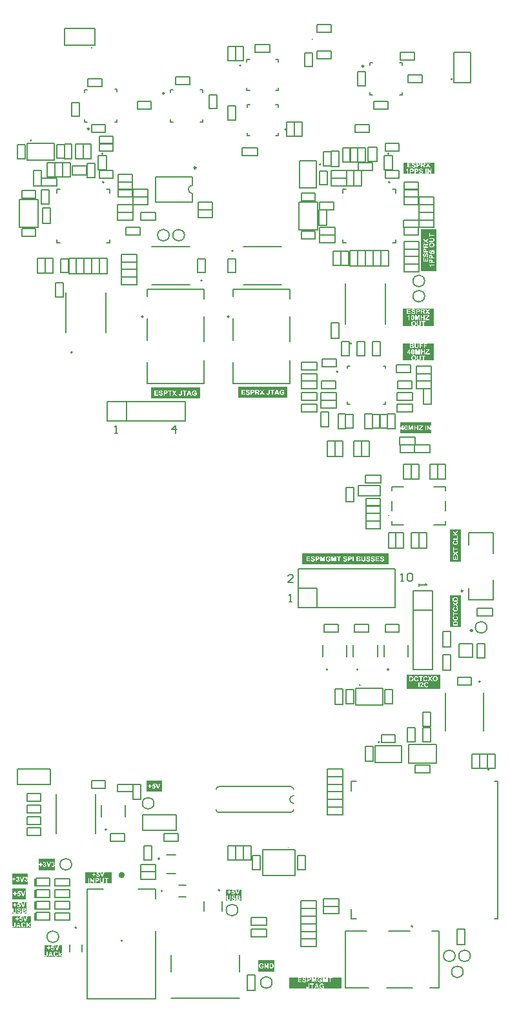
<source format=gto>
G04*
G04 #@! TF.GenerationSoftware,Altium Limited,Altium Designer,23.6.0 (18)*
G04*
G04 Layer_Color=65535*
%FSLAX44Y44*%
%MOMM*%
G71*
G04*
G04 #@! TF.SameCoordinates,AD488519-FD06-4120-8DA1-5AB69FE218D1*
G04*
G04*
G04 #@! TF.FilePolarity,Positive*
G04*
G01*
G75*
%ADD10C,0.2000*%
%ADD11C,0.2500*%
%ADD12C,0.1524*%
%ADD13C,0.1270*%
%ADD14C,0.2540*%
%ADD15C,0.1500*%
%ADD16C,0.1000*%
%ADD17C,0.4000*%
%ADD18C,0.1600*%
%ADD19C,0.2032*%
G36*
X433293Y25148D02*
Y17123D01*
X364707D01*
Y25148D01*
Y31877D01*
X433293D01*
Y25148D01*
D02*
G37*
G36*
X555397Y1093650D02*
Y1085621D01*
X514603D01*
Y1093650D01*
Y1100379D01*
X555397D01*
Y1093650D01*
D02*
G37*
G36*
X495175Y573167D02*
X381825D01*
Y587833D01*
X495175D01*
Y573167D01*
D02*
G37*
G36*
X554897Y901617D02*
Y893678D01*
X514103D01*
Y901617D01*
Y908347D01*
X554897D01*
Y901617D01*
D02*
G37*
G36*
Y885653D02*
X514103D01*
Y893678D01*
X554897D01*
Y885653D01*
D02*
G37*
G36*
X558162Y958000D02*
X547350D01*
Y958000D01*
X537838D01*
Y1013000D01*
X547350D01*
Y1013000D01*
X558162D01*
Y958000D01*
D02*
G37*
G36*
X198375Y275167D02*
X177625D01*
Y289833D01*
X198375D01*
Y275167D01*
D02*
G37*
G36*
X57406Y172511D02*
X36655D01*
Y187177D01*
X57406D01*
Y172511D01*
D02*
G37*
G36*
X362751Y791667D02*
X298249D01*
Y806333D01*
X362751D01*
Y791667D01*
D02*
G37*
G36*
X132000Y163240D02*
Y155323D01*
X97722D01*
Y163240D01*
Y169856D01*
X132000D01*
Y163240D01*
D02*
G37*
G36*
X345406Y39511D02*
X324655D01*
Y54177D01*
X345406D01*
Y39511D01*
D02*
G37*
G36*
X302475Y140409D02*
Y132367D01*
X281725D01*
Y140409D01*
Y147033D01*
X302475D01*
Y140409D01*
D02*
G37*
G36*
X554897Y856676D02*
Y848737D01*
Y840709D01*
X514103D01*
Y848737D01*
Y856676D01*
Y863291D01*
X554897D01*
Y856676D01*
D02*
G37*
G36*
X248251Y790667D02*
X183750D01*
Y805333D01*
X248251D01*
Y790667D01*
D02*
G37*
G36*
X551397Y745167D02*
X510603D01*
Y759833D01*
X551397D01*
Y745167D01*
D02*
G37*
G36*
X20038Y123709D02*
Y115677D01*
X1962D01*
Y123709D01*
Y130323D01*
X20038D01*
Y123709D01*
D02*
G37*
G36*
X590333Y619397D02*
Y577000D01*
X575667D01*
Y619397D01*
X590333D01*
D02*
G37*
G36*
X562769Y420150D02*
D01*
Y410250D01*
X519231D01*
Y420150D01*
D01*
Y428750D01*
X562769D01*
Y420150D01*
D02*
G37*
G36*
X26279Y105206D02*
Y97179D01*
X1722D01*
Y105206D01*
Y111821D01*
X26279D01*
Y105206D01*
D02*
G37*
G36*
X590333Y491604D02*
X575667D01*
Y532397D01*
X590333D01*
Y491604D01*
D02*
G37*
G36*
X67020Y67050D02*
Y59011D01*
X44042D01*
Y67050D01*
Y73677D01*
X67020D01*
Y67050D01*
D02*
G37*
G36*
X19993Y134221D02*
X2007D01*
Y148778D01*
X19993D01*
Y134221D01*
D02*
G37*
G36*
X22350Y153222D02*
X1650D01*
Y167779D01*
X22350D01*
Y153222D01*
D02*
G37*
%LPC*%
G36*
X384884Y31876D02*
X384800D01*
X384663Y31872D01*
X384532Y31867D01*
X384405Y31858D01*
X384283Y31839D01*
X384170Y31825D01*
X384067Y31806D01*
X383968Y31783D01*
X383879Y31764D01*
X383799Y31740D01*
X383728Y31721D01*
X383667Y31698D01*
X383615Y31684D01*
X383578Y31670D01*
X383545Y31656D01*
X383526Y31651D01*
X383521Y31646D01*
X383423Y31604D01*
X383334Y31552D01*
X383249Y31501D01*
X383169Y31449D01*
X383099Y31393D01*
X383033Y31341D01*
X382972Y31284D01*
X382915Y31233D01*
X382868Y31181D01*
X382826Y31139D01*
X382788Y31096D01*
X382760Y31059D01*
X382737Y31031D01*
X382723Y31007D01*
X382713Y30993D01*
X382709Y30988D01*
X382662Y30909D01*
X382619Y30824D01*
X382582Y30744D01*
X382549Y30659D01*
X382521Y30580D01*
X382497Y30504D01*
X382483Y30429D01*
X382464Y30363D01*
X382455Y30298D01*
X382445Y30237D01*
X382441Y30185D01*
X382436Y30143D01*
X382431Y30105D01*
Y30082D01*
Y30063D01*
Y30058D01*
X382436Y29917D01*
X382455Y29781D01*
X382488Y29649D01*
X382525Y29527D01*
X382568Y29414D01*
X382619Y29306D01*
X382676Y29207D01*
X382732Y29118D01*
X382784Y29034D01*
X382840Y28963D01*
X382892Y28897D01*
X382934Y28846D01*
X382972Y28808D01*
X383005Y28775D01*
X383023Y28756D01*
X383028Y28752D01*
X383117Y28681D01*
X383216Y28615D01*
X383324Y28550D01*
X383442Y28489D01*
X383559Y28432D01*
X383686Y28380D01*
X383808Y28333D01*
X383930Y28286D01*
X384043Y28249D01*
X384151Y28211D01*
X384250Y28178D01*
X384339Y28155D01*
X384410Y28136D01*
X384438Y28127D01*
X384461Y28122D01*
X384480Y28113D01*
X384494D01*
X384504Y28108D01*
X384508D01*
X384654Y28070D01*
X384790Y28037D01*
X384912Y28009D01*
X385020Y27981D01*
X385119Y27953D01*
X385204Y27929D01*
X385279Y27911D01*
X385345Y27892D01*
X385396Y27878D01*
X385443Y27864D01*
X385481Y27850D01*
X385514Y27840D01*
X385533Y27835D01*
X385551Y27831D01*
X385556Y27826D01*
X385561D01*
X385622Y27803D01*
X385678Y27779D01*
X385777Y27732D01*
X385862Y27680D01*
X385927Y27638D01*
X385974Y27596D01*
X386007Y27568D01*
X386031Y27549D01*
X386035Y27539D01*
X386082Y27478D01*
X386115Y27413D01*
X386139Y27347D01*
X386153Y27286D01*
X386167Y27229D01*
X386172Y27187D01*
Y27159D01*
Y27154D01*
Y27149D01*
X386167Y27083D01*
X386158Y27018D01*
X386143Y26961D01*
X386120Y26900D01*
X386068Y26797D01*
X386012Y26703D01*
X385979Y26665D01*
X385951Y26628D01*
X385923Y26600D01*
X385899Y26571D01*
X385876Y26553D01*
X385862Y26539D01*
X385852Y26529D01*
X385848Y26524D01*
X385786Y26477D01*
X385716Y26435D01*
X385641Y26402D01*
X385565Y26369D01*
X385486Y26346D01*
X385406Y26322D01*
X385251Y26289D01*
X385180Y26280D01*
X385110Y26271D01*
X385049Y26266D01*
X384997Y26261D01*
X384955Y26256D01*
X384894D01*
X384785Y26261D01*
X384682Y26271D01*
X384584Y26285D01*
X384490Y26304D01*
X384405Y26327D01*
X384330Y26351D01*
X384254Y26379D01*
X384193Y26407D01*
X384132Y26435D01*
X384085Y26463D01*
X384038Y26487D01*
X384006Y26510D01*
X383977Y26529D01*
X383959Y26543D01*
X383944Y26553D01*
X383940Y26557D01*
X383879Y26618D01*
X383817Y26684D01*
X383766Y26755D01*
X383719Y26830D01*
X383677Y26910D01*
X383639Y26990D01*
X383573Y27145D01*
X383550Y27215D01*
X383531Y27281D01*
X383512Y27342D01*
X383498Y27398D01*
X383489Y27441D01*
X383479Y27474D01*
X383475Y27492D01*
Y27502D01*
X382196Y27380D01*
X382225Y27182D01*
X382267Y26994D01*
X382314Y26820D01*
X382375Y26656D01*
X382436Y26510D01*
X382502Y26374D01*
X382568Y26247D01*
X382638Y26139D01*
X382704Y26040D01*
X382765Y25956D01*
X382826Y25881D01*
X382878Y25824D01*
X382920Y25777D01*
X382953Y25744D01*
X382972Y25721D01*
X382981Y25716D01*
X383113Y25617D01*
X383254Y25528D01*
X383404Y25453D01*
X383559Y25387D01*
X383714Y25331D01*
X383874Y25289D01*
X384029Y25251D01*
X384179Y25218D01*
X384320Y25194D01*
X384452Y25176D01*
X384574Y25166D01*
X384677Y25157D01*
X384720Y25152D01*
X384762D01*
X384795Y25148D01*
X384879D01*
X385035Y25152D01*
X385185Y25157D01*
X385326Y25171D01*
X385457Y25185D01*
X385580Y25204D01*
X385697Y25223D01*
X385805Y25241D01*
X385904Y25265D01*
X385989Y25289D01*
X386068Y25307D01*
X386134Y25326D01*
X386186Y25345D01*
X386233Y25359D01*
X386266Y25373D01*
X386284Y25378D01*
X386289Y25382D01*
X386393Y25429D01*
X386491Y25481D01*
X386581Y25538D01*
X386665Y25599D01*
X386745Y25655D01*
X386815Y25716D01*
X386881Y25777D01*
X386942Y25834D01*
X386994Y25890D01*
X387041Y25942D01*
X387079Y25989D01*
X387112Y26026D01*
X387135Y26059D01*
X387154Y26087D01*
X387163Y26101D01*
X387168Y26106D01*
X387224Y26200D01*
X387271Y26289D01*
X387314Y26383D01*
X387351Y26477D01*
X387379Y26567D01*
X387408Y26651D01*
X387426Y26736D01*
X387445Y26816D01*
X387454Y26886D01*
X387464Y26952D01*
X387473Y27008D01*
X387478Y27060D01*
X387483Y27098D01*
Y27154D01*
X387478Y27267D01*
X387473Y27375D01*
X387459Y27478D01*
X387440Y27577D01*
X387422Y27666D01*
X387398Y27751D01*
X387375Y27831D01*
X387351Y27901D01*
X387328Y27967D01*
X387304Y28023D01*
X387281Y28070D01*
X387262Y28113D01*
X387243Y28145D01*
X387229Y28169D01*
X387224Y28183D01*
X387220Y28188D01*
X387168Y28263D01*
X387116Y28338D01*
X386999Y28470D01*
X386938Y28531D01*
X386877Y28582D01*
X386820Y28634D01*
X386764Y28677D01*
X386707Y28719D01*
X386660Y28752D01*
X386613Y28780D01*
X386576Y28808D01*
X386543Y28827D01*
X386519Y28841D01*
X386505Y28846D01*
X386501Y28850D01*
X386411Y28897D01*
X386308Y28940D01*
X386200Y28987D01*
X386087Y29029D01*
X385852Y29109D01*
X385735Y29142D01*
X385622Y29179D01*
X385514Y29207D01*
X385415Y29236D01*
X385321Y29259D01*
X385241Y29283D01*
X385176Y29297D01*
X385129Y29311D01*
X385110Y29316D01*
X385096D01*
X385091Y29320D01*
X385086D01*
X384917Y29363D01*
X384757Y29405D01*
X384621Y29442D01*
X384494Y29485D01*
X384381Y29522D01*
X384283Y29560D01*
X384198Y29593D01*
X384123Y29626D01*
X384062Y29654D01*
X384010Y29677D01*
X383968Y29701D01*
X383935Y29720D01*
X383907Y29739D01*
X383893Y29748D01*
X383883Y29757D01*
X383879D01*
X383813Y29823D01*
X383766Y29889D01*
X383733Y29955D01*
X383709Y30016D01*
X383695Y30072D01*
X383691Y30114D01*
X383686Y30143D01*
Y30147D01*
Y30152D01*
X383691Y30199D01*
X383695Y30241D01*
X383719Y30321D01*
X383752Y30387D01*
X383789Y30443D01*
X383827Y30490D01*
X383860Y30523D01*
X383883Y30547D01*
X383893Y30551D01*
X383959Y30594D01*
X384024Y30631D01*
X384095Y30664D01*
X384170Y30692D01*
X384320Y30735D01*
X384461Y30763D01*
X384532Y30772D01*
X384593Y30777D01*
X384649Y30782D01*
X384696Y30786D01*
X384734Y30791D01*
X384889D01*
X384988Y30782D01*
X385072Y30772D01*
X385152Y30758D01*
X385227Y30739D01*
X385298Y30721D01*
X385359Y30702D01*
X385415Y30683D01*
X385462Y30659D01*
X385504Y30641D01*
X385542Y30622D01*
X385570Y30603D01*
X385594Y30589D01*
X385608Y30580D01*
X385617Y30575D01*
X385622Y30570D01*
X385674Y30528D01*
X385716Y30476D01*
X385796Y30363D01*
X385857Y30246D01*
X385909Y30129D01*
X385927Y30072D01*
X385942Y30020D01*
X385956Y29973D01*
X385965Y29931D01*
X385974Y29898D01*
X385979Y29875D01*
X385984Y29856D01*
Y29851D01*
X387295Y29908D01*
X387281Y30072D01*
X387257Y30227D01*
X387224Y30373D01*
X387177Y30509D01*
X387130Y30636D01*
X387074Y30754D01*
X387018Y30861D01*
X386956Y30956D01*
X386895Y31045D01*
X386839Y31120D01*
X386787Y31186D01*
X386740Y31237D01*
X386698Y31280D01*
X386670Y31313D01*
X386651Y31331D01*
X386642Y31336D01*
X386519Y31430D01*
X386388Y31515D01*
X386242Y31585D01*
X386096Y31651D01*
X385942Y31703D01*
X385786Y31745D01*
X385636Y31783D01*
X385490Y31811D01*
X385349Y31830D01*
X385223Y31848D01*
X385105Y31862D01*
X385002Y31867D01*
X384955Y31872D01*
X384917D01*
X384884Y31876D01*
D02*
G37*
G36*
X405283D02*
X405203D01*
X405033Y31872D01*
X404869Y31862D01*
X404709Y31848D01*
X404564Y31825D01*
X404427Y31801D01*
X404300Y31773D01*
X404178Y31745D01*
X404070Y31717D01*
X403976Y31684D01*
X403892Y31656D01*
X403816Y31628D01*
X403755Y31604D01*
X403708Y31581D01*
X403671Y31566D01*
X403652Y31557D01*
X403643Y31552D01*
X403492Y31468D01*
X403356Y31378D01*
X403224Y31284D01*
X403102Y31186D01*
X402989Y31082D01*
X402891Y30984D01*
X402797Y30885D01*
X402712Y30786D01*
X402642Y30697D01*
X402576Y30612D01*
X402519Y30537D01*
X402477Y30471D01*
X402444Y30415D01*
X402416Y30373D01*
X402402Y30349D01*
X402397Y30340D01*
X402322Y30190D01*
X402256Y30034D01*
X402200Y29879D01*
X402153Y29724D01*
X402111Y29574D01*
X402078Y29424D01*
X402050Y29278D01*
X402026Y29142D01*
X402012Y29015D01*
X401998Y28897D01*
X401989Y28794D01*
X401979Y28705D01*
Y28634D01*
X401974Y28606D01*
Y28535D01*
X401979Y28362D01*
X401993Y28193D01*
X402012Y28028D01*
X402035Y27868D01*
X402064Y27718D01*
X402097Y27577D01*
X402130Y27441D01*
X402167Y27318D01*
X402200Y27206D01*
X402233Y27102D01*
X402266Y27018D01*
X402294Y26943D01*
X402322Y26881D01*
X402341Y26839D01*
X402350Y26811D01*
X402355Y26802D01*
X402430Y26656D01*
X402515Y26520D01*
X402599Y26393D01*
X402693Y26275D01*
X402787Y26167D01*
X402881Y26064D01*
X402975Y25975D01*
X403065Y25895D01*
X403154Y25819D01*
X403234Y25758D01*
X403304Y25702D01*
X403370Y25660D01*
X403422Y25627D01*
X403459Y25599D01*
X403483Y25585D01*
X403492Y25580D01*
X403638Y25505D01*
X403788Y25439D01*
X403939Y25382D01*
X404094Y25331D01*
X404244Y25293D01*
X404390Y25256D01*
X404531Y25227D01*
X404667Y25204D01*
X404794Y25190D01*
X404911Y25176D01*
X405015Y25166D01*
X405104Y25157D01*
X405174D01*
X405203Y25152D01*
X405273D01*
X405424Y25157D01*
X405574Y25166D01*
X405720Y25180D01*
X405860Y25199D01*
X405997Y25223D01*
X406128Y25246D01*
X406250Y25274D01*
X406368Y25303D01*
X406471Y25331D01*
X406565Y25359D01*
X406650Y25382D01*
X406720Y25406D01*
X406782Y25425D01*
X406824Y25439D01*
X406847Y25448D01*
X406857Y25453D01*
X406998Y25509D01*
X407134Y25570D01*
X407261Y25631D01*
X407374Y25693D01*
X407482Y25754D01*
X407580Y25810D01*
X407670Y25866D01*
X407749Y25918D01*
X407820Y25970D01*
X407881Y26017D01*
X407938Y26054D01*
X407980Y26092D01*
X408013Y26120D01*
X408036Y26139D01*
X408050Y26153D01*
X408055Y26158D01*
Y28752D01*
X405226D01*
Y27652D01*
X406730D01*
Y26825D01*
X406612Y26741D01*
X406490Y26665D01*
X406373Y26600D01*
X406260Y26543D01*
X406208Y26520D01*
X406161Y26496D01*
X406119Y26477D01*
X406086Y26463D01*
X406058Y26449D01*
X406034Y26444D01*
X406020Y26435D01*
X406016D01*
X405860Y26383D01*
X405710Y26341D01*
X405574Y26313D01*
X405508Y26304D01*
X405447Y26294D01*
X405391Y26289D01*
X405344Y26285D01*
X405297Y26280D01*
X405259D01*
X405231Y26275D01*
X405189D01*
X405038Y26280D01*
X404893Y26299D01*
X404756Y26327D01*
X404629Y26365D01*
X404507Y26412D01*
X404394Y26459D01*
X404296Y26510D01*
X404202Y26567D01*
X404122Y26618D01*
X404047Y26670D01*
X403986Y26722D01*
X403934Y26764D01*
X403892Y26802D01*
X403863Y26830D01*
X403845Y26849D01*
X403840Y26853D01*
X403751Y26966D01*
X403671Y27093D01*
X403600Y27229D01*
X403544Y27370D01*
X403492Y27511D01*
X403455Y27657D01*
X403417Y27798D01*
X403394Y27939D01*
X403370Y28070D01*
X403356Y28193D01*
X403342Y28301D01*
X403337Y28399D01*
X403332Y28442D01*
Y28479D01*
X403328Y28507D01*
Y28535D01*
Y28559D01*
Y28573D01*
Y28582D01*
Y28587D01*
X403332Y28780D01*
X403351Y28963D01*
X403375Y29132D01*
X403408Y29292D01*
X403445Y29438D01*
X403488Y29569D01*
X403535Y29692D01*
X403582Y29800D01*
X403629Y29894D01*
X403675Y29973D01*
X403718Y30044D01*
X403755Y30100D01*
X403788Y30147D01*
X403812Y30180D01*
X403831Y30199D01*
X403835Y30204D01*
X403934Y30302D01*
X404042Y30387D01*
X404150Y30457D01*
X404263Y30523D01*
X404376Y30575D01*
X404493Y30617D01*
X404601Y30655D01*
X404709Y30683D01*
X404813Y30707D01*
X404902Y30725D01*
X404986Y30735D01*
X405062Y30744D01*
X405118Y30749D01*
X405165Y30754D01*
X405203D01*
X405306Y30749D01*
X405405Y30739D01*
X405503Y30725D01*
X405588Y30711D01*
X405673Y30688D01*
X405752Y30664D01*
X405823Y30641D01*
X405889Y30612D01*
X405945Y30584D01*
X405997Y30561D01*
X406044Y30537D01*
X406081Y30514D01*
X406110Y30500D01*
X406128Y30486D01*
X406143Y30476D01*
X406147Y30471D01*
X406218Y30420D01*
X406279Y30359D01*
X406335Y30298D01*
X406391Y30237D01*
X406438Y30175D01*
X406481Y30110D01*
X406518Y30049D01*
X406551Y29992D01*
X406580Y29936D01*
X406603Y29884D01*
X406627Y29837D01*
X406641Y29800D01*
X406655Y29767D01*
X406664Y29739D01*
X406669Y29724D01*
Y29720D01*
X407970Y29964D01*
X407928Y30129D01*
X407876Y30279D01*
X407815Y30424D01*
X407749Y30561D01*
X407679Y30683D01*
X407604Y30800D01*
X407533Y30904D01*
X407458Y30998D01*
X407388Y31082D01*
X407317Y31158D01*
X407256Y31219D01*
X407200Y31270D01*
X407158Y31313D01*
X407120Y31341D01*
X407101Y31360D01*
X407092Y31364D01*
X406960Y31454D01*
X406814Y31534D01*
X406664Y31604D01*
X406509Y31660D01*
X406354Y31712D01*
X406194Y31750D01*
X406039Y31787D01*
X405893Y31811D01*
X405752Y31834D01*
X405621Y31848D01*
X405503Y31862D01*
X405400Y31867D01*
X405358Y31872D01*
X405320D01*
X405283Y31876D01*
D02*
G37*
G36*
X415517Y31764D02*
X413548D01*
X412387Y27328D01*
X411213Y31764D01*
X409253D01*
Y25265D01*
X410466D01*
Y30378D01*
X411748Y25265D01*
X413012D01*
X414300Y30378D01*
X414305Y25265D01*
X415517D01*
Y31764D01*
D02*
G37*
G36*
X400894D02*
X398925D01*
X397764Y27328D01*
X396589Y31764D01*
X394630D01*
Y25265D01*
X395842D01*
Y30378D01*
X397125Y25265D01*
X398389D01*
X399677Y30378D01*
X399681Y25265D01*
X400894D01*
Y31764D01*
D02*
G37*
G36*
X421527D02*
X416367D01*
Y30664D01*
X418294D01*
Y25265D01*
X419605D01*
Y30664D01*
X421527D01*
Y31764D01*
D02*
G37*
G36*
X390880D02*
X388587D01*
Y25265D01*
X389898D01*
Y27718D01*
X390913D01*
X391068Y27723D01*
X391209Y27727D01*
X391341Y27732D01*
X391463Y27737D01*
X391576Y27746D01*
X391674Y27755D01*
X391763Y27765D01*
X391848Y27770D01*
X391914Y27779D01*
X391975Y27788D01*
X392022Y27793D01*
X392064Y27798D01*
X392088Y27803D01*
X392107Y27807D01*
X392111D01*
X392243Y27840D01*
X392365Y27887D01*
X392478Y27939D01*
X392581Y27990D01*
X392628Y28014D01*
X392670Y28037D01*
X392703Y28056D01*
X392736Y28075D01*
X392760Y28089D01*
X392779Y28103D01*
X392788Y28108D01*
X392793Y28113D01*
X392910Y28207D01*
X393018Y28315D01*
X393112Y28418D01*
X393192Y28521D01*
X393258Y28615D01*
X393281Y28653D01*
X393305Y28691D01*
X393319Y28719D01*
X393333Y28738D01*
X393338Y28752D01*
X393342Y28756D01*
X393380Y28836D01*
X393418Y28916D01*
X393469Y29085D01*
X393512Y29255D01*
X393526Y29334D01*
X393535Y29414D01*
X393545Y29485D01*
X393554Y29550D01*
X393559Y29612D01*
Y29663D01*
X393563Y29706D01*
Y29762D01*
X393559Y29903D01*
X393549Y30039D01*
X393530Y30166D01*
X393502Y30288D01*
X393474Y30401D01*
X393441Y30504D01*
X393408Y30598D01*
X393375Y30683D01*
X393338Y30763D01*
X393305Y30829D01*
X393272Y30890D01*
X393244Y30937D01*
X393220Y30974D01*
X393201Y31003D01*
X393187Y31021D01*
X393183Y31026D01*
X393112Y31115D01*
X393037Y31195D01*
X392957Y31270D01*
X392877Y31336D01*
X392797Y31393D01*
X392722Y31444D01*
X392647Y31491D01*
X392576Y31529D01*
X392506Y31566D01*
X392445Y31595D01*
X392388Y31618D01*
X392341Y31637D01*
X392304Y31646D01*
X392271Y31656D01*
X392252Y31665D01*
X392248D01*
X392210Y31674D01*
X392172Y31684D01*
X392078Y31698D01*
X391970Y31712D01*
X391853Y31721D01*
X391726Y31731D01*
X391594Y31740D01*
X391331Y31750D01*
X391204Y31754D01*
X391087Y31759D01*
X390979D01*
X390880Y31764D01*
D02*
G37*
G36*
X381294D02*
X376473D01*
Y25265D01*
X381416D01*
Y26365D01*
X377784D01*
Y28127D01*
X381050D01*
Y29226D01*
X377784D01*
Y30664D01*
X381294D01*
Y31764D01*
D02*
G37*
G36*
X407980Y23848D02*
X407900D01*
X407731Y23843D01*
X407566Y23834D01*
X407407Y23820D01*
X407261Y23796D01*
X407125Y23773D01*
X406998Y23744D01*
X406875Y23716D01*
X406767Y23688D01*
X406674Y23655D01*
X406589Y23627D01*
X406514Y23599D01*
X406453Y23575D01*
X406406Y23552D01*
X406368Y23538D01*
X406349Y23528D01*
X406340Y23524D01*
X406189Y23439D01*
X406053Y23350D01*
X405922Y23256D01*
X405799Y23157D01*
X405687Y23054D01*
X405588Y22955D01*
X405494Y22856D01*
X405409Y22758D01*
X405339Y22668D01*
X405273Y22584D01*
X405217Y22509D01*
X405174Y22443D01*
X405142Y22386D01*
X405113Y22344D01*
X405099Y22321D01*
X405095Y22311D01*
X405019Y22161D01*
X404954Y22006D01*
X404897Y21851D01*
X404850Y21696D01*
X404808Y21545D01*
X404775Y21395D01*
X404747Y21249D01*
X404723Y21113D01*
X404709Y20986D01*
X404695Y20869D01*
X404686Y20765D01*
X404676Y20676D01*
Y20605D01*
X404672Y20577D01*
Y20507D01*
X404676Y20333D01*
X404691Y20164D01*
X404709Y19999D01*
X404733Y19840D01*
X404761Y19689D01*
X404794Y19548D01*
X404827Y19412D01*
X404864Y19290D01*
X404897Y19177D01*
X404930Y19074D01*
X404963Y18989D01*
X404991Y18914D01*
X405019Y18853D01*
X405038Y18810D01*
X405048Y18782D01*
X405052Y18773D01*
X405127Y18627D01*
X405212Y18491D01*
X405297Y18364D01*
X405391Y18247D01*
X405485Y18139D01*
X405579Y18035D01*
X405673Y17946D01*
X405762Y17866D01*
X405851Y17791D01*
X405931Y17730D01*
X406002Y17673D01*
X406067Y17631D01*
X406119Y17598D01*
X406157Y17570D01*
X406180Y17556D01*
X406189Y17551D01*
X406335Y17476D01*
X406485Y17410D01*
X406636Y17354D01*
X406791Y17302D01*
X406941Y17264D01*
X407087Y17227D01*
X407228Y17199D01*
X407364Y17175D01*
X407491Y17161D01*
X407609Y17147D01*
X407712Y17138D01*
X407801Y17128D01*
X407872D01*
X407900Y17124D01*
X407970D01*
X408121Y17128D01*
X408271Y17138D01*
X408417Y17152D01*
X408558Y17170D01*
X408694Y17194D01*
X408826Y17218D01*
X408948Y17246D01*
X409065Y17274D01*
X409169Y17302D01*
X409263Y17330D01*
X409347Y17354D01*
X409418Y17377D01*
X409479Y17396D01*
X409521Y17410D01*
X409544Y17420D01*
X409554Y17424D01*
X409695Y17481D01*
X409831Y17542D01*
X409958Y17603D01*
X410071Y17664D01*
X410179Y17725D01*
X410278Y17781D01*
X410367Y17838D01*
X410447Y17889D01*
X410517Y17941D01*
X410578Y17988D01*
X410635Y18026D01*
X410677Y18063D01*
X410710Y18091D01*
X410733Y18110D01*
X410747Y18124D01*
X410752Y18129D01*
Y20723D01*
X407923D01*
Y19623D01*
X409427D01*
Y18796D01*
X409310Y18712D01*
X409187Y18637D01*
X409070Y18571D01*
X408957Y18514D01*
X408905Y18491D01*
X408858Y18468D01*
X408816Y18449D01*
X408783Y18435D01*
X408755Y18420D01*
X408732Y18416D01*
X408717Y18406D01*
X408713D01*
X408558Y18355D01*
X408407Y18312D01*
X408271Y18284D01*
X408205Y18275D01*
X408144Y18265D01*
X408088Y18261D01*
X408041Y18256D01*
X407994Y18251D01*
X407956D01*
X407928Y18247D01*
X407886D01*
X407735Y18251D01*
X407590Y18270D01*
X407453Y18298D01*
X407327Y18336D01*
X407204Y18383D01*
X407092Y18430D01*
X406993Y18482D01*
X406899Y18538D01*
X406819Y18590D01*
X406744Y18641D01*
X406683Y18693D01*
X406631Y18735D01*
X406589Y18773D01*
X406561Y18801D01*
X406542Y18820D01*
X406537Y18825D01*
X406448Y18937D01*
X406368Y19064D01*
X406297Y19201D01*
X406241Y19341D01*
X406189Y19482D01*
X406152Y19628D01*
X406114Y19769D01*
X406091Y19910D01*
X406067Y20042D01*
X406053Y20164D01*
X406039Y20272D01*
X406034Y20371D01*
X406030Y20413D01*
Y20450D01*
X406025Y20479D01*
Y20507D01*
Y20530D01*
Y20544D01*
Y20554D01*
Y20559D01*
X406030Y20751D01*
X406049Y20934D01*
X406072Y21104D01*
X406105Y21263D01*
X406143Y21409D01*
X406185Y21541D01*
X406232Y21663D01*
X406279Y21771D01*
X406326Y21865D01*
X406373Y21945D01*
X406415Y22015D01*
X406453Y22072D01*
X406485Y22119D01*
X406509Y22152D01*
X406528Y22170D01*
X406533Y22175D01*
X406631Y22274D01*
X406739Y22358D01*
X406847Y22429D01*
X406960Y22494D01*
X407073Y22546D01*
X407190Y22589D01*
X407298Y22626D01*
X407407Y22654D01*
X407510Y22678D01*
X407599Y22697D01*
X407684Y22706D01*
X407759Y22715D01*
X407815Y22720D01*
X407862Y22725D01*
X407900D01*
X408003Y22720D01*
X408102Y22711D01*
X408201Y22697D01*
X408285Y22682D01*
X408370Y22659D01*
X408450Y22636D01*
X408520Y22612D01*
X408586Y22584D01*
X408642Y22556D01*
X408694Y22532D01*
X408741Y22509D01*
X408779Y22485D01*
X408807Y22471D01*
X408826Y22457D01*
X408840Y22448D01*
X408844Y22443D01*
X408915Y22391D01*
X408976Y22330D01*
X409032Y22269D01*
X409089Y22208D01*
X409136Y22147D01*
X409178Y22081D01*
X409216Y22020D01*
X409249Y21964D01*
X409277Y21907D01*
X409300Y21855D01*
X409324Y21808D01*
X409338Y21771D01*
X409352Y21738D01*
X409361Y21710D01*
X409366Y21696D01*
Y21691D01*
X410668Y21935D01*
X410625Y22100D01*
X410574Y22250D01*
X410513Y22396D01*
X410447Y22532D01*
X410376Y22654D01*
X410301Y22772D01*
X410231Y22875D01*
X410155Y22969D01*
X410085Y23054D01*
X410014Y23129D01*
X409953Y23190D01*
X409897Y23242D01*
X409855Y23284D01*
X409817Y23312D01*
X409798Y23331D01*
X409789Y23336D01*
X409657Y23425D01*
X409512Y23505D01*
X409361Y23575D01*
X409206Y23632D01*
X409051Y23683D01*
X408891Y23721D01*
X408736Y23758D01*
X408591Y23782D01*
X408450Y23805D01*
X408318Y23820D01*
X408201Y23834D01*
X408097Y23838D01*
X408055Y23843D01*
X408017D01*
X407980Y23848D01*
D02*
G37*
G36*
X391402Y23735D02*
X390091D01*
Y19534D01*
Y19393D01*
X390081Y19262D01*
X390072Y19144D01*
X390062Y19041D01*
X390048Y18942D01*
X390034Y18858D01*
X390015Y18782D01*
X390001Y18721D01*
X389983Y18665D01*
X389964Y18618D01*
X389950Y18576D01*
X389936Y18547D01*
X389926Y18524D01*
X389917Y18510D01*
X389907Y18500D01*
Y18496D01*
X389870Y18453D01*
X389827Y18416D01*
X389781Y18378D01*
X389734Y18350D01*
X389630Y18308D01*
X389527Y18280D01*
X389437Y18261D01*
X389395Y18256D01*
X389358Y18251D01*
X389329Y18247D01*
X389287D01*
X389207Y18251D01*
X389137Y18261D01*
X389066Y18280D01*
X389005Y18303D01*
X388944Y18326D01*
X388892Y18355D01*
X388845Y18388D01*
X388803Y18420D01*
X388766Y18453D01*
X388733Y18486D01*
X388704Y18514D01*
X388686Y18538D01*
X388667Y18561D01*
X388653Y18580D01*
X388648Y18590D01*
X388643Y18594D01*
X388620Y18641D01*
X388596Y18693D01*
X388578Y18754D01*
X388559Y18815D01*
X388531Y18947D01*
X388512Y19074D01*
X388502Y19139D01*
X388498Y19196D01*
X388493Y19247D01*
X388488Y19295D01*
Y19332D01*
X388484Y19360D01*
Y19379D01*
Y19384D01*
X387248Y19243D01*
X387253Y19055D01*
X387271Y18876D01*
X387295Y18707D01*
X387328Y18557D01*
X387370Y18411D01*
X387412Y18284D01*
X387459Y18167D01*
X387506Y18059D01*
X387553Y17965D01*
X387600Y17885D01*
X387647Y17814D01*
X387685Y17758D01*
X387718Y17716D01*
X387741Y17683D01*
X387760Y17664D01*
X387765Y17659D01*
X387868Y17565D01*
X387976Y17481D01*
X388094Y17410D01*
X388216Y17349D01*
X388338Y17297D01*
X388460Y17255D01*
X388582Y17218D01*
X388700Y17189D01*
X388813Y17170D01*
X388916Y17152D01*
X389005Y17142D01*
X389085Y17133D01*
X389151Y17128D01*
X389203Y17124D01*
X389245D01*
X389395Y17128D01*
X389536Y17138D01*
X389673Y17156D01*
X389799Y17175D01*
X389917Y17203D01*
X390025Y17232D01*
X390124Y17264D01*
X390213Y17297D01*
X390293Y17326D01*
X390363Y17358D01*
X390424Y17387D01*
X390476Y17415D01*
X390514Y17434D01*
X390542Y17452D01*
X390561Y17462D01*
X390565Y17467D01*
X390655Y17532D01*
X390739Y17603D01*
X390814Y17678D01*
X390885Y17753D01*
X390951Y17828D01*
X391007Y17904D01*
X391054Y17979D01*
X391101Y18049D01*
X391139Y18120D01*
X391171Y18181D01*
X391195Y18237D01*
X391218Y18284D01*
X391237Y18322D01*
X391247Y18355D01*
X391256Y18374D01*
Y18378D01*
X391279Y18463D01*
X391303Y18557D01*
X391322Y18655D01*
X391341Y18754D01*
X391364Y18961D01*
X391378Y19064D01*
X391383Y19163D01*
X391388Y19252D01*
X391392Y19341D01*
X391397Y19417D01*
X391402Y19487D01*
Y23735D01*
D02*
G37*
G36*
X401603D02*
X400212D01*
X397684Y17236D01*
X399075D01*
X399611Y18712D01*
X402209D01*
X402773Y17236D01*
X404202D01*
X401603Y23735D01*
D02*
G37*
G36*
X397501D02*
X392341D01*
Y22636D01*
X394268D01*
Y17236D01*
X395579D01*
Y22636D01*
X397501D01*
Y23735D01*
D02*
G37*
%LPD*%
G36*
X390880Y30659D02*
X390974Y30655D01*
X391063D01*
X391139Y30650D01*
X391204Y30645D01*
X391265Y30641D01*
X391317Y30636D01*
X391359Y30631D01*
X391397Y30627D01*
X391425D01*
X391444Y30622D01*
X391463Y30617D01*
X391472D01*
X391585Y30589D01*
X391688Y30547D01*
X391778Y30500D01*
X391857Y30453D01*
X391919Y30406D01*
X391961Y30368D01*
X391989Y30340D01*
X391998Y30335D01*
Y30331D01*
X392036Y30288D01*
X392069Y30241D01*
X392121Y30143D01*
X392158Y30044D01*
X392182Y29950D01*
X392201Y29870D01*
X392205Y29832D01*
Y29804D01*
X392210Y29776D01*
Y29757D01*
Y29748D01*
Y29743D01*
X392205Y29640D01*
X392186Y29541D01*
X392163Y29457D01*
X392135Y29381D01*
X392107Y29320D01*
X392083Y29273D01*
X392074Y29259D01*
X392064Y29245D01*
X392060Y29240D01*
Y29236D01*
X391998Y29160D01*
X391933Y29095D01*
X391862Y29038D01*
X391796Y28996D01*
X391735Y28958D01*
X391688Y28935D01*
X391670Y28925D01*
X391660Y28921D01*
X391651Y28916D01*
X391646D01*
X391590Y28897D01*
X391529Y28883D01*
X391453Y28869D01*
X391373Y28860D01*
X391204Y28841D01*
X391031Y28832D01*
X390951Y28827D01*
X390871Y28822D01*
X390800D01*
X390739Y28818D01*
X389898D01*
Y30664D01*
X390772D01*
X390880Y30659D01*
D02*
G37*
G36*
X401786Y19811D02*
X400010D01*
X400889Y22217D01*
X401786Y19811D01*
D02*
G37*
%LPC*%
G36*
X528358Y1100379D02*
X528273D01*
X528137Y1100374D01*
X528005Y1100369D01*
X527879Y1100360D01*
X527757Y1100341D01*
X527644Y1100327D01*
X527540Y1100308D01*
X527442Y1100285D01*
X527352Y1100266D01*
X527272Y1100243D01*
X527202Y1100224D01*
X527141Y1100200D01*
X527089Y1100186D01*
X527052Y1100172D01*
X527019Y1100158D01*
X527000Y1100153D01*
X526995Y1100149D01*
X526897Y1100106D01*
X526807Y1100055D01*
X526723Y1100003D01*
X526643Y1099951D01*
X526572Y1099895D01*
X526507Y1099843D01*
X526446Y1099787D01*
X526389Y1099735D01*
X526342Y1099683D01*
X526300Y1099641D01*
X526262Y1099599D01*
X526234Y1099561D01*
X526211Y1099533D01*
X526196Y1099510D01*
X526187Y1099495D01*
X526182Y1099491D01*
X526135Y1099411D01*
X526093Y1099326D01*
X526055Y1099246D01*
X526023Y1099162D01*
X525994Y1099082D01*
X525971Y1099007D01*
X525957Y1098932D01*
X525938Y1098866D01*
X525929Y1098800D01*
X525919Y1098739D01*
X525914Y1098687D01*
X525910Y1098645D01*
X525905Y1098607D01*
Y1098584D01*
Y1098565D01*
Y1098560D01*
X525910Y1098419D01*
X525929Y1098283D01*
X525961Y1098151D01*
X525999Y1098029D01*
X526041Y1097917D01*
X526093Y1097809D01*
X526149Y1097710D01*
X526206Y1097620D01*
X526258Y1097536D01*
X526314Y1097466D01*
X526366Y1097400D01*
X526408Y1097348D01*
X526446Y1097310D01*
X526478Y1097278D01*
X526497Y1097259D01*
X526502Y1097254D01*
X526591Y1097184D01*
X526690Y1097118D01*
X526798Y1097052D01*
X526915Y1096991D01*
X527033Y1096935D01*
X527160Y1096883D01*
X527282Y1096836D01*
X527404Y1096789D01*
X527517Y1096751D01*
X527625Y1096714D01*
X527724Y1096681D01*
X527813Y1096657D01*
X527883Y1096638D01*
X527912Y1096629D01*
X527935Y1096624D01*
X527954Y1096615D01*
X527968D01*
X527977Y1096610D01*
X527982D01*
X528128Y1096573D01*
X528264Y1096540D01*
X528386Y1096512D01*
X528494Y1096483D01*
X528593Y1096455D01*
X528677Y1096432D01*
X528753Y1096413D01*
X528819Y1096394D01*
X528870Y1096380D01*
X528917Y1096366D01*
X528955Y1096352D01*
X528988Y1096342D01*
X529006Y1096338D01*
X529025Y1096333D01*
X529030Y1096328D01*
X529035D01*
X529096Y1096305D01*
X529152Y1096281D01*
X529251Y1096234D01*
X529335Y1096183D01*
X529401Y1096140D01*
X529448Y1096098D01*
X529481Y1096070D01*
X529505Y1096051D01*
X529509Y1096042D01*
X529556Y1095981D01*
X529589Y1095915D01*
X529613Y1095849D01*
X529627Y1095788D01*
X529641Y1095732D01*
X529646Y1095689D01*
Y1095661D01*
Y1095656D01*
Y1095652D01*
X529641Y1095586D01*
X529631Y1095520D01*
X529617Y1095464D01*
X529594Y1095403D01*
X529542Y1095299D01*
X529486Y1095205D01*
X529453Y1095168D01*
X529425Y1095130D01*
X529397Y1095102D01*
X529373Y1095074D01*
X529350Y1095055D01*
X529335Y1095041D01*
X529326Y1095031D01*
X529321Y1095027D01*
X529260Y1094980D01*
X529190Y1094937D01*
X529114Y1094904D01*
X529039Y1094872D01*
X528959Y1094848D01*
X528880Y1094825D01*
X528725Y1094792D01*
X528654Y1094782D01*
X528583Y1094773D01*
X528522Y1094768D01*
X528471Y1094763D01*
X528428Y1094759D01*
X528367D01*
X528259Y1094763D01*
X528156Y1094773D01*
X528057Y1094787D01*
X527963Y1094806D01*
X527879Y1094829D01*
X527803Y1094853D01*
X527728Y1094881D01*
X527667Y1094909D01*
X527606Y1094937D01*
X527559Y1094966D01*
X527512Y1094989D01*
X527479Y1095013D01*
X527451Y1095031D01*
X527432Y1095045D01*
X527418Y1095055D01*
X527413Y1095060D01*
X527352Y1095121D01*
X527291Y1095186D01*
X527240Y1095257D01*
X527193Y1095332D01*
X527150Y1095412D01*
X527113Y1095492D01*
X527047Y1095647D01*
X527024Y1095717D01*
X527005Y1095783D01*
X526986Y1095844D01*
X526972Y1095901D01*
X526962Y1095943D01*
X526953Y1095976D01*
X526948Y1095995D01*
Y1096004D01*
X525670Y1095882D01*
X525698Y1095685D01*
X525741Y1095497D01*
X525788Y1095323D01*
X525849Y1095158D01*
X525910Y1095013D01*
X525976Y1094876D01*
X526041Y1094749D01*
X526112Y1094641D01*
X526178Y1094543D01*
X526239Y1094458D01*
X526300Y1094383D01*
X526352Y1094326D01*
X526394Y1094279D01*
X526427Y1094247D01*
X526446Y1094223D01*
X526455Y1094219D01*
X526586Y1094120D01*
X526727Y1094031D01*
X526878Y1093955D01*
X527033Y1093889D01*
X527188Y1093833D01*
X527348Y1093791D01*
X527503Y1093753D01*
X527653Y1093720D01*
X527794Y1093697D01*
X527926Y1093678D01*
X528048Y1093669D01*
X528151Y1093659D01*
X528194Y1093655D01*
X528236D01*
X528269Y1093650D01*
X528353D01*
X528508Y1093655D01*
X528659Y1093659D01*
X528800Y1093673D01*
X528931Y1093688D01*
X529053Y1093706D01*
X529171Y1093725D01*
X529279Y1093744D01*
X529378Y1093767D01*
X529462Y1093791D01*
X529542Y1093810D01*
X529608Y1093828D01*
X529660Y1093847D01*
X529707Y1093861D01*
X529739Y1093875D01*
X529758Y1093880D01*
X529763Y1093885D01*
X529866Y1093932D01*
X529965Y1093984D01*
X530054Y1094040D01*
X530139Y1094101D01*
X530219Y1094157D01*
X530289Y1094219D01*
X530355Y1094279D01*
X530416Y1094336D01*
X530468Y1094392D01*
X530515Y1094444D01*
X530552Y1094491D01*
X530585Y1094529D01*
X530609Y1094561D01*
X530628Y1094590D01*
X530637Y1094604D01*
X530642Y1094609D01*
X530698Y1094703D01*
X530745Y1094792D01*
X530787Y1094886D01*
X530825Y1094980D01*
X530853Y1095069D01*
X530881Y1095154D01*
X530900Y1095238D01*
X530919Y1095318D01*
X530928Y1095388D01*
X530938Y1095454D01*
X530947Y1095511D01*
X530952Y1095562D01*
X530956Y1095600D01*
Y1095656D01*
X530952Y1095769D01*
X530947Y1095877D01*
X530933Y1095981D01*
X530914Y1096079D01*
X530895Y1096169D01*
X530872Y1096253D01*
X530848Y1096333D01*
X530825Y1096404D01*
X530802Y1096469D01*
X530778Y1096526D01*
X530755Y1096573D01*
X530736Y1096615D01*
X530717Y1096648D01*
X530703Y1096671D01*
X530698Y1096685D01*
X530693Y1096690D01*
X530642Y1096765D01*
X530590Y1096841D01*
X530472Y1096972D01*
X530411Y1097033D01*
X530350Y1097085D01*
X530294Y1097137D01*
X530238Y1097179D01*
X530181Y1097221D01*
X530134Y1097254D01*
X530087Y1097282D01*
X530050Y1097310D01*
X530017Y1097329D01*
X529993Y1097343D01*
X529979Y1097348D01*
X529974Y1097353D01*
X529885Y1097400D01*
X529782Y1097442D01*
X529674Y1097489D01*
X529561Y1097531D01*
X529326Y1097611D01*
X529208Y1097644D01*
X529096Y1097682D01*
X528988Y1097710D01*
X528889Y1097738D01*
X528795Y1097762D01*
X528715Y1097785D01*
X528649Y1097799D01*
X528602Y1097813D01*
X528583Y1097818D01*
X528569D01*
X528565Y1097823D01*
X528560D01*
X528391Y1097865D01*
X528231Y1097907D01*
X528095Y1097945D01*
X527968Y1097987D01*
X527855Y1098025D01*
X527757Y1098062D01*
X527672Y1098095D01*
X527597Y1098128D01*
X527536Y1098156D01*
X527484Y1098180D01*
X527442Y1098203D01*
X527409Y1098222D01*
X527381Y1098241D01*
X527366Y1098250D01*
X527357Y1098260D01*
X527352D01*
X527287Y1098325D01*
X527240Y1098391D01*
X527207Y1098457D01*
X527183Y1098518D01*
X527169Y1098574D01*
X527164Y1098617D01*
X527160Y1098645D01*
Y1098650D01*
Y1098654D01*
X527164Y1098701D01*
X527169Y1098744D01*
X527193Y1098823D01*
X527225Y1098889D01*
X527263Y1098946D01*
X527301Y1098993D01*
X527334Y1099025D01*
X527357Y1099049D01*
X527366Y1099054D01*
X527432Y1099096D01*
X527498Y1099134D01*
X527569Y1099166D01*
X527644Y1099195D01*
X527794Y1099237D01*
X527935Y1099265D01*
X528005Y1099275D01*
X528067Y1099279D01*
X528123Y1099284D01*
X528170Y1099289D01*
X528208Y1099293D01*
X528363D01*
X528461Y1099284D01*
X528546Y1099275D01*
X528626Y1099260D01*
X528701Y1099242D01*
X528772Y1099223D01*
X528833Y1099204D01*
X528889Y1099185D01*
X528936Y1099162D01*
X528978Y1099143D01*
X529016Y1099124D01*
X529044Y1099105D01*
X529067Y1099091D01*
X529082Y1099082D01*
X529091Y1099077D01*
X529096Y1099072D01*
X529147Y1099030D01*
X529190Y1098979D01*
X529270Y1098866D01*
X529331Y1098748D01*
X529382Y1098631D01*
X529401Y1098574D01*
X529415Y1098523D01*
X529429Y1098476D01*
X529439Y1098434D01*
X529448Y1098401D01*
X529453Y1098377D01*
X529458Y1098358D01*
Y1098354D01*
X530769Y1098410D01*
X530755Y1098574D01*
X530731Y1098729D01*
X530698Y1098875D01*
X530651Y1099011D01*
X530604Y1099138D01*
X530548Y1099256D01*
X530491Y1099364D01*
X530430Y1099458D01*
X530369Y1099547D01*
X530313Y1099622D01*
X530261Y1099688D01*
X530214Y1099740D01*
X530172Y1099782D01*
X530144Y1099815D01*
X530125Y1099834D01*
X530115Y1099838D01*
X529993Y1099932D01*
X529862Y1100017D01*
X529716Y1100088D01*
X529570Y1100153D01*
X529415Y1100205D01*
X529260Y1100247D01*
X529110Y1100285D01*
X528964Y1100313D01*
X528823Y1100332D01*
X528696Y1100351D01*
X528579Y1100365D01*
X528475Y1100369D01*
X528428Y1100374D01*
X528391D01*
X528358Y1100379D01*
D02*
G37*
G36*
X549856Y1100266D02*
X548333D01*
X547041Y1098316D01*
X545749Y1100266D01*
X544217D01*
X546261Y1097146D01*
X544010Y1093767D01*
X545584D01*
X547032Y1095966D01*
X548474Y1093767D01*
X550053D01*
X547812Y1097151D01*
X549856Y1100266D01*
D02*
G37*
G36*
X540979D02*
X538122D01*
Y1093767D01*
X539434D01*
Y1096479D01*
X539776D01*
X539856Y1096474D01*
X539927D01*
X539988Y1096469D01*
X540049Y1096460D01*
X540106Y1096455D01*
X540153Y1096451D01*
X540195Y1096441D01*
X540232Y1096436D01*
X540265Y1096427D01*
X540293Y1096422D01*
X540317Y1096418D01*
X540331Y1096413D01*
X540345Y1096408D01*
X540354Y1096404D01*
X540434Y1096371D01*
X540505Y1096328D01*
X540571Y1096286D01*
X540632Y1096239D01*
X540679Y1096197D01*
X540716Y1096164D01*
X540740Y1096140D01*
X540749Y1096131D01*
X540787Y1096089D01*
X540834Y1096037D01*
X540881Y1095971D01*
X540937Y1095901D01*
X540994Y1095826D01*
X541050Y1095746D01*
X541167Y1095586D01*
X541219Y1095506D01*
X541271Y1095431D01*
X541318Y1095365D01*
X541360Y1095304D01*
X541393Y1095252D01*
X541417Y1095215D01*
X541435Y1095191D01*
X541440Y1095182D01*
X542389Y1093767D01*
X543959D01*
X543164Y1095031D01*
X543080Y1095168D01*
X542995Y1095294D01*
X542920Y1095407D01*
X542850Y1095515D01*
X542784Y1095609D01*
X542723Y1095699D01*
X542666Y1095774D01*
X542615Y1095840D01*
X542568Y1095901D01*
X542530Y1095952D01*
X542497Y1095995D01*
X542469Y1096028D01*
X542446Y1096051D01*
X542431Y1096070D01*
X542422Y1096079D01*
X542417Y1096084D01*
X542309Y1096192D01*
X542192Y1096295D01*
X542074Y1096389D01*
X541962Y1096474D01*
X541915Y1096507D01*
X541868Y1096540D01*
X541825Y1096568D01*
X541788Y1096591D01*
X541759Y1096610D01*
X541736Y1096624D01*
X541722Y1096629D01*
X541717Y1096634D01*
X541872Y1096662D01*
X542018Y1096695D01*
X542154Y1096732D01*
X542276Y1096779D01*
X542394Y1096826D01*
X542497Y1096878D01*
X542596Y1096925D01*
X542681Y1096977D01*
X542756Y1097029D01*
X542822Y1097076D01*
X542873Y1097118D01*
X542920Y1097155D01*
X542953Y1097188D01*
X542981Y1097212D01*
X542995Y1097226D01*
X543000Y1097231D01*
X543075Y1097325D01*
X543141Y1097419D01*
X543202Y1097522D01*
X543249Y1097620D01*
X543291Y1097724D01*
X543329Y1097823D01*
X543357Y1097921D01*
X543381Y1098015D01*
X543395Y1098104D01*
X543409Y1098184D01*
X543418Y1098260D01*
X543428Y1098321D01*
Y1098372D01*
X543432Y1098410D01*
Y1098434D01*
Y1098443D01*
X543428Y1098551D01*
X543418Y1098650D01*
X543404Y1098748D01*
X543390Y1098842D01*
X543367Y1098932D01*
X543343Y1099016D01*
X543315Y1099096D01*
X543291Y1099166D01*
X543263Y1099232D01*
X543235Y1099293D01*
X543212Y1099340D01*
X543193Y1099383D01*
X543174Y1099416D01*
X543160Y1099444D01*
X543150Y1099458D01*
X543146Y1099463D01*
X543089Y1099542D01*
X543033Y1099618D01*
X542972Y1099688D01*
X542911Y1099749D01*
X542845Y1099806D01*
X542784Y1099857D01*
X542723Y1099904D01*
X542662Y1099947D01*
X542605Y1099979D01*
X542554Y1100008D01*
X542507Y1100036D01*
X542469Y1100055D01*
X542436Y1100069D01*
X542408Y1100078D01*
X542394Y1100088D01*
X542389D01*
X542295Y1100120D01*
X542192Y1100149D01*
X542074Y1100172D01*
X541957Y1100191D01*
X541708Y1100224D01*
X541581Y1100233D01*
X541459Y1100243D01*
X541341Y1100252D01*
X541233Y1100257D01*
X541135Y1100261D01*
X541050D01*
X540979Y1100266D01*
D02*
G37*
G36*
X534354D02*
X532061D01*
Y1093767D01*
X533372D01*
Y1096220D01*
X534387D01*
X534542Y1096225D01*
X534683Y1096230D01*
X534814Y1096234D01*
X534937Y1096239D01*
X535049Y1096248D01*
X535148Y1096258D01*
X535237Y1096267D01*
X535322Y1096272D01*
X535388Y1096281D01*
X535449Y1096291D01*
X535496Y1096295D01*
X535538Y1096300D01*
X535561Y1096305D01*
X535580Y1096310D01*
X535585D01*
X535717Y1096342D01*
X535839Y1096389D01*
X535952Y1096441D01*
X536055Y1096493D01*
X536102Y1096516D01*
X536144Y1096540D01*
X536177Y1096559D01*
X536210Y1096577D01*
X536233Y1096591D01*
X536252Y1096606D01*
X536262Y1096610D01*
X536266Y1096615D01*
X536384Y1096709D01*
X536492Y1096817D01*
X536586Y1096920D01*
X536666Y1097024D01*
X536732Y1097118D01*
X536755Y1097155D01*
X536779Y1097193D01*
X536793Y1097221D01*
X536807Y1097240D01*
X536811Y1097254D01*
X536816Y1097259D01*
X536854Y1097339D01*
X536891Y1097419D01*
X536943Y1097588D01*
X536985Y1097757D01*
X536999Y1097837D01*
X537009Y1097917D01*
X537018Y1097987D01*
X537028Y1098053D01*
X537032Y1098114D01*
Y1098166D01*
X537037Y1098208D01*
Y1098264D01*
X537032Y1098405D01*
X537023Y1098541D01*
X537004Y1098668D01*
X536976Y1098791D01*
X536948Y1098903D01*
X536915Y1099007D01*
X536882Y1099101D01*
X536849Y1099185D01*
X536811Y1099265D01*
X536779Y1099331D01*
X536746Y1099392D01*
X536717Y1099439D01*
X536694Y1099477D01*
X536675Y1099505D01*
X536661Y1099524D01*
X536656Y1099528D01*
X536586Y1099618D01*
X536511Y1099697D01*
X536431Y1099773D01*
X536351Y1099838D01*
X536271Y1099895D01*
X536196Y1099947D01*
X536121Y1099994D01*
X536050Y1100031D01*
X535980Y1100069D01*
X535919Y1100097D01*
X535862Y1100120D01*
X535815Y1100139D01*
X535778Y1100149D01*
X535745Y1100158D01*
X535726Y1100167D01*
X535721D01*
X535684Y1100177D01*
X535646Y1100186D01*
X535552Y1100200D01*
X535444Y1100214D01*
X535327Y1100224D01*
X535200Y1100233D01*
X535068Y1100243D01*
X534805Y1100252D01*
X534678Y1100257D01*
X534561Y1100261D01*
X534453D01*
X534354Y1100266D01*
D02*
G37*
G36*
X524768D02*
X519947D01*
Y1093767D01*
X524890D01*
Y1094867D01*
X521258D01*
Y1096629D01*
X524524D01*
Y1097729D01*
X521258D01*
Y1099166D01*
X524768D01*
Y1100266D01*
D02*
G37*
G36*
X537772Y1092350D02*
X537688D01*
X537552Y1092345D01*
X537420Y1092341D01*
X537293Y1092331D01*
X537171Y1092312D01*
X537058Y1092299D01*
X536955Y1092280D01*
X536856Y1092256D01*
X536767Y1092237D01*
X536687Y1092214D01*
X536617Y1092195D01*
X536555Y1092172D01*
X536504Y1092158D01*
X536466Y1092143D01*
X536433Y1092129D01*
X536414Y1092125D01*
X536410Y1092120D01*
X536311Y1092078D01*
X536222Y1092026D01*
X536137Y1091974D01*
X536057Y1091923D01*
X535987Y1091866D01*
X535921Y1091814D01*
X535860Y1091758D01*
X535803Y1091706D01*
X535756Y1091655D01*
X535714Y1091612D01*
X535677Y1091570D01*
X535648Y1091533D01*
X535625Y1091504D01*
X535611Y1091481D01*
X535602Y1091467D01*
X535597Y1091462D01*
X535550Y1091382D01*
X535508Y1091298D01*
X535470Y1091218D01*
X535437Y1091133D01*
X535409Y1091053D01*
X535385Y1090978D01*
X535371Y1090903D01*
X535352Y1090837D01*
X535343Y1090771D01*
X535334Y1090710D01*
X535329Y1090658D01*
X535324Y1090616D01*
X535320Y1090579D01*
Y1090555D01*
Y1090536D01*
Y1090532D01*
X535324Y1090391D01*
X535343Y1090254D01*
X535376Y1090123D01*
X535414Y1090001D01*
X535456Y1089888D01*
X535508Y1089780D01*
X535564Y1089681D01*
X535620Y1089592D01*
X535672Y1089507D01*
X535728Y1089437D01*
X535780Y1089371D01*
X535822Y1089319D01*
X535860Y1089282D01*
X535893Y1089249D01*
X535912Y1089230D01*
X535916Y1089225D01*
X536006Y1089155D01*
X536104Y1089089D01*
X536212Y1089023D01*
X536330Y1088962D01*
X536447Y1088906D01*
X536574Y1088854D01*
X536696Y1088807D01*
X536819Y1088760D01*
X536931Y1088723D01*
X537039Y1088685D01*
X537138Y1088652D01*
X537227Y1088628D01*
X537298Y1088610D01*
X537326Y1088600D01*
X537350Y1088596D01*
X537368Y1088586D01*
X537382D01*
X537392Y1088581D01*
X537397D01*
X537542Y1088544D01*
X537678Y1088511D01*
X537801Y1088483D01*
X537909Y1088455D01*
X538007Y1088427D01*
X538092Y1088403D01*
X538167Y1088384D01*
X538233Y1088365D01*
X538285Y1088351D01*
X538332Y1088337D01*
X538369Y1088323D01*
X538402Y1088314D01*
X538421Y1088309D01*
X538440Y1088304D01*
X538444Y1088300D01*
X538449D01*
X538510Y1088276D01*
X538567Y1088253D01*
X538665Y1088206D01*
X538750Y1088154D01*
X538816Y1088112D01*
X538863Y1088069D01*
X538895Y1088041D01*
X538919Y1088022D01*
X538924Y1088013D01*
X538971Y1087952D01*
X539003Y1087886D01*
X539027Y1087820D01*
X539041Y1087759D01*
X539055Y1087703D01*
X539060Y1087661D01*
Y1087632D01*
Y1087628D01*
Y1087623D01*
X539055Y1087557D01*
X539046Y1087491D01*
X539032Y1087435D01*
X539008Y1087374D01*
X538957Y1087271D01*
X538900Y1087177D01*
X538867Y1087139D01*
X538839Y1087101D01*
X538811Y1087073D01*
X538787Y1087045D01*
X538764Y1087026D01*
X538750Y1087012D01*
X538740Y1087003D01*
X538736Y1086998D01*
X538675Y1086951D01*
X538604Y1086909D01*
X538529Y1086876D01*
X538454Y1086843D01*
X538374Y1086819D01*
X538294Y1086796D01*
X538139Y1086763D01*
X538068Y1086754D01*
X537998Y1086744D01*
X537937Y1086740D01*
X537885Y1086735D01*
X537843Y1086730D01*
X537782D01*
X537674Y1086735D01*
X537570Y1086744D01*
X537472Y1086758D01*
X537378Y1086777D01*
X537293Y1086801D01*
X537218Y1086824D01*
X537143Y1086852D01*
X537082Y1086880D01*
X537021Y1086909D01*
X536974Y1086937D01*
X536927Y1086960D01*
X536894Y1086984D01*
X536866Y1087003D01*
X536847Y1087017D01*
X536833Y1087026D01*
X536828Y1087031D01*
X536767Y1087092D01*
X536706Y1087158D01*
X536654Y1087228D01*
X536607Y1087303D01*
X536565Y1087383D01*
X536527Y1087463D01*
X536461Y1087618D01*
X536438Y1087689D01*
X536419Y1087755D01*
X536400Y1087816D01*
X536386Y1087872D01*
X536377Y1087914D01*
X536367Y1087947D01*
X536363Y1087966D01*
Y1087975D01*
X535085Y1087853D01*
X535113Y1087656D01*
X535155Y1087468D01*
X535202Y1087294D01*
X535263Y1087130D01*
X535324Y1086984D01*
X535390Y1086848D01*
X535456Y1086721D01*
X535526Y1086613D01*
X535592Y1086514D01*
X535653Y1086429D01*
X535714Y1086354D01*
X535766Y1086298D01*
X535808Y1086251D01*
X535841Y1086218D01*
X535860Y1086194D01*
X535869Y1086190D01*
X536001Y1086091D01*
X536142Y1086002D01*
X536292Y1085927D01*
X536447Y1085861D01*
X536602Y1085804D01*
X536762Y1085762D01*
X536917Y1085724D01*
X537068Y1085692D01*
X537209Y1085668D01*
X537340Y1085649D01*
X537462Y1085640D01*
X537566Y1085631D01*
X537608Y1085626D01*
X537650D01*
X537683Y1085621D01*
X537768D01*
X537923Y1085626D01*
X538073Y1085631D01*
X538214Y1085645D01*
X538346Y1085659D01*
X538468Y1085678D01*
X538585Y1085696D01*
X538693Y1085715D01*
X538792Y1085739D01*
X538877Y1085762D01*
X538957Y1085781D01*
X539022Y1085800D01*
X539074Y1085818D01*
X539121Y1085833D01*
X539154Y1085847D01*
X539173Y1085851D01*
X539177Y1085856D01*
X539281Y1085903D01*
X539380Y1085955D01*
X539469Y1086011D01*
X539553Y1086072D01*
X539633Y1086129D01*
X539704Y1086190D01*
X539770Y1086251D01*
X539831Y1086307D01*
X539882Y1086364D01*
X539929Y1086415D01*
X539967Y1086462D01*
X540000Y1086500D01*
X540023Y1086533D01*
X540042Y1086561D01*
X540051Y1086575D01*
X540056Y1086580D01*
X540112Y1086674D01*
X540159Y1086763D01*
X540202Y1086857D01*
X540239Y1086951D01*
X540268Y1087040D01*
X540296Y1087125D01*
X540315Y1087209D01*
X540333Y1087289D01*
X540343Y1087360D01*
X540352Y1087426D01*
X540362Y1087482D01*
X540366Y1087534D01*
X540371Y1087571D01*
Y1087628D01*
X540366Y1087740D01*
X540362Y1087849D01*
X540348Y1087952D01*
X540329Y1088051D01*
X540310Y1088140D01*
X540286Y1088224D01*
X540263Y1088304D01*
X540239Y1088375D01*
X540216Y1088441D01*
X540192Y1088497D01*
X540169Y1088544D01*
X540150Y1088586D01*
X540131Y1088619D01*
X540117Y1088643D01*
X540112Y1088657D01*
X540108Y1088661D01*
X540056Y1088737D01*
X540004Y1088812D01*
X539887Y1088943D01*
X539826Y1089005D01*
X539765Y1089056D01*
X539708Y1089108D01*
X539652Y1089150D01*
X539596Y1089192D01*
X539549Y1089225D01*
X539502Y1089253D01*
X539464Y1089282D01*
X539431Y1089301D01*
X539408Y1089315D01*
X539394Y1089319D01*
X539389Y1089324D01*
X539300Y1089371D01*
X539196Y1089413D01*
X539088Y1089460D01*
X538975Y1089502D01*
X538740Y1089582D01*
X538623Y1089615D01*
X538510Y1089653D01*
X538402Y1089681D01*
X538303Y1089709D01*
X538209Y1089733D01*
X538130Y1089756D01*
X538064Y1089770D01*
X538017Y1089784D01*
X537998Y1089789D01*
X537984D01*
X537979Y1089794D01*
X537975D01*
X537805Y1089836D01*
X537645Y1089878D01*
X537509Y1089916D01*
X537382Y1089958D01*
X537270Y1089996D01*
X537171Y1090033D01*
X537086Y1090066D01*
X537011Y1090099D01*
X536950Y1090127D01*
X536898Y1090151D01*
X536856Y1090174D01*
X536823Y1090193D01*
X536795Y1090212D01*
X536781Y1090221D01*
X536772Y1090231D01*
X536767D01*
X536701Y1090297D01*
X536654Y1090362D01*
X536621Y1090428D01*
X536598Y1090489D01*
X536584Y1090546D01*
X536579Y1090588D01*
X536574Y1090616D01*
Y1090621D01*
Y1090626D01*
X536579Y1090673D01*
X536584Y1090715D01*
X536607Y1090795D01*
X536640Y1090861D01*
X536678Y1090917D01*
X536715Y1090964D01*
X536748Y1090997D01*
X536772Y1091020D01*
X536781Y1091025D01*
X536847Y1091067D01*
X536912Y1091105D01*
X536983Y1091138D01*
X537058Y1091166D01*
X537209Y1091208D01*
X537350Y1091236D01*
X537420Y1091246D01*
X537481Y1091251D01*
X537537Y1091255D01*
X537584Y1091260D01*
X537622Y1091265D01*
X537777D01*
X537876Y1091255D01*
X537960Y1091246D01*
X538040Y1091232D01*
X538115Y1091213D01*
X538186Y1091194D01*
X538247Y1091175D01*
X538303Y1091157D01*
X538350Y1091133D01*
X538393Y1091114D01*
X538430Y1091096D01*
X538459Y1091077D01*
X538482Y1091063D01*
X538496Y1091053D01*
X538506Y1091049D01*
X538510Y1091044D01*
X538562Y1091002D01*
X538604Y1090950D01*
X538684Y1090837D01*
X538745Y1090720D01*
X538797Y1090602D01*
X538816Y1090546D01*
X538830Y1090494D01*
X538844Y1090447D01*
X538853Y1090405D01*
X538863Y1090372D01*
X538867Y1090348D01*
X538872Y1090330D01*
Y1090325D01*
X540183Y1090381D01*
X540169Y1090546D01*
X540145Y1090701D01*
X540112Y1090846D01*
X540065Y1090983D01*
X540019Y1091110D01*
X539962Y1091227D01*
X539906Y1091335D01*
X539845Y1091429D01*
X539784Y1091518D01*
X539727Y1091594D01*
X539675Y1091659D01*
X539628Y1091711D01*
X539586Y1091753D01*
X539558Y1091786D01*
X539539Y1091805D01*
X539530Y1091810D01*
X539408Y1091904D01*
X539276Y1091988D01*
X539130Y1092059D01*
X538985Y1092125D01*
X538830Y1092176D01*
X538675Y1092219D01*
X538524Y1092256D01*
X538379Y1092284D01*
X538238Y1092303D01*
X538111Y1092322D01*
X537993Y1092336D01*
X537890Y1092341D01*
X537843Y1092345D01*
X537805D01*
X537772Y1092350D01*
D02*
G37*
G36*
X551686Y1092237D02*
X550474D01*
Y1087886D01*
X547800Y1092237D01*
X546531D01*
Y1085739D01*
X547744D01*
Y1089991D01*
X550375Y1085739D01*
X551686D01*
Y1092237D01*
D02*
G37*
G36*
X545267D02*
X543956D01*
Y1085739D01*
X545267D01*
Y1092237D01*
D02*
G37*
G36*
X531654D02*
X529361D01*
Y1085739D01*
X530672D01*
Y1088192D01*
X531687D01*
X531842Y1088196D01*
X531983Y1088201D01*
X532115Y1088206D01*
X532237Y1088210D01*
X532350Y1088220D01*
X532448Y1088229D01*
X532538Y1088239D01*
X532622Y1088243D01*
X532688Y1088253D01*
X532749Y1088262D01*
X532796Y1088267D01*
X532839Y1088271D01*
X532862Y1088276D01*
X532881Y1088281D01*
X532885D01*
X533017Y1088314D01*
X533139Y1088361D01*
X533252Y1088412D01*
X533355Y1088464D01*
X533402Y1088488D01*
X533445Y1088511D01*
X533478Y1088530D01*
X533510Y1088549D01*
X533534Y1088563D01*
X533553Y1088577D01*
X533562Y1088581D01*
X533567Y1088586D01*
X533684Y1088680D01*
X533792Y1088788D01*
X533886Y1088892D01*
X533966Y1088995D01*
X534032Y1089089D01*
X534055Y1089127D01*
X534079Y1089164D01*
X534093Y1089192D01*
X534107Y1089211D01*
X534112Y1089225D01*
X534117Y1089230D01*
X534154Y1089310D01*
X534192Y1089390D01*
X534244Y1089559D01*
X534286Y1089728D01*
X534300Y1089808D01*
X534309Y1089888D01*
X534319Y1089958D01*
X534328Y1090024D01*
X534333Y1090085D01*
Y1090137D01*
X534337Y1090179D01*
Y1090236D01*
X534333Y1090377D01*
X534323Y1090513D01*
X534305Y1090640D01*
X534276Y1090762D01*
X534248Y1090875D01*
X534215Y1090978D01*
X534182Y1091072D01*
X534150Y1091157D01*
X534112Y1091236D01*
X534079Y1091302D01*
X534046Y1091363D01*
X534018Y1091410D01*
X533994Y1091448D01*
X533976Y1091476D01*
X533961Y1091495D01*
X533957Y1091500D01*
X533886Y1091589D01*
X533811Y1091669D01*
X533731Y1091744D01*
X533651Y1091810D01*
X533572Y1091866D01*
X533496Y1091918D01*
X533421Y1091965D01*
X533351Y1092002D01*
X533280Y1092040D01*
X533219Y1092068D01*
X533163Y1092092D01*
X533116Y1092111D01*
X533078Y1092120D01*
X533045Y1092129D01*
X533026Y1092139D01*
X533022D01*
X532984Y1092148D01*
X532947Y1092158D01*
X532853Y1092172D01*
X532744Y1092186D01*
X532627Y1092195D01*
X532500Y1092205D01*
X532369Y1092214D01*
X532105Y1092223D01*
X531978Y1092228D01*
X531861Y1092233D01*
X531753D01*
X531654Y1092237D01*
D02*
G37*
G36*
X525597D02*
X523304D01*
Y1085739D01*
X524615D01*
Y1088192D01*
X525630D01*
X525785Y1088196D01*
X525926Y1088201D01*
X526058Y1088206D01*
X526180Y1088210D01*
X526293Y1088220D01*
X526391Y1088229D01*
X526481Y1088239D01*
X526565Y1088243D01*
X526631Y1088253D01*
X526692Y1088262D01*
X526739Y1088267D01*
X526781Y1088271D01*
X526805Y1088276D01*
X526824Y1088281D01*
X526828D01*
X526960Y1088314D01*
X527082Y1088361D01*
X527195Y1088412D01*
X527298Y1088464D01*
X527345Y1088488D01*
X527388Y1088511D01*
X527421Y1088530D01*
X527453Y1088549D01*
X527477Y1088563D01*
X527496Y1088577D01*
X527505Y1088581D01*
X527510Y1088586D01*
X527627Y1088680D01*
X527735Y1088788D01*
X527829Y1088892D01*
X527909Y1088995D01*
X527975Y1089089D01*
X527999Y1089127D01*
X528022Y1089164D01*
X528036Y1089192D01*
X528050Y1089211D01*
X528055Y1089225D01*
X528060Y1089230D01*
X528097Y1089310D01*
X528135Y1089390D01*
X528186Y1089559D01*
X528229Y1089728D01*
X528243Y1089808D01*
X528252Y1089888D01*
X528262Y1089958D01*
X528271Y1090024D01*
X528276Y1090085D01*
Y1090137D01*
X528280Y1090179D01*
Y1090236D01*
X528276Y1090377D01*
X528266Y1090513D01*
X528247Y1090640D01*
X528219Y1090762D01*
X528191Y1090875D01*
X528158Y1090978D01*
X528125Y1091072D01*
X528092Y1091157D01*
X528055Y1091236D01*
X528022Y1091302D01*
X527989Y1091363D01*
X527961Y1091410D01*
X527937Y1091448D01*
X527919Y1091476D01*
X527905Y1091495D01*
X527900Y1091500D01*
X527829Y1091589D01*
X527754Y1091669D01*
X527674Y1091744D01*
X527594Y1091810D01*
X527514Y1091866D01*
X527439Y1091918D01*
X527364Y1091965D01*
X527294Y1092002D01*
X527223Y1092040D01*
X527162Y1092068D01*
X527106Y1092092D01*
X527059Y1092111D01*
X527021Y1092120D01*
X526988Y1092129D01*
X526969Y1092139D01*
X526965D01*
X526927Y1092148D01*
X526889Y1092158D01*
X526796Y1092172D01*
X526688Y1092186D01*
X526570Y1092195D01*
X526443Y1092205D01*
X526311Y1092214D01*
X526048Y1092223D01*
X525922Y1092228D01*
X525804Y1092233D01*
X525696D01*
X525597Y1092237D01*
D02*
G37*
G36*
X521166Y1092266D02*
X520156D01*
X520114Y1092158D01*
X520062Y1092049D01*
X520001Y1091946D01*
X519940Y1091852D01*
X519879Y1091758D01*
X519813Y1091674D01*
X519747Y1091594D01*
X519681Y1091518D01*
X519620Y1091453D01*
X519559Y1091396D01*
X519507Y1091345D01*
X519460Y1091302D01*
X519423Y1091269D01*
X519390Y1091241D01*
X519371Y1091227D01*
X519366Y1091222D01*
X519263Y1091143D01*
X519160Y1091067D01*
X519056Y1091002D01*
X518962Y1090940D01*
X518868Y1090884D01*
X518784Y1090837D01*
X518704Y1090795D01*
X518629Y1090752D01*
X518558Y1090720D01*
X518497Y1090691D01*
X518445Y1090673D01*
X518398Y1090654D01*
X518361Y1090640D01*
X518337Y1090630D01*
X518318Y1090621D01*
X518314D01*
Y1089488D01*
X518483Y1089549D01*
X518647Y1089615D01*
X518802Y1089690D01*
X518953Y1089766D01*
X519094Y1089841D01*
X519226Y1089921D01*
X519352Y1090001D01*
X519465Y1090076D01*
X519564Y1090146D01*
X519658Y1090217D01*
X519733Y1090278D01*
X519799Y1090330D01*
X519850Y1090372D01*
X519888Y1090405D01*
X519911Y1090424D01*
X519921Y1090433D01*
Y1085739D01*
X521166D01*
Y1092266D01*
D02*
G37*
%LPD*%
G36*
X540937Y1099162D02*
X541026D01*
X541106Y1099157D01*
X541228D01*
X541275Y1099152D01*
X541313D01*
X541346Y1099148D01*
X541370D01*
X541388Y1099143D01*
X541407D01*
X541520Y1099115D01*
X541619Y1099077D01*
X541703Y1099035D01*
X541774Y1098993D01*
X541830Y1098950D01*
X541868Y1098917D01*
X541891Y1098894D01*
X541900Y1098889D01*
Y1098885D01*
X541962Y1098805D01*
X542004Y1098720D01*
X542037Y1098631D01*
X542056Y1098546D01*
X542070Y1098471D01*
X542074Y1098443D01*
Y1098415D01*
X542079Y1098391D01*
Y1098372D01*
Y1098363D01*
Y1098358D01*
X542074Y1098255D01*
X542060Y1098161D01*
X542037Y1098076D01*
X542013Y1098006D01*
X541985Y1097950D01*
X541966Y1097907D01*
X541948Y1097879D01*
X541943Y1097870D01*
X541891Y1097799D01*
X541830Y1097743D01*
X541769Y1097696D01*
X541712Y1097658D01*
X541656Y1097630D01*
X541614Y1097606D01*
X541586Y1097597D01*
X541581Y1097592D01*
X541576D01*
X541525Y1097578D01*
X541459Y1097569D01*
X541379Y1097560D01*
X541294Y1097550D01*
X541200Y1097541D01*
X541102Y1097536D01*
X540900Y1097527D01*
X540806Y1097522D01*
X540627D01*
X540552Y1097517D01*
X539434D01*
Y1099166D01*
X540839D01*
X540937Y1099162D01*
D02*
G37*
G36*
X534354D02*
X534448Y1099157D01*
X534537D01*
X534612Y1099152D01*
X534678Y1099148D01*
X534739Y1099143D01*
X534791Y1099138D01*
X534833Y1099134D01*
X534871Y1099129D01*
X534899D01*
X534918Y1099124D01*
X534937Y1099119D01*
X534946D01*
X535059Y1099091D01*
X535162Y1099049D01*
X535251Y1099002D01*
X535331Y1098955D01*
X535392Y1098908D01*
X535435Y1098870D01*
X535463Y1098842D01*
X535472Y1098838D01*
Y1098833D01*
X535510Y1098791D01*
X535543Y1098744D01*
X535594Y1098645D01*
X535632Y1098546D01*
X535656Y1098452D01*
X535674Y1098372D01*
X535679Y1098335D01*
Y1098307D01*
X535684Y1098278D01*
Y1098260D01*
Y1098250D01*
Y1098245D01*
X535679Y1098142D01*
X535660Y1098043D01*
X535637Y1097959D01*
X535608Y1097884D01*
X535580Y1097823D01*
X535557Y1097776D01*
X535547Y1097762D01*
X535538Y1097747D01*
X535533Y1097743D01*
Y1097738D01*
X535472Y1097663D01*
X535406Y1097597D01*
X535336Y1097541D01*
X535270Y1097498D01*
X535209Y1097461D01*
X535162Y1097437D01*
X535143Y1097428D01*
X535134Y1097423D01*
X535125Y1097419D01*
X535120D01*
X535063Y1097400D01*
X535002Y1097386D01*
X534927Y1097372D01*
X534847Y1097362D01*
X534678Y1097343D01*
X534504Y1097334D01*
X534424Y1097329D01*
X534344Y1097325D01*
X534274D01*
X534213Y1097320D01*
X533372D01*
Y1099166D01*
X534246D01*
X534354Y1099162D01*
D02*
G37*
G36*
X531654Y1091133D02*
X531748Y1091128D01*
X531838D01*
X531913Y1091124D01*
X531978Y1091119D01*
X532040Y1091114D01*
X532091Y1091110D01*
X532134Y1091105D01*
X532171Y1091100D01*
X532199D01*
X532218Y1091096D01*
X532237Y1091091D01*
X532246D01*
X532359Y1091063D01*
X532463Y1091020D01*
X532552Y1090973D01*
X532632Y1090926D01*
X532693Y1090879D01*
X532735Y1090842D01*
X532763Y1090814D01*
X532773Y1090809D01*
Y1090804D01*
X532810Y1090762D01*
X532843Y1090715D01*
X532895Y1090616D01*
X532932Y1090518D01*
X532956Y1090424D01*
X532975Y1090344D01*
X532979Y1090306D01*
Y1090278D01*
X532984Y1090250D01*
Y1090231D01*
Y1090221D01*
Y1090217D01*
X532979Y1090113D01*
X532961Y1090015D01*
X532937Y1089930D01*
X532909Y1089855D01*
X532881Y1089794D01*
X532857Y1089747D01*
X532848Y1089733D01*
X532839Y1089719D01*
X532834Y1089714D01*
Y1089709D01*
X532773Y1089634D01*
X532707Y1089568D01*
X532636Y1089512D01*
X532571Y1089470D01*
X532509Y1089432D01*
X532463Y1089409D01*
X532444Y1089399D01*
X532434Y1089395D01*
X532425Y1089390D01*
X532420D01*
X532364Y1089371D01*
X532303Y1089357D01*
X532228Y1089343D01*
X532148Y1089333D01*
X531978Y1089315D01*
X531805Y1089305D01*
X531725Y1089301D01*
X531645Y1089296D01*
X531574D01*
X531513Y1089291D01*
X530672D01*
Y1091138D01*
X531546D01*
X531654Y1091133D01*
D02*
G37*
G36*
X525597D02*
X525691Y1091128D01*
X525781D01*
X525856Y1091124D01*
X525922Y1091119D01*
X525983Y1091114D01*
X526034Y1091110D01*
X526077Y1091105D01*
X526114Y1091100D01*
X526142D01*
X526161Y1091096D01*
X526180Y1091091D01*
X526189D01*
X526302Y1091063D01*
X526405Y1091020D01*
X526495Y1090973D01*
X526575Y1090926D01*
X526636Y1090879D01*
X526678Y1090842D01*
X526706Y1090814D01*
X526716Y1090809D01*
Y1090804D01*
X526753Y1090762D01*
X526786Y1090715D01*
X526838Y1090616D01*
X526875Y1090518D01*
X526899Y1090424D01*
X526918Y1090344D01*
X526922Y1090306D01*
Y1090278D01*
X526927Y1090250D01*
Y1090231D01*
Y1090221D01*
Y1090217D01*
X526922Y1090113D01*
X526904Y1090015D01*
X526880Y1089930D01*
X526852Y1089855D01*
X526824Y1089794D01*
X526800Y1089747D01*
X526791Y1089733D01*
X526781Y1089719D01*
X526777Y1089714D01*
Y1089709D01*
X526716Y1089634D01*
X526650Y1089568D01*
X526579Y1089512D01*
X526514Y1089470D01*
X526452Y1089432D01*
X526405Y1089409D01*
X526387Y1089399D01*
X526377Y1089395D01*
X526368Y1089390D01*
X526363D01*
X526307Y1089371D01*
X526246Y1089357D01*
X526171Y1089343D01*
X526091Y1089333D01*
X525922Y1089315D01*
X525748Y1089305D01*
X525668Y1089301D01*
X525588Y1089296D01*
X525517D01*
X525456Y1089291D01*
X524615D01*
Y1091138D01*
X525489D01*
X525597Y1091133D01*
D02*
G37*
%LPC*%
G36*
X486810Y583865D02*
X486726D01*
X486590Y583860D01*
X486458Y583855D01*
X486331Y583846D01*
X486209Y583827D01*
X486096Y583813D01*
X485993Y583794D01*
X485894Y583770D01*
X485805Y583752D01*
X485725Y583728D01*
X485654Y583709D01*
X485593Y583686D01*
X485542Y583672D01*
X485504Y583658D01*
X485471Y583644D01*
X485452Y583639D01*
X485448Y583634D01*
X485349Y583592D01*
X485260Y583540D01*
X485175Y583489D01*
X485095Y583437D01*
X485025Y583381D01*
X484959Y583329D01*
X484898Y583272D01*
X484842Y583221D01*
X484795Y583169D01*
X484752Y583127D01*
X484715Y583084D01*
X484687Y583047D01*
X484663Y583019D01*
X484649Y582995D01*
X484640Y582981D01*
X484635Y582976D01*
X484588Y582896D01*
X484546Y582812D01*
X484508Y582732D01*
X484475Y582648D01*
X484447Y582568D01*
X484423Y582492D01*
X484409Y582417D01*
X484390Y582351D01*
X484381Y582286D01*
X484372Y582225D01*
X484367Y582173D01*
X484362Y582131D01*
X484358Y582093D01*
Y582070D01*
Y582051D01*
Y582046D01*
X484362Y581905D01*
X484381Y581769D01*
X484414Y581637D01*
X484451Y581515D01*
X484494Y581402D01*
X484546Y581294D01*
X484602Y581195D01*
X484658Y581106D01*
X484710Y581022D01*
X484766Y580951D01*
X484818Y580885D01*
X484860Y580834D01*
X484898Y580796D01*
X484931Y580763D01*
X484950Y580744D01*
X484954Y580740D01*
X485044Y580669D01*
X485142Y580603D01*
X485250Y580538D01*
X485368Y580476D01*
X485485Y580420D01*
X485612Y580368D01*
X485734Y580321D01*
X485857Y580275D01*
X485969Y580237D01*
X486077Y580199D01*
X486176Y580166D01*
X486265Y580143D01*
X486336Y580124D01*
X486364Y580115D01*
X486387Y580110D01*
X486406Y580101D01*
X486420D01*
X486430Y580096D01*
X486435D01*
X486580Y580058D01*
X486716Y580025D01*
X486839Y579997D01*
X486947Y579969D01*
X487045Y579941D01*
X487130Y579917D01*
X487205Y579898D01*
X487271Y579880D01*
X487323Y579866D01*
X487370Y579851D01*
X487407Y579837D01*
X487440Y579828D01*
X487459Y579823D01*
X487478Y579819D01*
X487482Y579814D01*
X487487D01*
X487548Y579790D01*
X487605Y579767D01*
X487703Y579720D01*
X487788Y579668D01*
X487854Y579626D01*
X487901Y579584D01*
X487934Y579556D01*
X487957Y579537D01*
X487962Y579527D01*
X488009Y579466D01*
X488042Y579400D01*
X488065Y579335D01*
X488079Y579274D01*
X488093Y579217D01*
X488098Y579175D01*
Y579147D01*
Y579142D01*
Y579137D01*
X488093Y579072D01*
X488084Y579006D01*
X488070Y578949D01*
X488046Y578888D01*
X487995Y578785D01*
X487938Y578691D01*
X487905Y578653D01*
X487877Y578616D01*
X487849Y578587D01*
X487825Y578559D01*
X487802Y578540D01*
X487788Y578526D01*
X487778Y578517D01*
X487774Y578512D01*
X487713Y578465D01*
X487642Y578423D01*
X487567Y578390D01*
X487492Y578357D01*
X487412Y578334D01*
X487332Y578310D01*
X487177Y578277D01*
X487107Y578268D01*
X487036Y578259D01*
X486975Y578254D01*
X486923Y578249D01*
X486881Y578245D01*
X486820D01*
X486712Y578249D01*
X486608Y578259D01*
X486510Y578273D01*
X486416Y578292D01*
X486331Y578315D01*
X486256Y578339D01*
X486181Y578367D01*
X486120Y578395D01*
X486059Y578423D01*
X486012Y578451D01*
X485965Y578475D01*
X485932Y578498D01*
X485904Y578517D01*
X485885Y578531D01*
X485871Y578540D01*
X485866Y578545D01*
X485805Y578606D01*
X485744Y578672D01*
X485692Y578743D01*
X485645Y578818D01*
X485603Y578898D01*
X485565Y578978D01*
X485499Y579133D01*
X485476Y579203D01*
X485457Y579269D01*
X485438Y579330D01*
X485424Y579386D01*
X485415Y579429D01*
X485405Y579462D01*
X485401Y579480D01*
Y579490D01*
X484123Y579367D01*
X484151Y579170D01*
X484193Y578982D01*
X484240Y578808D01*
X484301Y578644D01*
X484362Y578498D01*
X484428Y578362D01*
X484494Y578235D01*
X484564Y578127D01*
X484630Y578028D01*
X484691Y577944D01*
X484752Y577869D01*
X484804Y577812D01*
X484846Y577765D01*
X484879Y577732D01*
X484898Y577709D01*
X484907Y577704D01*
X485039Y577605D01*
X485180Y577516D01*
X485330Y577441D01*
X485485Y577375D01*
X485640Y577319D01*
X485800Y577276D01*
X485955Y577239D01*
X486106Y577206D01*
X486247Y577183D01*
X486378Y577164D01*
X486500Y577154D01*
X486604Y577145D01*
X486646Y577140D01*
X486688D01*
X486721Y577136D01*
X486806D01*
X486961Y577140D01*
X487111Y577145D01*
X487252Y577159D01*
X487384Y577173D01*
X487506Y577192D01*
X487623Y577211D01*
X487731Y577229D01*
X487830Y577253D01*
X487915Y577276D01*
X487995Y577295D01*
X488060Y577314D01*
X488112Y577333D01*
X488159Y577347D01*
X488192Y577361D01*
X488211Y577366D01*
X488215Y577370D01*
X488319Y577417D01*
X488418Y577469D01*
X488507Y577525D01*
X488591Y577587D01*
X488671Y577643D01*
X488742Y577704D01*
X488807Y577765D01*
X488869Y577822D01*
X488920Y577878D01*
X488967Y577930D01*
X489005Y577977D01*
X489038Y578014D01*
X489061Y578047D01*
X489080Y578075D01*
X489089Y578089D01*
X489094Y578094D01*
X489151Y578188D01*
X489198Y578277D01*
X489240Y578371D01*
X489277Y578465D01*
X489306Y578555D01*
X489334Y578639D01*
X489353Y578724D01*
X489371Y578804D01*
X489381Y578874D01*
X489390Y578940D01*
X489400Y578996D01*
X489404Y579048D01*
X489409Y579086D01*
Y579142D01*
X489404Y579255D01*
X489400Y579363D01*
X489385Y579466D01*
X489367Y579565D01*
X489348Y579654D01*
X489324Y579739D01*
X489301Y579819D01*
X489277Y579889D01*
X489254Y579955D01*
X489230Y580011D01*
X489207Y580058D01*
X489188Y580101D01*
X489169Y580134D01*
X489155Y580157D01*
X489151Y580171D01*
X489146Y580176D01*
X489094Y580251D01*
X489043Y580326D01*
X488925Y580458D01*
X488864Y580519D01*
X488803Y580570D01*
X488746Y580622D01*
X488690Y580664D01*
X488634Y580707D01*
X488587Y580740D01*
X488540Y580768D01*
X488502Y580796D01*
X488469Y580815D01*
X488446Y580829D01*
X488432Y580834D01*
X488427Y580838D01*
X488338Y580885D01*
X488234Y580928D01*
X488126Y580975D01*
X488013Y581017D01*
X487778Y581097D01*
X487661Y581130D01*
X487548Y581167D01*
X487440Y581195D01*
X487341Y581224D01*
X487247Y581247D01*
X487168Y581271D01*
X487102Y581285D01*
X487055Y581299D01*
X487036Y581303D01*
X487022D01*
X487017Y581308D01*
X487012D01*
X486843Y581351D01*
X486684Y581393D01*
X486547Y581430D01*
X486420Y581473D01*
X486308Y581510D01*
X486209Y581548D01*
X486124Y581581D01*
X486049Y581614D01*
X485988Y581642D01*
X485936Y581665D01*
X485894Y581689D01*
X485861Y581708D01*
X485833Y581726D01*
X485819Y581736D01*
X485810Y581745D01*
X485805D01*
X485739Y581811D01*
X485692Y581877D01*
X485659Y581943D01*
X485636Y582004D01*
X485622Y582060D01*
X485617Y582102D01*
X485612Y582131D01*
Y582135D01*
Y582140D01*
X485617Y582187D01*
X485622Y582229D01*
X485645Y582309D01*
X485678Y582375D01*
X485716Y582431D01*
X485753Y582478D01*
X485786Y582511D01*
X485810Y582535D01*
X485819Y582539D01*
X485885Y582582D01*
X485951Y582619D01*
X486021Y582652D01*
X486096Y582680D01*
X486247Y582723D01*
X486387Y582751D01*
X486458Y582760D01*
X486519Y582765D01*
X486576Y582770D01*
X486623Y582774D01*
X486660Y582779D01*
X486815D01*
X486914Y582770D01*
X486998Y582760D01*
X487078Y582746D01*
X487154Y582727D01*
X487224Y582709D01*
X487285Y582690D01*
X487341Y582671D01*
X487388Y582648D01*
X487431Y582629D01*
X487468Y582610D01*
X487496Y582591D01*
X487520Y582577D01*
X487534Y582568D01*
X487543Y582563D01*
X487548Y582558D01*
X487600Y582516D01*
X487642Y582464D01*
X487722Y582351D01*
X487783Y582234D01*
X487835Y582117D01*
X487854Y582060D01*
X487868Y582008D01*
X487882Y581961D01*
X487891Y581919D01*
X487901Y581886D01*
X487905Y581863D01*
X487910Y581844D01*
Y581839D01*
X489221Y581896D01*
X489207Y582060D01*
X489183Y582215D01*
X489151Y582361D01*
X489104Y582497D01*
X489057Y582624D01*
X489000Y582741D01*
X488944Y582850D01*
X488883Y582943D01*
X488822Y583033D01*
X488765Y583108D01*
X488713Y583174D01*
X488666Y583225D01*
X488624Y583268D01*
X488596Y583301D01*
X488577Y583319D01*
X488568Y583324D01*
X488446Y583418D01*
X488314Y583503D01*
X488168Y583573D01*
X488023Y583639D01*
X487868Y583691D01*
X487713Y583733D01*
X487562Y583770D01*
X487417Y583799D01*
X487276Y583817D01*
X487149Y583836D01*
X487031Y583850D01*
X486928Y583855D01*
X486881Y583860D01*
X486843D01*
X486810Y583865D01*
D02*
G37*
G36*
X474696D02*
X474612D01*
X474476Y583860D01*
X474344Y583855D01*
X474217Y583846D01*
X474095Y583827D01*
X473982Y583813D01*
X473879Y583794D01*
X473780Y583770D01*
X473691Y583752D01*
X473611Y583728D01*
X473540Y583709D01*
X473479Y583686D01*
X473428Y583672D01*
X473390Y583658D01*
X473357Y583644D01*
X473338Y583639D01*
X473334Y583634D01*
X473235Y583592D01*
X473146Y583540D01*
X473061Y583489D01*
X472981Y583437D01*
X472911Y583381D01*
X472845Y583329D01*
X472784Y583272D01*
X472728Y583221D01*
X472681Y583169D01*
X472638Y583127D01*
X472601Y583084D01*
X472573Y583047D01*
X472549Y583019D01*
X472535Y582995D01*
X472525Y582981D01*
X472521Y582976D01*
X472474Y582896D01*
X472431Y582812D01*
X472394Y582732D01*
X472361Y582648D01*
X472333Y582568D01*
X472309Y582492D01*
X472295Y582417D01*
X472276Y582351D01*
X472267Y582286D01*
X472258Y582225D01*
X472253Y582173D01*
X472248Y582131D01*
X472243Y582093D01*
Y582070D01*
Y582051D01*
Y582046D01*
X472248Y581905D01*
X472267Y581769D01*
X472300Y581637D01*
X472337Y581515D01*
X472380Y581402D01*
X472431Y581294D01*
X472488Y581195D01*
X472544Y581106D01*
X472596Y581022D01*
X472652Y580951D01*
X472704Y580885D01*
X472746Y580834D01*
X472784Y580796D01*
X472817Y580763D01*
X472836Y580744D01*
X472840Y580740D01*
X472930Y580669D01*
X473028Y580603D01*
X473136Y580538D01*
X473254Y580476D01*
X473371Y580420D01*
X473498Y580368D01*
X473620Y580321D01*
X473742Y580275D01*
X473855Y580237D01*
X473963Y580199D01*
X474062Y580166D01*
X474151Y580143D01*
X474222Y580124D01*
X474250Y580115D01*
X474273Y580110D01*
X474292Y580101D01*
X474306D01*
X474316Y580096D01*
X474320D01*
X474466Y580058D01*
X474602Y580025D01*
X474725Y579997D01*
X474833Y579969D01*
X474931Y579941D01*
X475016Y579917D01*
X475091Y579898D01*
X475157Y579880D01*
X475209Y579866D01*
X475256Y579851D01*
X475293Y579837D01*
X475326Y579828D01*
X475345Y579823D01*
X475364Y579819D01*
X475368Y579814D01*
X475373D01*
X475434Y579790D01*
X475490Y579767D01*
X475589Y579720D01*
X475674Y579668D01*
X475740Y579626D01*
X475787Y579584D01*
X475820Y579556D01*
X475843Y579537D01*
X475848Y579527D01*
X475895Y579466D01*
X475928Y579400D01*
X475951Y579335D01*
X475965Y579274D01*
X475979Y579217D01*
X475984Y579175D01*
Y579147D01*
Y579142D01*
Y579137D01*
X475979Y579072D01*
X475970Y579006D01*
X475956Y578949D01*
X475932Y578888D01*
X475881Y578785D01*
X475824Y578691D01*
X475791Y578653D01*
X475763Y578616D01*
X475735Y578587D01*
X475711Y578559D01*
X475688Y578540D01*
X475674Y578526D01*
X475664Y578517D01*
X475660Y578512D01*
X475599Y578465D01*
X475528Y578423D01*
X475453Y578390D01*
X475378Y578357D01*
X475298Y578334D01*
X475218Y578310D01*
X475063Y578277D01*
X474992Y578268D01*
X474922Y578259D01*
X474861Y578254D01*
X474809Y578249D01*
X474767Y578245D01*
X474706D01*
X474598Y578249D01*
X474494Y578259D01*
X474396Y578273D01*
X474302Y578292D01*
X474217Y578315D01*
X474142Y578339D01*
X474067Y578367D01*
X474006Y578395D01*
X473945Y578423D01*
X473898Y578451D01*
X473851Y578475D01*
X473818Y578498D01*
X473789Y578517D01*
X473771Y578531D01*
X473757Y578540D01*
X473752Y578545D01*
X473691Y578606D01*
X473630Y578672D01*
X473578Y578743D01*
X473531Y578818D01*
X473489Y578898D01*
X473451Y578978D01*
X473385Y579133D01*
X473362Y579203D01*
X473343Y579269D01*
X473324Y579330D01*
X473310Y579386D01*
X473301Y579429D01*
X473291Y579462D01*
X473287Y579480D01*
Y579490D01*
X472009Y579367D01*
X472037Y579170D01*
X472079Y578982D01*
X472126Y578808D01*
X472187Y578644D01*
X472248Y578498D01*
X472314Y578362D01*
X472380Y578235D01*
X472450Y578127D01*
X472516Y578028D01*
X472577Y577944D01*
X472638Y577869D01*
X472690Y577812D01*
X472732Y577765D01*
X472765Y577732D01*
X472784Y577709D01*
X472793Y577704D01*
X472925Y577605D01*
X473066Y577516D01*
X473216Y577441D01*
X473371Y577375D01*
X473526Y577319D01*
X473686Y577276D01*
X473841Y577239D01*
X473992Y577206D01*
X474132Y577183D01*
X474264Y577164D01*
X474386Y577154D01*
X474490Y577145D01*
X474532Y577140D01*
X474574D01*
X474607Y577136D01*
X474692D01*
X474847Y577140D01*
X474997Y577145D01*
X475138Y577159D01*
X475270Y577173D01*
X475392Y577192D01*
X475509Y577211D01*
X475617Y577229D01*
X475716Y577253D01*
X475801Y577276D01*
X475881Y577295D01*
X475946Y577314D01*
X475998Y577333D01*
X476045Y577347D01*
X476078Y577361D01*
X476097Y577366D01*
X476101Y577370D01*
X476205Y577417D01*
X476303Y577469D01*
X476393Y577525D01*
X476477Y577587D01*
X476557Y577643D01*
X476628Y577704D01*
X476693Y577765D01*
X476755Y577822D01*
X476806Y577878D01*
X476853Y577930D01*
X476891Y577977D01*
X476924Y578014D01*
X476947Y578047D01*
X476966Y578075D01*
X476975Y578089D01*
X476980Y578094D01*
X477037Y578188D01*
X477084Y578277D01*
X477126Y578371D01*
X477163Y578465D01*
X477192Y578555D01*
X477220Y578639D01*
X477239Y578724D01*
X477257Y578804D01*
X477267Y578874D01*
X477276Y578940D01*
X477286Y578996D01*
X477290Y579048D01*
X477295Y579086D01*
Y579142D01*
X477290Y579255D01*
X477286Y579363D01*
X477271Y579466D01*
X477253Y579565D01*
X477234Y579654D01*
X477210Y579739D01*
X477187Y579819D01*
X477163Y579889D01*
X477140Y579955D01*
X477116Y580011D01*
X477093Y580058D01*
X477074Y580101D01*
X477055Y580134D01*
X477041Y580157D01*
X477037Y580171D01*
X477032Y580176D01*
X476980Y580251D01*
X476928Y580326D01*
X476811Y580458D01*
X476750Y580519D01*
X476689Y580570D01*
X476632Y580622D01*
X476576Y580664D01*
X476520Y580707D01*
X476473Y580740D01*
X476426Y580768D01*
X476388Y580796D01*
X476355Y580815D01*
X476332Y580829D01*
X476318Y580834D01*
X476313Y580838D01*
X476224Y580885D01*
X476120Y580928D01*
X476012Y580975D01*
X475899Y581017D01*
X475664Y581097D01*
X475547Y581130D01*
X475434Y581167D01*
X475326Y581195D01*
X475227Y581224D01*
X475133Y581247D01*
X475053Y581271D01*
X474988Y581285D01*
X474941Y581299D01*
X474922Y581303D01*
X474908D01*
X474903Y581308D01*
X474898D01*
X474729Y581351D01*
X474570Y581393D01*
X474433Y581430D01*
X474306Y581473D01*
X474194Y581510D01*
X474095Y581548D01*
X474010Y581581D01*
X473935Y581614D01*
X473874Y581642D01*
X473822Y581665D01*
X473780Y581689D01*
X473747Y581708D01*
X473719Y581726D01*
X473705Y581736D01*
X473695Y581745D01*
X473691D01*
X473625Y581811D01*
X473578Y581877D01*
X473545Y581943D01*
X473522Y582004D01*
X473508Y582060D01*
X473503Y582102D01*
X473498Y582131D01*
Y582135D01*
Y582140D01*
X473503Y582187D01*
X473508Y582229D01*
X473531Y582309D01*
X473564Y582375D01*
X473601Y582431D01*
X473639Y582478D01*
X473672Y582511D01*
X473695Y582535D01*
X473705Y582539D01*
X473771Y582582D01*
X473837Y582619D01*
X473907Y582652D01*
X473982Y582680D01*
X474132Y582723D01*
X474273Y582751D01*
X474344Y582760D01*
X474405Y582765D01*
X474462Y582770D01*
X474508Y582774D01*
X474546Y582779D01*
X474701D01*
X474800Y582770D01*
X474884Y582760D01*
X474964Y582746D01*
X475039Y582727D01*
X475110Y582709D01*
X475171Y582690D01*
X475227Y582671D01*
X475274Y582648D01*
X475317Y582629D01*
X475354Y582610D01*
X475382Y582591D01*
X475406Y582577D01*
X475420Y582568D01*
X475429Y582563D01*
X475434Y582558D01*
X475486Y582516D01*
X475528Y582464D01*
X475608Y582351D01*
X475669Y582234D01*
X475721Y582117D01*
X475740Y582060D01*
X475754Y582008D01*
X475768Y581961D01*
X475777Y581919D01*
X475787Y581886D01*
X475791Y581863D01*
X475796Y581844D01*
Y581839D01*
X477107Y581896D01*
X477093Y582060D01*
X477069Y582215D01*
X477037Y582361D01*
X476990Y582497D01*
X476942Y582624D01*
X476886Y582741D01*
X476830Y582850D01*
X476769Y582943D01*
X476708Y583033D01*
X476651Y583108D01*
X476600Y583174D01*
X476553Y583225D01*
X476510Y583268D01*
X476482Y583301D01*
X476463Y583319D01*
X476454Y583324D01*
X476332Y583418D01*
X476200Y583503D01*
X476054Y583573D01*
X475909Y583639D01*
X475754Y583691D01*
X475599Y583733D01*
X475448Y583770D01*
X475303Y583799D01*
X475162Y583817D01*
X475035Y583836D01*
X474917Y583850D01*
X474814Y583855D01*
X474767Y583860D01*
X474729D01*
X474696Y583865D01*
D02*
G37*
G36*
X468639D02*
X468555D01*
X468419Y583860D01*
X468287Y583855D01*
X468160Y583846D01*
X468038Y583827D01*
X467925Y583813D01*
X467822Y583794D01*
X467723Y583770D01*
X467634Y583752D01*
X467554Y583728D01*
X467483Y583709D01*
X467422Y583686D01*
X467371Y583672D01*
X467333Y583658D01*
X467300Y583644D01*
X467281Y583639D01*
X467277Y583634D01*
X467178Y583592D01*
X467089Y583540D01*
X467004Y583489D01*
X466924Y583437D01*
X466854Y583381D01*
X466788Y583329D01*
X466727Y583272D01*
X466670Y583221D01*
X466623Y583169D01*
X466581Y583127D01*
X466544Y583084D01*
X466515Y583047D01*
X466492Y583019D01*
X466478Y582995D01*
X466469Y582981D01*
X466464Y582976D01*
X466417Y582896D01*
X466375Y582812D01*
X466337Y582732D01*
X466304Y582648D01*
X466276Y582568D01*
X466252Y582492D01*
X466238Y582417D01*
X466219Y582351D01*
X466210Y582286D01*
X466201Y582225D01*
X466196Y582173D01*
X466191Y582131D01*
X466186Y582093D01*
Y582070D01*
Y582051D01*
Y582046D01*
X466191Y581905D01*
X466210Y581769D01*
X466243Y581637D01*
X466281Y581515D01*
X466323Y581402D01*
X466375Y581294D01*
X466431Y581195D01*
X466487Y581106D01*
X466539Y581022D01*
X466595Y580951D01*
X466647Y580885D01*
X466689Y580834D01*
X466727Y580796D01*
X466760Y580763D01*
X466779Y580744D01*
X466783Y580740D01*
X466873Y580669D01*
X466971Y580603D01*
X467079Y580538D01*
X467197Y580476D01*
X467314Y580420D01*
X467441Y580368D01*
X467563Y580321D01*
X467686Y580275D01*
X467798Y580237D01*
X467906Y580199D01*
X468005Y580166D01*
X468094Y580143D01*
X468165Y580124D01*
X468193Y580115D01*
X468217Y580110D01*
X468235Y580101D01*
X468249D01*
X468259Y580096D01*
X468264D01*
X468409Y580058D01*
X468545Y580025D01*
X468668Y579997D01*
X468776Y579969D01*
X468874Y579941D01*
X468959Y579917D01*
X469034Y579898D01*
X469100Y579880D01*
X469152Y579866D01*
X469199Y579851D01*
X469236Y579837D01*
X469269Y579828D01*
X469288Y579823D01*
X469307Y579819D01*
X469311Y579814D01*
X469316D01*
X469377Y579790D01*
X469434Y579767D01*
X469532Y579720D01*
X469617Y579668D01*
X469683Y579626D01*
X469730Y579584D01*
X469762Y579556D01*
X469786Y579537D01*
X469791Y579527D01*
X469838Y579466D01*
X469870Y579400D01*
X469894Y579335D01*
X469908Y579274D01*
X469922Y579217D01*
X469927Y579175D01*
Y579147D01*
Y579142D01*
Y579137D01*
X469922Y579072D01*
X469913Y579006D01*
X469899Y578949D01*
X469875Y578888D01*
X469823Y578785D01*
X469767Y578691D01*
X469734Y578653D01*
X469706Y578616D01*
X469678Y578587D01*
X469654Y578559D01*
X469631Y578540D01*
X469617Y578526D01*
X469607Y578517D01*
X469603Y578512D01*
X469542Y578465D01*
X469471Y578423D01*
X469396Y578390D01*
X469321Y578357D01*
X469241Y578334D01*
X469161Y578310D01*
X469006Y578277D01*
X468935Y578268D01*
X468865Y578259D01*
X468804Y578254D01*
X468752Y578249D01*
X468710Y578245D01*
X468649D01*
X468541Y578249D01*
X468437Y578259D01*
X468339Y578273D01*
X468245Y578292D01*
X468160Y578315D01*
X468085Y578339D01*
X468010Y578367D01*
X467949Y578395D01*
X467888Y578423D01*
X467841Y578451D01*
X467794Y578475D01*
X467761Y578498D01*
X467733Y578517D01*
X467714Y578531D01*
X467700Y578540D01*
X467695Y578545D01*
X467634Y578606D01*
X467573Y578672D01*
X467521Y578743D01*
X467474Y578818D01*
X467432Y578898D01*
X467394Y578978D01*
X467328Y579133D01*
X467305Y579203D01*
X467286Y579269D01*
X467267Y579330D01*
X467253Y579386D01*
X467244Y579429D01*
X467234Y579462D01*
X467230Y579480D01*
Y579490D01*
X465952Y579367D01*
X465980Y579170D01*
X466022Y578982D01*
X466069Y578808D01*
X466130Y578644D01*
X466191Y578498D01*
X466257Y578362D01*
X466323Y578235D01*
X466393Y578127D01*
X466459Y578028D01*
X466520Y577944D01*
X466581Y577869D01*
X466633Y577812D01*
X466675Y577765D01*
X466708Y577732D01*
X466727Y577709D01*
X466736Y577704D01*
X466868Y577605D01*
X467009Y577516D01*
X467159Y577441D01*
X467314Y577375D01*
X467469Y577319D01*
X467629Y577276D01*
X467784Y577239D01*
X467934Y577206D01*
X468075Y577183D01*
X468207Y577164D01*
X468329Y577154D01*
X468433Y577145D01*
X468475Y577140D01*
X468517D01*
X468550Y577136D01*
X468635D01*
X468790Y577140D01*
X468940Y577145D01*
X469081Y577159D01*
X469213Y577173D01*
X469335Y577192D01*
X469452Y577211D01*
X469560Y577229D01*
X469659Y577253D01*
X469744Y577276D01*
X469823Y577295D01*
X469889Y577314D01*
X469941Y577333D01*
X469988Y577347D01*
X470021Y577361D01*
X470040Y577366D01*
X470044Y577370D01*
X470148Y577417D01*
X470247Y577469D01*
X470336Y577525D01*
X470420Y577587D01*
X470500Y577643D01*
X470571Y577704D01*
X470636Y577765D01*
X470698Y577822D01*
X470749Y577878D01*
X470796Y577930D01*
X470834Y577977D01*
X470867Y578014D01*
X470890Y578047D01*
X470909Y578075D01*
X470918Y578089D01*
X470923Y578094D01*
X470979Y578188D01*
X471026Y578277D01*
X471069Y578371D01*
X471106Y578465D01*
X471135Y578555D01*
X471163Y578639D01*
X471182Y578724D01*
X471200Y578804D01*
X471210Y578874D01*
X471219Y578940D01*
X471228Y578996D01*
X471233Y579048D01*
X471238Y579086D01*
Y579142D01*
X471233Y579255D01*
X471228Y579363D01*
X471214Y579466D01*
X471196Y579565D01*
X471177Y579654D01*
X471153Y579739D01*
X471130Y579819D01*
X471106Y579889D01*
X471083Y579955D01*
X471059Y580011D01*
X471036Y580058D01*
X471017Y580101D01*
X470998Y580134D01*
X470984Y580157D01*
X470979Y580171D01*
X470975Y580176D01*
X470923Y580251D01*
X470871Y580326D01*
X470754Y580458D01*
X470693Y580519D01*
X470632Y580570D01*
X470575Y580622D01*
X470519Y580664D01*
X470463Y580707D01*
X470416Y580740D01*
X470369Y580768D01*
X470331Y580796D01*
X470298Y580815D01*
X470275Y580829D01*
X470261Y580834D01*
X470256Y580838D01*
X470167Y580885D01*
X470063Y580928D01*
X469955Y580975D01*
X469842Y581017D01*
X469607Y581097D01*
X469490Y581130D01*
X469377Y581167D01*
X469269Y581195D01*
X469170Y581224D01*
X469076Y581247D01*
X468997Y581271D01*
X468931Y581285D01*
X468884Y581299D01*
X468865Y581303D01*
X468851D01*
X468846Y581308D01*
X468842D01*
X468672Y581351D01*
X468512Y581393D01*
X468376Y581430D01*
X468249Y581473D01*
X468137Y581510D01*
X468038Y581548D01*
X467953Y581581D01*
X467878Y581614D01*
X467817Y581642D01*
X467765Y581665D01*
X467723Y581689D01*
X467690Y581708D01*
X467662Y581726D01*
X467648Y581736D01*
X467639Y581745D01*
X467634D01*
X467568Y581811D01*
X467521Y581877D01*
X467488Y581943D01*
X467465Y582004D01*
X467451Y582060D01*
X467446Y582102D01*
X467441Y582131D01*
Y582135D01*
Y582140D01*
X467446Y582187D01*
X467451Y582229D01*
X467474Y582309D01*
X467507Y582375D01*
X467545Y582431D01*
X467582Y582478D01*
X467615Y582511D01*
X467639Y582535D01*
X467648Y582539D01*
X467714Y582582D01*
X467780Y582619D01*
X467850Y582652D01*
X467925Y582680D01*
X468075Y582723D01*
X468217Y582751D01*
X468287Y582760D01*
X468348Y582765D01*
X468404Y582770D01*
X468451Y582774D01*
X468489Y582779D01*
X468644D01*
X468743Y582770D01*
X468827Y582760D01*
X468907Y582746D01*
X468982Y582727D01*
X469053Y582709D01*
X469114Y582690D01*
X469170Y582671D01*
X469217Y582648D01*
X469260Y582629D01*
X469297Y582610D01*
X469325Y582591D01*
X469349Y582577D01*
X469363Y582568D01*
X469372Y582563D01*
X469377Y582558D01*
X469429Y582516D01*
X469471Y582464D01*
X469551Y582351D01*
X469612Y582234D01*
X469664Y582117D01*
X469683Y582060D01*
X469697Y582008D01*
X469711Y581961D01*
X469720Y581919D01*
X469730Y581886D01*
X469734Y581863D01*
X469739Y581844D01*
Y581839D01*
X471050Y581896D01*
X471036Y582060D01*
X471012Y582215D01*
X470979Y582361D01*
X470933Y582497D01*
X470886Y582624D01*
X470829Y582741D01*
X470773Y582850D01*
X470712Y582943D01*
X470651Y583033D01*
X470594Y583108D01*
X470542Y583174D01*
X470495Y583225D01*
X470453Y583268D01*
X470425Y583301D01*
X470406Y583319D01*
X470397Y583324D01*
X470275Y583418D01*
X470143Y583503D01*
X469997Y583573D01*
X469852Y583639D01*
X469697Y583691D01*
X469542Y583733D01*
X469391Y583770D01*
X469246Y583799D01*
X469105Y583817D01*
X468978Y583836D01*
X468860Y583850D01*
X468757Y583855D01*
X468710Y583860D01*
X468672D01*
X468639Y583865D01*
D02*
G37*
G36*
X438368D02*
X438284D01*
X438148Y583860D01*
X438016Y583855D01*
X437889Y583846D01*
X437767Y583827D01*
X437654Y583813D01*
X437551Y583794D01*
X437452Y583770D01*
X437363Y583752D01*
X437283Y583728D01*
X437212Y583709D01*
X437151Y583686D01*
X437100Y583672D01*
X437062Y583658D01*
X437029Y583644D01*
X437010Y583639D01*
X437006Y583634D01*
X436907Y583592D01*
X436818Y583540D01*
X436733Y583489D01*
X436653Y583437D01*
X436583Y583381D01*
X436517Y583329D01*
X436456Y583272D01*
X436400Y583221D01*
X436353Y583169D01*
X436310Y583127D01*
X436273Y583084D01*
X436245Y583047D01*
X436221Y583019D01*
X436207Y582995D01*
X436198Y582981D01*
X436193Y582976D01*
X436146Y582896D01*
X436104Y582812D01*
X436066Y582732D01*
X436033Y582648D01*
X436005Y582568D01*
X435981Y582492D01*
X435967Y582417D01*
X435948Y582351D01*
X435939Y582286D01*
X435930Y582225D01*
X435925Y582173D01*
X435920Y582131D01*
X435916Y582093D01*
Y582070D01*
Y582051D01*
Y582046D01*
X435920Y581905D01*
X435939Y581769D01*
X435972Y581637D01*
X436009Y581515D01*
X436052Y581402D01*
X436104Y581294D01*
X436160Y581195D01*
X436216Y581106D01*
X436268Y581022D01*
X436324Y580951D01*
X436376Y580885D01*
X436418Y580834D01*
X436456Y580796D01*
X436489Y580763D01*
X436508Y580744D01*
X436512Y580740D01*
X436602Y580669D01*
X436700Y580603D01*
X436808Y580538D01*
X436926Y580476D01*
X437043Y580420D01*
X437170Y580368D01*
X437292Y580321D01*
X437415Y580275D01*
X437527Y580237D01*
X437635Y580199D01*
X437734Y580166D01*
X437823Y580143D01*
X437894Y580124D01*
X437922Y580115D01*
X437946Y580110D01*
X437964Y580101D01*
X437978D01*
X437988Y580096D01*
X437993D01*
X438138Y580058D01*
X438274Y580025D01*
X438397Y579997D01*
X438505Y579969D01*
X438603Y579941D01*
X438688Y579917D01*
X438763Y579898D01*
X438829Y579880D01*
X438881Y579866D01*
X438928Y579851D01*
X438965Y579837D01*
X438998Y579828D01*
X439017Y579823D01*
X439036Y579819D01*
X439040Y579814D01*
X439045D01*
X439106Y579790D01*
X439163Y579767D01*
X439261Y579720D01*
X439346Y579668D01*
X439412Y579626D01*
X439459Y579584D01*
X439492Y579556D01*
X439515Y579537D01*
X439520Y579527D01*
X439567Y579466D01*
X439600Y579400D01*
X439623Y579335D01*
X439637Y579274D01*
X439651Y579217D01*
X439656Y579175D01*
Y579147D01*
Y579142D01*
Y579137D01*
X439651Y579072D01*
X439642Y579006D01*
X439628Y578949D01*
X439604Y578888D01*
X439553Y578785D01*
X439496Y578691D01*
X439463Y578653D01*
X439435Y578616D01*
X439407Y578587D01*
X439383Y578559D01*
X439360Y578540D01*
X439346Y578526D01*
X439336Y578517D01*
X439332Y578512D01*
X439271Y578465D01*
X439200Y578423D01*
X439125Y578390D01*
X439050Y578357D01*
X438970Y578334D01*
X438890Y578310D01*
X438735Y578277D01*
X438665Y578268D01*
X438594Y578259D01*
X438533Y578254D01*
X438481Y578249D01*
X438439Y578245D01*
X438378D01*
X438270Y578249D01*
X438166Y578259D01*
X438068Y578273D01*
X437974Y578292D01*
X437889Y578315D01*
X437814Y578339D01*
X437739Y578367D01*
X437678Y578395D01*
X437617Y578423D01*
X437570Y578451D01*
X437523Y578475D01*
X437490Y578498D01*
X437462Y578517D01*
X437443Y578531D01*
X437429Y578540D01*
X437424Y578545D01*
X437363Y578606D01*
X437302Y578672D01*
X437250Y578743D01*
X437203Y578818D01*
X437161Y578898D01*
X437123Y578978D01*
X437057Y579133D01*
X437034Y579203D01*
X437015Y579269D01*
X436996Y579330D01*
X436982Y579386D01*
X436973Y579429D01*
X436963Y579462D01*
X436959Y579480D01*
Y579490D01*
X435681Y579367D01*
X435709Y579170D01*
X435751Y578982D01*
X435798Y578808D01*
X435859Y578644D01*
X435920Y578498D01*
X435986Y578362D01*
X436052Y578235D01*
X436122Y578127D01*
X436188Y578028D01*
X436249Y577944D01*
X436310Y577869D01*
X436362Y577812D01*
X436404Y577765D01*
X436437Y577732D01*
X436456Y577709D01*
X436465Y577704D01*
X436597Y577605D01*
X436738Y577516D01*
X436888Y577441D01*
X437043Y577375D01*
X437198Y577319D01*
X437358Y577276D01*
X437513Y577239D01*
X437664Y577206D01*
X437805Y577183D01*
X437936Y577164D01*
X438058Y577154D01*
X438162Y577145D01*
X438204Y577140D01*
X438246D01*
X438279Y577136D01*
X438364D01*
X438519Y577140D01*
X438669Y577145D01*
X438810Y577159D01*
X438942Y577173D01*
X439064Y577192D01*
X439181Y577211D01*
X439289Y577229D01*
X439388Y577253D01*
X439473Y577276D01*
X439553Y577295D01*
X439618Y577314D01*
X439670Y577333D01*
X439717Y577347D01*
X439750Y577361D01*
X439769Y577366D01*
X439773Y577370D01*
X439877Y577417D01*
X439976Y577469D01*
X440065Y577525D01*
X440149Y577587D01*
X440229Y577643D01*
X440300Y577704D01*
X440365Y577765D01*
X440427Y577822D01*
X440478Y577878D01*
X440525Y577930D01*
X440563Y577977D01*
X440596Y578014D01*
X440619Y578047D01*
X440638Y578075D01*
X440648Y578089D01*
X440652Y578094D01*
X440709Y578188D01*
X440756Y578277D01*
X440798Y578371D01*
X440835Y578465D01*
X440864Y578555D01*
X440892Y578639D01*
X440911Y578724D01*
X440929Y578804D01*
X440939Y578874D01*
X440948Y578940D01*
X440958Y578996D01*
X440962Y579048D01*
X440967Y579086D01*
Y579142D01*
X440962Y579255D01*
X440958Y579363D01*
X440943Y579466D01*
X440925Y579565D01*
X440906Y579654D01*
X440882Y579739D01*
X440859Y579819D01*
X440835Y579889D01*
X440812Y579955D01*
X440788Y580011D01*
X440765Y580058D01*
X440746Y580101D01*
X440727Y580134D01*
X440713Y580157D01*
X440709Y580171D01*
X440704Y580176D01*
X440652Y580251D01*
X440601Y580326D01*
X440483Y580458D01*
X440422Y580519D01*
X440361Y580570D01*
X440304Y580622D01*
X440248Y580664D01*
X440192Y580707D01*
X440145Y580740D01*
X440098Y580768D01*
X440060Y580796D01*
X440027Y580815D01*
X440004Y580829D01*
X439990Y580834D01*
X439985Y580838D01*
X439896Y580885D01*
X439792Y580928D01*
X439684Y580975D01*
X439571Y581017D01*
X439336Y581097D01*
X439219Y581130D01*
X439106Y581167D01*
X438998Y581195D01*
X438899Y581224D01*
X438805Y581247D01*
X438726Y581271D01*
X438660Y581285D01*
X438613Y581299D01*
X438594Y581303D01*
X438580D01*
X438575Y581308D01*
X438571D01*
X438401Y581351D01*
X438242Y581393D01*
X438105Y581430D01*
X437978Y581473D01*
X437866Y581510D01*
X437767Y581548D01*
X437682Y581581D01*
X437607Y581614D01*
X437546Y581642D01*
X437494Y581665D01*
X437452Y581689D01*
X437419Y581708D01*
X437391Y581726D01*
X437377Y581736D01*
X437368Y581745D01*
X437363D01*
X437297Y581811D01*
X437250Y581877D01*
X437217Y581943D01*
X437194Y582004D01*
X437180Y582060D01*
X437175Y582102D01*
X437170Y582131D01*
Y582135D01*
Y582140D01*
X437175Y582187D01*
X437180Y582229D01*
X437203Y582309D01*
X437236Y582375D01*
X437274Y582431D01*
X437311Y582478D01*
X437344Y582511D01*
X437368Y582535D01*
X437377Y582539D01*
X437443Y582582D01*
X437509Y582619D01*
X437579Y582652D01*
X437654Y582680D01*
X437805Y582723D01*
X437946Y582751D01*
X438016Y582760D01*
X438077Y582765D01*
X438134Y582770D01*
X438181Y582774D01*
X438218Y582779D01*
X438373D01*
X438472Y582770D01*
X438556Y582760D01*
X438636Y582746D01*
X438712Y582727D01*
X438782Y582709D01*
X438843Y582690D01*
X438899Y582671D01*
X438946Y582648D01*
X438989Y582629D01*
X439026Y582610D01*
X439054Y582591D01*
X439078Y582577D01*
X439092Y582568D01*
X439101Y582563D01*
X439106Y582558D01*
X439158Y582516D01*
X439200Y582464D01*
X439280Y582351D01*
X439341Y582234D01*
X439393Y582117D01*
X439412Y582060D01*
X439426Y582008D01*
X439440Y581961D01*
X439449Y581919D01*
X439459Y581886D01*
X439463Y581863D01*
X439468Y581844D01*
Y581839D01*
X440779Y581896D01*
X440765Y582060D01*
X440741Y582215D01*
X440709Y582361D01*
X440662Y582497D01*
X440615Y582624D01*
X440558Y582741D01*
X440502Y582850D01*
X440441Y582943D01*
X440380Y583033D01*
X440323Y583108D01*
X440271Y583174D01*
X440224Y583225D01*
X440182Y583268D01*
X440154Y583301D01*
X440135Y583319D01*
X440126Y583324D01*
X440004Y583418D01*
X439872Y583503D01*
X439726Y583573D01*
X439581Y583639D01*
X439426Y583691D01*
X439271Y583733D01*
X439120Y583770D01*
X438975Y583799D01*
X438834Y583817D01*
X438707Y583836D01*
X438589Y583850D01*
X438486Y583855D01*
X438439Y583860D01*
X438401D01*
X438368Y583865D01*
D02*
G37*
G36*
X396002D02*
X395918D01*
X395781Y583860D01*
X395650Y583855D01*
X395523Y583846D01*
X395401Y583827D01*
X395288Y583813D01*
X395185Y583794D01*
X395086Y583770D01*
X394997Y583752D01*
X394917Y583728D01*
X394846Y583709D01*
X394785Y583686D01*
X394734Y583672D01*
X394696Y583658D01*
X394663Y583644D01*
X394644Y583639D01*
X394640Y583634D01*
X394541Y583592D01*
X394452Y583540D01*
X394367Y583489D01*
X394287Y583437D01*
X394217Y583381D01*
X394151Y583329D01*
X394090Y583272D01*
X394033Y583221D01*
X393986Y583169D01*
X393944Y583127D01*
X393907Y583084D01*
X393878Y583047D01*
X393855Y583019D01*
X393841Y582995D01*
X393831Y582981D01*
X393827Y582976D01*
X393780Y582896D01*
X393737Y582812D01*
X393700Y582732D01*
X393667Y582648D01*
X393639Y582568D01*
X393615Y582492D01*
X393601Y582417D01*
X393582Y582351D01*
X393573Y582286D01*
X393563Y582225D01*
X393559Y582173D01*
X393554Y582131D01*
X393549Y582093D01*
Y582070D01*
Y582051D01*
Y582046D01*
X393554Y581905D01*
X393573Y581769D01*
X393606Y581637D01*
X393643Y581515D01*
X393686Y581402D01*
X393737Y581294D01*
X393794Y581195D01*
X393850Y581106D01*
X393902Y581022D01*
X393958Y580951D01*
X394010Y580885D01*
X394052Y580834D01*
X394090Y580796D01*
X394123Y580763D01*
X394142Y580744D01*
X394146Y580740D01*
X394235Y580669D01*
X394334Y580603D01*
X394442Y580538D01*
X394560Y580476D01*
X394677Y580420D01*
X394804Y580368D01*
X394926Y580321D01*
X395048Y580275D01*
X395161Y580237D01*
X395269Y580199D01*
X395368Y580166D01*
X395457Y580143D01*
X395528Y580124D01*
X395556Y580115D01*
X395579Y580110D01*
X395598Y580101D01*
X395612D01*
X395622Y580096D01*
X395626D01*
X395772Y580058D01*
X395908Y580025D01*
X396031Y579997D01*
X396138Y579969D01*
X396237Y579941D01*
X396322Y579917D01*
X396397Y579898D01*
X396463Y579880D01*
X396514Y579866D01*
X396561Y579851D01*
X396599Y579837D01*
X396632Y579828D01*
X396651Y579823D01*
X396670Y579819D01*
X396674Y579814D01*
X396679D01*
X396740Y579790D01*
X396796Y579767D01*
X396895Y579720D01*
X396980Y579668D01*
X397045Y579626D01*
X397092Y579584D01*
X397125Y579556D01*
X397149Y579537D01*
X397154Y579527D01*
X397201Y579466D01*
X397233Y579400D01*
X397257Y579335D01*
X397271Y579274D01*
X397285Y579217D01*
X397290Y579175D01*
Y579147D01*
Y579142D01*
Y579137D01*
X397285Y579072D01*
X397276Y579006D01*
X397262Y578949D01*
X397238Y578888D01*
X397186Y578785D01*
X397130Y578691D01*
X397097Y578653D01*
X397069Y578616D01*
X397041Y578587D01*
X397017Y578559D01*
X396994Y578540D01*
X396980Y578526D01*
X396970Y578517D01*
X396966Y578512D01*
X396904Y578465D01*
X396834Y578423D01*
X396759Y578390D01*
X396684Y578357D01*
X396604Y578334D01*
X396524Y578310D01*
X396369Y578277D01*
X396298Y578268D01*
X396228Y578259D01*
X396167Y578254D01*
X396115Y578249D01*
X396073Y578245D01*
X396012D01*
X395904Y578249D01*
X395800Y578259D01*
X395701Y578273D01*
X395607Y578292D01*
X395523Y578315D01*
X395448Y578339D01*
X395373Y578367D01*
X395312Y578395D01*
X395250Y578423D01*
X395203Y578451D01*
X395156Y578475D01*
X395123Y578498D01*
X395095Y578517D01*
X395077Y578531D01*
X395062Y578540D01*
X395058Y578545D01*
X394997Y578606D01*
X394936Y578672D01*
X394884Y578743D01*
X394837Y578818D01*
X394795Y578898D01*
X394757Y578978D01*
X394691Y579133D01*
X394668Y579203D01*
X394649Y579269D01*
X394630Y579330D01*
X394616Y579386D01*
X394607Y579429D01*
X394597Y579462D01*
X394593Y579480D01*
Y579490D01*
X393314Y579367D01*
X393343Y579170D01*
X393385Y578982D01*
X393432Y578808D01*
X393493Y578644D01*
X393554Y578498D01*
X393620Y578362D01*
X393686Y578235D01*
X393756Y578127D01*
X393822Y578028D01*
X393883Y577944D01*
X393944Y577869D01*
X393996Y577812D01*
X394038Y577765D01*
X394071Y577732D01*
X394090Y577709D01*
X394099Y577704D01*
X394231Y577605D01*
X394372Y577516D01*
X394522Y577441D01*
X394677Y577375D01*
X394832Y577319D01*
X394992Y577276D01*
X395147Y577239D01*
X395297Y577206D01*
X395438Y577183D01*
X395570Y577164D01*
X395692Y577154D01*
X395796Y577145D01*
X395838Y577140D01*
X395880D01*
X395913Y577136D01*
X395998D01*
X396153Y577140D01*
X396303Y577145D01*
X396444Y577159D01*
X396576Y577173D01*
X396698Y577192D01*
X396815Y577211D01*
X396923Y577229D01*
X397022Y577253D01*
X397107Y577276D01*
X397186Y577295D01*
X397252Y577314D01*
X397304Y577333D01*
X397351Y577347D01*
X397384Y577361D01*
X397403Y577366D01*
X397407Y577370D01*
X397511Y577417D01*
X397609Y577469D01*
X397699Y577525D01*
X397783Y577587D01*
X397863Y577643D01*
X397934Y577704D01*
X397999Y577765D01*
X398060Y577822D01*
X398112Y577878D01*
X398159Y577930D01*
X398197Y577977D01*
X398230Y578014D01*
X398253Y578047D01*
X398272Y578075D01*
X398281Y578089D01*
X398286Y578094D01*
X398342Y578188D01*
X398389Y578277D01*
X398432Y578371D01*
X398469Y578465D01*
X398497Y578555D01*
X398526Y578639D01*
X398544Y578724D01*
X398563Y578804D01*
X398573Y578874D01*
X398582Y578940D01*
X398591Y578996D01*
X398596Y579048D01*
X398601Y579086D01*
Y579142D01*
X398596Y579255D01*
X398591Y579363D01*
X398577Y579466D01*
X398559Y579565D01*
X398540Y579654D01*
X398516Y579739D01*
X398493Y579819D01*
X398469Y579889D01*
X398446Y579955D01*
X398422Y580011D01*
X398399Y580058D01*
X398380Y580101D01*
X398361Y580134D01*
X398347Y580157D01*
X398342Y580171D01*
X398338Y580176D01*
X398286Y580251D01*
X398234Y580326D01*
X398117Y580458D01*
X398056Y580519D01*
X397995Y580570D01*
X397938Y580622D01*
X397882Y580664D01*
X397826Y580707D01*
X397779Y580740D01*
X397732Y580768D01*
X397694Y580796D01*
X397661Y580815D01*
X397637Y580829D01*
X397623Y580834D01*
X397619Y580838D01*
X397529Y580885D01*
X397426Y580928D01*
X397318Y580975D01*
X397205Y581017D01*
X396970Y581097D01*
X396853Y581130D01*
X396740Y581167D01*
X396632Y581195D01*
X396533Y581224D01*
X396439Y581247D01*
X396359Y581271D01*
X396294Y581285D01*
X396247Y581299D01*
X396228Y581303D01*
X396214D01*
X396209Y581308D01*
X396204D01*
X396035Y581351D01*
X395875Y581393D01*
X395739Y581430D01*
X395612Y581473D01*
X395499Y581510D01*
X395401Y581548D01*
X395316Y581581D01*
X395241Y581614D01*
X395180Y581642D01*
X395128Y581665D01*
X395086Y581689D01*
X395053Y581708D01*
X395025Y581726D01*
X395011Y581736D01*
X395001Y581745D01*
X394997D01*
X394931Y581811D01*
X394884Y581877D01*
X394851Y581943D01*
X394827Y582004D01*
X394813Y582060D01*
X394809Y582102D01*
X394804Y582131D01*
Y582135D01*
Y582140D01*
X394809Y582187D01*
X394813Y582229D01*
X394837Y582309D01*
X394870Y582375D01*
X394907Y582431D01*
X394945Y582478D01*
X394978Y582511D01*
X395001Y582535D01*
X395011Y582539D01*
X395077Y582582D01*
X395142Y582619D01*
X395213Y582652D01*
X395288Y582680D01*
X395438Y582723D01*
X395579Y582751D01*
X395650Y582760D01*
X395711Y582765D01*
X395767Y582770D01*
X395814Y582774D01*
X395852Y582779D01*
X396007D01*
X396106Y582770D01*
X396190Y582760D01*
X396270Y582746D01*
X396345Y582727D01*
X396416Y582709D01*
X396477Y582690D01*
X396533Y582671D01*
X396580Y582648D01*
X396623Y582629D01*
X396660Y582610D01*
X396688Y582591D01*
X396712Y582577D01*
X396726Y582568D01*
X396735Y582563D01*
X396740Y582558D01*
X396792Y582516D01*
X396834Y582464D01*
X396914Y582351D01*
X396975Y582234D01*
X397027Y582117D01*
X397045Y582060D01*
X397060Y582008D01*
X397074Y581961D01*
X397083Y581919D01*
X397092Y581886D01*
X397097Y581863D01*
X397102Y581844D01*
Y581839D01*
X398413Y581896D01*
X398399Y582060D01*
X398375Y582215D01*
X398342Y582361D01*
X398295Y582497D01*
X398248Y582624D01*
X398192Y582741D01*
X398136Y582850D01*
X398074Y582943D01*
X398013Y583033D01*
X397957Y583108D01*
X397905Y583174D01*
X397858Y583225D01*
X397816Y583268D01*
X397788Y583301D01*
X397769Y583319D01*
X397760Y583324D01*
X397637Y583418D01*
X397506Y583503D01*
X397360Y583573D01*
X397215Y583639D01*
X397060Y583691D01*
X396904Y583733D01*
X396754Y583770D01*
X396608Y583799D01*
X396468Y583817D01*
X396341Y583836D01*
X396223Y583850D01*
X396120Y583855D01*
X396073Y583860D01*
X396035D01*
X396002Y583865D01*
D02*
G37*
G36*
X416401D02*
X416321D01*
X416152Y583860D01*
X415987Y583850D01*
X415827Y583836D01*
X415682Y583813D01*
X415545Y583789D01*
X415419Y583761D01*
X415296Y583733D01*
X415188Y583705D01*
X415094Y583672D01*
X415010Y583644D01*
X414935Y583615D01*
X414873Y583592D01*
X414826Y583568D01*
X414789Y583554D01*
X414770Y583545D01*
X414761Y583540D01*
X414610Y583456D01*
X414474Y583366D01*
X414342Y583272D01*
X414220Y583174D01*
X414108Y583070D01*
X414009Y582972D01*
X413915Y582873D01*
X413830Y582774D01*
X413760Y582685D01*
X413694Y582601D01*
X413638Y582525D01*
X413595Y582459D01*
X413562Y582403D01*
X413534Y582361D01*
X413520Y582337D01*
X413515Y582328D01*
X413440Y582178D01*
X413374Y582023D01*
X413318Y581867D01*
X413271Y581712D01*
X413229Y581562D01*
X413196Y581412D01*
X413168Y581266D01*
X413144Y581130D01*
X413130Y581003D01*
X413116Y580885D01*
X413107Y580782D01*
X413097Y580693D01*
Y580622D01*
X413092Y580594D01*
Y580523D01*
X413097Y580350D01*
X413111Y580181D01*
X413130Y580016D01*
X413154Y579856D01*
X413182Y579706D01*
X413215Y579565D01*
X413248Y579429D01*
X413285Y579306D01*
X413318Y579194D01*
X413351Y579090D01*
X413384Y579006D01*
X413412Y578931D01*
X413440Y578870D01*
X413459Y578827D01*
X413468Y578799D01*
X413473Y578790D01*
X413548Y578644D01*
X413633Y578508D01*
X413717Y578381D01*
X413811Y578263D01*
X413905Y578155D01*
X413999Y578052D01*
X414093Y577962D01*
X414183Y577883D01*
X414272Y577808D01*
X414352Y577746D01*
X414422Y577690D01*
X414488Y577648D01*
X414540Y577615D01*
X414577Y577587D01*
X414601Y577573D01*
X414610Y577568D01*
X414756Y577493D01*
X414906Y577427D01*
X415057Y577370D01*
X415212Y577319D01*
X415362Y577281D01*
X415508Y577244D01*
X415649Y577215D01*
X415785Y577192D01*
X415912Y577178D01*
X416029Y577164D01*
X416133Y577154D01*
X416222Y577145D01*
X416292D01*
X416321Y577140D01*
X416391D01*
X416542Y577145D01*
X416692Y577154D01*
X416838Y577168D01*
X416979Y577187D01*
X417115Y577211D01*
X417246Y577234D01*
X417369Y577262D01*
X417486Y577291D01*
X417589Y577319D01*
X417683Y577347D01*
X417768Y577370D01*
X417839Y577394D01*
X417900Y577413D01*
X417942Y577427D01*
X417965Y577436D01*
X417975Y577441D01*
X418116Y577497D01*
X418252Y577558D01*
X418379Y577620D01*
X418492Y577681D01*
X418600Y577742D01*
X418698Y577798D01*
X418788Y577854D01*
X418868Y577906D01*
X418938Y577958D01*
X418999Y578005D01*
X419055Y578042D01*
X419098Y578080D01*
X419131Y578108D01*
X419154Y578127D01*
X419168Y578141D01*
X419173Y578146D01*
Y580740D01*
X416344D01*
Y579640D01*
X417848D01*
Y578813D01*
X417730Y578728D01*
X417608Y578653D01*
X417491Y578587D01*
X417378Y578531D01*
X417326Y578508D01*
X417279Y578484D01*
X417237Y578465D01*
X417204Y578451D01*
X417176Y578437D01*
X417152Y578432D01*
X417138Y578423D01*
X417134D01*
X416979Y578371D01*
X416828Y578329D01*
X416692Y578301D01*
X416626Y578292D01*
X416565Y578282D01*
X416509Y578277D01*
X416462Y578273D01*
X416415Y578268D01*
X416377D01*
X416349Y578263D01*
X416307D01*
X416156Y578268D01*
X416011Y578287D01*
X415874Y578315D01*
X415747Y578353D01*
X415625Y578400D01*
X415513Y578447D01*
X415414Y578498D01*
X415320Y578555D01*
X415240Y578606D01*
X415165Y578658D01*
X415104Y578710D01*
X415052Y578752D01*
X415010Y578790D01*
X414981Y578818D01*
X414963Y578837D01*
X414958Y578841D01*
X414869Y578954D01*
X414789Y579081D01*
X414718Y579217D01*
X414662Y579358D01*
X414610Y579499D01*
X414573Y579645D01*
X414535Y579786D01*
X414512Y579927D01*
X414488Y580058D01*
X414474Y580181D01*
X414460Y580289D01*
X414455Y580387D01*
X414450Y580429D01*
Y580467D01*
X414446Y580495D01*
Y580523D01*
Y580547D01*
Y580561D01*
Y580570D01*
Y580575D01*
X414450Y580768D01*
X414469Y580951D01*
X414493Y581120D01*
X414526Y581280D01*
X414563Y581426D01*
X414606Y581557D01*
X414653Y581679D01*
X414700Y581787D01*
X414747Y581881D01*
X414794Y581961D01*
X414836Y582032D01*
X414873Y582088D01*
X414906Y582135D01*
X414930Y582168D01*
X414949Y582187D01*
X414953Y582192D01*
X415052Y582290D01*
X415160Y582375D01*
X415268Y582445D01*
X415381Y582511D01*
X415494Y582563D01*
X415611Y582605D01*
X415719Y582643D01*
X415827Y582671D01*
X415931Y582694D01*
X416020Y582713D01*
X416105Y582723D01*
X416180Y582732D01*
X416236Y582737D01*
X416283Y582741D01*
X416321D01*
X416424Y582737D01*
X416523Y582727D01*
X416622Y582713D01*
X416706Y582699D01*
X416791Y582676D01*
X416870Y582652D01*
X416941Y582629D01*
X417007Y582601D01*
X417063Y582572D01*
X417115Y582549D01*
X417162Y582525D01*
X417199Y582502D01*
X417228Y582488D01*
X417246Y582474D01*
X417261Y582464D01*
X417265Y582459D01*
X417336Y582408D01*
X417397Y582347D01*
X417453Y582286D01*
X417510Y582225D01*
X417557Y582164D01*
X417599Y582098D01*
X417636Y582037D01*
X417669Y581980D01*
X417697Y581924D01*
X417721Y581872D01*
X417744Y581825D01*
X417759Y581787D01*
X417773Y581755D01*
X417782Y581726D01*
X417787Y581712D01*
Y581708D01*
X419088Y581952D01*
X419046Y582117D01*
X418994Y582267D01*
X418933Y582412D01*
X418868Y582549D01*
X418797Y582671D01*
X418722Y582788D01*
X418651Y582892D01*
X418576Y582986D01*
X418506Y583070D01*
X418435Y583145D01*
X418374Y583207D01*
X418318Y583258D01*
X418275Y583301D01*
X418238Y583329D01*
X418219Y583348D01*
X418210Y583352D01*
X418078Y583442D01*
X417933Y583521D01*
X417782Y583592D01*
X417627Y583648D01*
X417472Y583700D01*
X417312Y583738D01*
X417157Y583775D01*
X417011Y583799D01*
X416870Y583822D01*
X416739Y583836D01*
X416622Y583850D01*
X416518Y583855D01*
X416476Y583860D01*
X416438D01*
X416401Y583865D01*
D02*
G37*
G36*
X426635Y583752D02*
X424666D01*
X423506Y579316D01*
X422331Y583752D01*
X420371D01*
Y577253D01*
X421584D01*
Y582365D01*
X422866Y577253D01*
X424131D01*
X425418Y582365D01*
X425423Y577253D01*
X426635D01*
Y583752D01*
D02*
G37*
G36*
X412012D02*
X410043D01*
X408882Y579316D01*
X407707Y583752D01*
X405748D01*
Y577253D01*
X406960D01*
Y582365D01*
X408243Y577253D01*
X409507D01*
X410795Y582365D01*
X410799Y577253D01*
X412012D01*
Y583752D01*
D02*
G37*
G36*
X464899D02*
X463588D01*
Y580152D01*
Y580011D01*
X463583Y579884D01*
Y579762D01*
X463579Y579654D01*
X463574Y579556D01*
X463569Y579466D01*
X463564Y579382D01*
X463560Y579311D01*
X463550Y579250D01*
X463546Y579194D01*
X463541Y579151D01*
X463536Y579114D01*
X463532Y579086D01*
Y579062D01*
X463527Y579053D01*
Y579048D01*
X463513Y578987D01*
X463494Y578931D01*
X463452Y578823D01*
X463395Y578728D01*
X463334Y578644D01*
X463278Y578578D01*
X463231Y578531D01*
X463212Y578512D01*
X463198Y578498D01*
X463189Y578493D01*
X463184Y578489D01*
X463128Y578451D01*
X463066Y578414D01*
X462935Y578357D01*
X462794Y578320D01*
X462662Y578292D01*
X462597Y578282D01*
X462540Y578277D01*
X462484Y578268D01*
X462437D01*
X462399Y578263D01*
X462347D01*
X462249Y578268D01*
X462150Y578273D01*
X462066Y578287D01*
X461981Y578301D01*
X461901Y578320D01*
X461830Y578339D01*
X461765Y578362D01*
X461708Y578386D01*
X461652Y578404D01*
X461610Y578428D01*
X461567Y578447D01*
X461535Y578465D01*
X461511Y578479D01*
X461492Y578493D01*
X461483Y578498D01*
X461478Y578503D01*
X461422Y578550D01*
X461370Y578602D01*
X461323Y578653D01*
X461281Y578705D01*
X461215Y578808D01*
X461159Y578912D01*
X461121Y579001D01*
X461107Y579043D01*
X461097Y579076D01*
X461088Y579104D01*
X461083Y579123D01*
X461079Y579137D01*
Y579142D01*
X461069Y579194D01*
X461065Y579259D01*
X461055Y579335D01*
X461050Y579414D01*
X461046Y579504D01*
X461041Y579593D01*
X461036Y579776D01*
Y579866D01*
Y579950D01*
X461032Y580025D01*
Y580091D01*
Y580148D01*
Y580190D01*
Y580218D01*
Y580228D01*
Y583752D01*
X459721D01*
Y580087D01*
X459725Y579898D01*
X459735Y579725D01*
X459739Y579565D01*
X459749Y579414D01*
X459763Y579283D01*
X459772Y579161D01*
X459786Y579048D01*
X459796Y578954D01*
X459805Y578870D01*
X459819Y578799D01*
X459829Y578738D01*
X459838Y578691D01*
X459843Y578663D01*
X459848Y578639D01*
Y578634D01*
X459890Y578493D01*
X459941Y578362D01*
X460003Y578240D01*
X460064Y578132D01*
X460092Y578085D01*
X460120Y578038D01*
X460148Y578000D01*
X460172Y577972D01*
X460186Y577944D01*
X460200Y577925D01*
X460209Y577916D01*
X460214Y577911D01*
X460271Y577850D01*
X460327Y577789D01*
X460449Y577681D01*
X460576Y577582D01*
X460698Y577502D01*
X460755Y577469D01*
X460806Y577436D01*
X460853Y577413D01*
X460891Y577389D01*
X460924Y577375D01*
X460952Y577361D01*
X460966Y577356D01*
X460971Y577352D01*
X461065Y577314D01*
X461173Y577281D01*
X461281Y577253D01*
X461398Y577229D01*
X461633Y577192D01*
X461746Y577178D01*
X461859Y577168D01*
X461967Y577159D01*
X462066Y577150D01*
X462155Y577145D01*
X462230D01*
X462296Y577140D01*
X462526D01*
X462662Y577150D01*
X462784Y577159D01*
X462907Y577168D01*
X463015Y577187D01*
X463118Y577201D01*
X463212Y577220D01*
X463301Y577239D01*
X463377Y577253D01*
X463442Y577272D01*
X463499Y577291D01*
X463550Y577305D01*
X463588Y577314D01*
X463611Y577323D01*
X463630Y577333D01*
X463635D01*
X463724Y577370D01*
X463804Y577413D01*
X463884Y577455D01*
X463955Y577497D01*
X464025Y577544D01*
X464086Y577587D01*
X464142Y577629D01*
X464194Y577671D01*
X464241Y577714D01*
X464283Y577746D01*
X464316Y577779D01*
X464344Y577808D01*
X464368Y577831D01*
X464382Y577850D01*
X464392Y577859D01*
X464396Y577864D01*
X464495Y577995D01*
X464580Y578132D01*
X464645Y578268D01*
X464702Y578400D01*
X464725Y578456D01*
X464744Y578512D01*
X464758Y578559D01*
X464767Y578602D01*
X464781Y578634D01*
X464786Y578658D01*
X464791Y578677D01*
Y578681D01*
X464810Y578780D01*
X464828Y578893D01*
X464843Y579015D01*
X464852Y579142D01*
X464866Y579278D01*
X464871Y579419D01*
X464880Y579556D01*
X464885Y579692D01*
X464890Y579819D01*
X464894Y579941D01*
Y580049D01*
X464899Y580148D01*
Y583752D01*
D02*
G37*
G36*
X483220D02*
X478399D01*
Y577253D01*
X483343D01*
Y578353D01*
X479710D01*
Y580115D01*
X482976D01*
Y581214D01*
X479710D01*
Y582652D01*
X483220D01*
Y583752D01*
D02*
G37*
G36*
X455966D02*
X453180D01*
Y577253D01*
X455717D01*
X455816Y577258D01*
X455999D01*
X456084Y577262D01*
X456164D01*
X456314Y577267D01*
X456441D01*
X456554Y577272D01*
X456652Y577276D01*
X456732Y577281D01*
X456803D01*
X456859Y577286D01*
X456901Y577291D01*
X456934D01*
X456958Y577295D01*
X456972D01*
X457160Y577323D01*
X457249Y577342D01*
X457329Y577366D01*
X457409Y577389D01*
X457479Y577417D01*
X457545Y577441D01*
X457606Y577469D01*
X457663Y577493D01*
X457710Y577521D01*
X457752Y577540D01*
X457785Y577563D01*
X457813Y577577D01*
X457836Y577591D01*
X457846Y577596D01*
X457850Y577601D01*
X457977Y577704D01*
X458090Y577812D01*
X458184Y577925D01*
X458269Y578033D01*
X458330Y578127D01*
X458358Y578169D01*
X458377Y578202D01*
X458391Y578230D01*
X458405Y578254D01*
X458414Y578268D01*
Y578273D01*
X458452Y578353D01*
X458485Y578428D01*
X458532Y578583D01*
X458569Y578728D01*
X458583Y578794D01*
X458598Y578860D01*
X458602Y578916D01*
X458612Y578973D01*
X458616Y579020D01*
Y579057D01*
X458621Y579090D01*
Y579133D01*
X458616Y579236D01*
X458607Y579335D01*
X458593Y579433D01*
X458569Y579523D01*
X458546Y579612D01*
X458522Y579692D01*
X458490Y579767D01*
X458461Y579837D01*
X458433Y579898D01*
X458405Y579955D01*
X458377Y580002D01*
X458353Y580039D01*
X458330Y580072D01*
X458316Y580096D01*
X458306Y580110D01*
X458302Y580115D01*
X458241Y580190D01*
X458170Y580260D01*
X458100Y580326D01*
X458024Y580382D01*
X457949Y580434D01*
X457874Y580486D01*
X457799Y580528D01*
X457728Y580566D01*
X457658Y580599D01*
X457592Y580627D01*
X457536Y580650D01*
X457489Y580669D01*
X457446Y580683D01*
X457418Y580693D01*
X457395Y580702D01*
X457390D01*
X457540Y580782D01*
X457672Y580871D01*
X457785Y580970D01*
X457832Y581017D01*
X457879Y581059D01*
X457916Y581106D01*
X457954Y581144D01*
X457982Y581181D01*
X458010Y581214D01*
X458029Y581238D01*
X458043Y581256D01*
X458048Y581271D01*
X458053Y581275D01*
X458095Y581346D01*
X458137Y581421D01*
X458170Y581496D01*
X458198Y581567D01*
X458241Y581708D01*
X458269Y581834D01*
X458283Y581896D01*
X458288Y581947D01*
X458292Y581994D01*
X458297Y582037D01*
X458302Y582070D01*
Y582093D01*
Y582107D01*
Y582112D01*
Y582192D01*
X458292Y582267D01*
X458269Y582408D01*
X458236Y582539D01*
X458222Y582596D01*
X458203Y582652D01*
X458184Y582699D01*
X458165Y582746D01*
X458147Y582784D01*
X458132Y582812D01*
X458118Y582840D01*
X458109Y582859D01*
X458104Y582868D01*
X458100Y582873D01*
X458020Y582995D01*
X457940Y583099D01*
X457855Y583192D01*
X457775Y583272D01*
X457705Y583334D01*
X457653Y583376D01*
X457630Y583395D01*
X457616Y583404D01*
X457606Y583413D01*
X457601D01*
X457484Y583484D01*
X457366Y583545D01*
X457254Y583592D01*
X457150Y583629D01*
X457099Y583644D01*
X457056Y583653D01*
X457019Y583662D01*
X456986Y583672D01*
X456958Y583676D01*
X456939Y583681D01*
X456925Y583686D01*
X456920D01*
X456845Y583695D01*
X456765Y583709D01*
X456676Y583719D01*
X456582Y583723D01*
X456394Y583738D01*
X456206Y583742D01*
X456117Y583747D01*
X456037D01*
X455966Y583752D01*
D02*
G37*
G36*
X449397D02*
X448086D01*
Y577253D01*
X449397D01*
Y583752D01*
D02*
G37*
G36*
X444364D02*
X442071D01*
Y577253D01*
X443382D01*
Y579706D01*
X444397D01*
X444552Y579711D01*
X444693Y579715D01*
X444825Y579720D01*
X444947Y579725D01*
X445060Y579734D01*
X445159Y579743D01*
X445248Y579753D01*
X445332Y579758D01*
X445398Y579767D01*
X445459Y579776D01*
X445506Y579781D01*
X445549Y579786D01*
X445572Y579790D01*
X445591Y579795D01*
X445596D01*
X445727Y579828D01*
X445849Y579875D01*
X445962Y579927D01*
X446065Y579978D01*
X446112Y580002D01*
X446155Y580025D01*
X446188Y580044D01*
X446221Y580063D01*
X446244Y580077D01*
X446263Y580091D01*
X446272Y580096D01*
X446277Y580101D01*
X446394Y580195D01*
X446502Y580303D01*
X446596Y580406D01*
X446676Y580509D01*
X446742Y580603D01*
X446766Y580641D01*
X446789Y580679D01*
X446803Y580707D01*
X446817Y580726D01*
X446822Y580740D01*
X446827Y580744D01*
X446864Y580824D01*
X446902Y580904D01*
X446954Y581073D01*
X446996Y581242D01*
X447010Y581322D01*
X447019Y581402D01*
X447029Y581473D01*
X447038Y581539D01*
X447043Y581600D01*
Y581651D01*
X447048Y581694D01*
Y581750D01*
X447043Y581891D01*
X447033Y582027D01*
X447015Y582154D01*
X446986Y582276D01*
X446958Y582389D01*
X446925Y582492D01*
X446892Y582586D01*
X446860Y582671D01*
X446822Y582751D01*
X446789Y582817D01*
X446756Y582878D01*
X446728Y582925D01*
X446704Y582962D01*
X446686Y582990D01*
X446672Y583009D01*
X446667Y583014D01*
X446596Y583103D01*
X446521Y583183D01*
X446441Y583258D01*
X446361Y583324D01*
X446282Y583381D01*
X446206Y583432D01*
X446131Y583479D01*
X446061Y583517D01*
X445990Y583554D01*
X445929Y583583D01*
X445873Y583606D01*
X445826Y583625D01*
X445788Y583634D01*
X445755Y583644D01*
X445737Y583653D01*
X445732D01*
X445694Y583662D01*
X445657Y583672D01*
X445563Y583686D01*
X445454Y583700D01*
X445337Y583709D01*
X445210Y583719D01*
X445079Y583728D01*
X444815Y583738D01*
X444689Y583742D01*
X444571Y583747D01*
X444463D01*
X444364Y583752D01*
D02*
G37*
G36*
X432645D02*
X427486D01*
Y582652D01*
X429412D01*
Y577253D01*
X430723D01*
Y582652D01*
X432645D01*
Y583752D01*
D02*
G37*
G36*
X401998D02*
X399705D01*
Y577253D01*
X401016D01*
Y579706D01*
X402031D01*
X402186Y579711D01*
X402327Y579715D01*
X402459Y579720D01*
X402581Y579725D01*
X402694Y579734D01*
X402792Y579743D01*
X402882Y579753D01*
X402966Y579758D01*
X403032Y579767D01*
X403093Y579776D01*
X403140Y579781D01*
X403182Y579786D01*
X403206Y579790D01*
X403225Y579795D01*
X403229D01*
X403361Y579828D01*
X403483Y579875D01*
X403596Y579927D01*
X403699Y579978D01*
X403746Y580002D01*
X403788Y580025D01*
X403821Y580044D01*
X403854Y580063D01*
X403878Y580077D01*
X403897Y580091D01*
X403906Y580096D01*
X403911Y580101D01*
X404028Y580195D01*
X404136Y580303D01*
X404230Y580406D01*
X404310Y580509D01*
X404376Y580603D01*
X404399Y580641D01*
X404423Y580679D01*
X404437Y580707D01*
X404451Y580726D01*
X404456Y580740D01*
X404460Y580744D01*
X404498Y580824D01*
X404536Y580904D01*
X404587Y581073D01*
X404630Y581242D01*
X404644Y581322D01*
X404653Y581402D01*
X404663Y581473D01*
X404672Y581539D01*
X404677Y581600D01*
Y581651D01*
X404681Y581694D01*
Y581750D01*
X404677Y581891D01*
X404667Y582027D01*
X404648Y582154D01*
X404620Y582276D01*
X404592Y582389D01*
X404559Y582492D01*
X404526Y582586D01*
X404493Y582671D01*
X404456Y582751D01*
X404423Y582817D01*
X404390Y582878D01*
X404362Y582925D01*
X404338Y582962D01*
X404319Y582990D01*
X404305Y583009D01*
X404301Y583014D01*
X404230Y583103D01*
X404155Y583183D01*
X404075Y583258D01*
X403995Y583324D01*
X403915Y583381D01*
X403840Y583432D01*
X403765Y583479D01*
X403694Y583517D01*
X403624Y583554D01*
X403563Y583583D01*
X403507Y583606D01*
X403460Y583625D01*
X403422Y583634D01*
X403389Y583644D01*
X403370Y583653D01*
X403366D01*
X403328Y583662D01*
X403290Y583672D01*
X403196Y583686D01*
X403088Y583700D01*
X402971Y583709D01*
X402844Y583719D01*
X402712Y583728D01*
X402449Y583738D01*
X402322Y583742D01*
X402205Y583747D01*
X402097D01*
X401998Y583752D01*
D02*
G37*
G36*
X392412D02*
X387591D01*
Y577253D01*
X392534D01*
Y578353D01*
X388902D01*
Y580115D01*
X392168D01*
Y581214D01*
X388902D01*
Y582652D01*
X392412D01*
Y583752D01*
D02*
G37*
%LPD*%
G36*
X455806Y582666D02*
X455914D01*
X456004Y582662D01*
X456149D01*
X456206Y582657D01*
X456253D01*
X456290Y582652D01*
X456319D01*
X456337Y582648D01*
X456361D01*
X456478Y582624D01*
X456577Y582596D01*
X456662Y582558D01*
X456732Y582516D01*
X456784Y582478D01*
X456821Y582445D01*
X456845Y582427D01*
X456854Y582417D01*
X456911Y582342D01*
X456953Y582262D01*
X456981Y582182D01*
X457005Y582102D01*
X457014Y582032D01*
X457019Y581980D01*
X457024Y581957D01*
Y581943D01*
Y581933D01*
Y581928D01*
X457014Y581816D01*
X456995Y581717D01*
X456962Y581628D01*
X456930Y581557D01*
X456892Y581501D01*
X456859Y581454D01*
X456840Y581430D01*
X456831Y581421D01*
X456751Y581355D01*
X456666Y581303D01*
X456577Y581261D01*
X456493Y581233D01*
X456417Y581210D01*
X456384Y581200D01*
X456356Y581195D01*
X456333Y581191D01*
X456314Y581186D01*
X456300D01*
X456258Y581181D01*
X456206D01*
X456140Y581177D01*
X456070D01*
X455994Y581172D01*
X455755D01*
X455675Y581167D01*
X454491D01*
Y582671D01*
X455689D01*
X455806Y582666D01*
D02*
G37*
G36*
X455858Y580082D02*
X455990Y580077D01*
X456107Y580072D01*
X456215Y580063D01*
X456309Y580058D01*
X456394Y580049D01*
X456469Y580039D01*
X456530Y580030D01*
X456582Y580021D01*
X456624Y580016D01*
X456657Y580007D01*
X456685Y580002D01*
X456699Y579997D01*
X456709Y579992D01*
X456713D01*
X456807Y579955D01*
X456892Y579908D01*
X456962Y579856D01*
X457019Y579809D01*
X457066Y579762D01*
X457094Y579725D01*
X457117Y579701D01*
X457122Y579697D01*
Y579692D01*
X457169Y579612D01*
X457207Y579527D01*
X457230Y579447D01*
X457249Y579367D01*
X457258Y579302D01*
X457268Y579245D01*
Y579227D01*
Y579212D01*
Y579203D01*
Y579198D01*
X457258Y579076D01*
X457240Y578968D01*
X457207Y578874D01*
X457174Y578794D01*
X457141Y578733D01*
X457108Y578686D01*
X457089Y578658D01*
X457080Y578653D01*
Y578649D01*
X457005Y578578D01*
X456930Y578522D01*
X456850Y578475D01*
X456774Y578442D01*
X456709Y578418D01*
X456652Y578400D01*
X456633Y578395D01*
X456619D01*
X456610Y578390D01*
X456605D01*
X456563Y578386D01*
X456511Y578376D01*
X456450Y578371D01*
X456384Y578367D01*
X456309D01*
X456234Y578362D01*
X456084Y578357D01*
X456008D01*
X455938Y578353D01*
X454491D01*
Y580087D01*
X455708D01*
X455858Y580082D01*
D02*
G37*
G36*
X444364Y582648D02*
X444458Y582643D01*
X444548D01*
X444623Y582638D01*
X444689Y582633D01*
X444750Y582629D01*
X444801Y582624D01*
X444844Y582619D01*
X444881Y582615D01*
X444909D01*
X444928Y582610D01*
X444947Y582605D01*
X444956D01*
X445069Y582577D01*
X445173Y582535D01*
X445262Y582488D01*
X445342Y582441D01*
X445403Y582394D01*
X445445Y582356D01*
X445473Y582328D01*
X445483Y582323D01*
Y582318D01*
X445520Y582276D01*
X445553Y582229D01*
X445605Y582131D01*
X445643Y582032D01*
X445666Y581938D01*
X445685Y581858D01*
X445690Y581820D01*
Y581792D01*
X445694Y581764D01*
Y581745D01*
Y581736D01*
Y581731D01*
X445690Y581628D01*
X445671Y581529D01*
X445647Y581445D01*
X445619Y581369D01*
X445591Y581308D01*
X445567Y581261D01*
X445558Y581247D01*
X445549Y581233D01*
X445544Y581228D01*
Y581224D01*
X445483Y581148D01*
X445417Y581083D01*
X445346Y581026D01*
X445281Y580984D01*
X445220Y580946D01*
X445173Y580923D01*
X445154Y580914D01*
X445144Y580909D01*
X445135Y580904D01*
X445130D01*
X445074Y580885D01*
X445013Y580871D01*
X444938Y580857D01*
X444858Y580848D01*
X444689Y580829D01*
X444515Y580820D01*
X444435Y580815D01*
X444355Y580810D01*
X444285D01*
X444223Y580805D01*
X443382D01*
Y582652D01*
X444256D01*
X444364Y582648D01*
D02*
G37*
G36*
X401998D02*
X402092Y582643D01*
X402181D01*
X402257Y582638D01*
X402322Y582633D01*
X402383Y582629D01*
X402435Y582624D01*
X402477Y582619D01*
X402515Y582615D01*
X402543D01*
X402562Y582610D01*
X402581Y582605D01*
X402590D01*
X402703Y582577D01*
X402806Y582535D01*
X402896Y582488D01*
X402976Y582441D01*
X403037Y582394D01*
X403079Y582356D01*
X403107Y582328D01*
X403116Y582323D01*
Y582318D01*
X403154Y582276D01*
X403187Y582229D01*
X403239Y582131D01*
X403276Y582032D01*
X403300Y581938D01*
X403319Y581858D01*
X403323Y581820D01*
Y581792D01*
X403328Y581764D01*
Y581745D01*
Y581736D01*
Y581731D01*
X403323Y581628D01*
X403304Y581529D01*
X403281Y581445D01*
X403253Y581369D01*
X403225Y581308D01*
X403201Y581261D01*
X403192Y581247D01*
X403182Y581233D01*
X403178Y581228D01*
Y581224D01*
X403116Y581148D01*
X403051Y581083D01*
X402980Y581026D01*
X402915Y580984D01*
X402853Y580946D01*
X402806Y580923D01*
X402788Y580914D01*
X402778Y580909D01*
X402769Y580904D01*
X402764D01*
X402708Y580885D01*
X402647Y580871D01*
X402571Y580857D01*
X402492Y580848D01*
X402322Y580829D01*
X402149Y580820D01*
X402069Y580815D01*
X401989Y580810D01*
X401918D01*
X401857Y580805D01*
X401016D01*
Y582652D01*
X401890D01*
X401998Y582648D01*
D02*
G37*
%LPC*%
G36*
X527858Y908346D02*
X527773D01*
X527637Y908342D01*
X527505Y908337D01*
X527379Y908327D01*
X527257Y908309D01*
X527144Y908295D01*
X527040Y908276D01*
X526942Y908252D01*
X526852Y908233D01*
X526772Y908210D01*
X526702Y908191D01*
X526641Y908168D01*
X526589Y908154D01*
X526552Y908139D01*
X526519Y908125D01*
X526500Y908121D01*
X526495Y908116D01*
X526397Y908074D01*
X526307Y908022D01*
X526223Y907970D01*
X526143Y907919D01*
X526072Y907862D01*
X526007Y907811D01*
X525946Y907754D01*
X525889Y907702D01*
X525842Y907651D01*
X525800Y907608D01*
X525762Y907566D01*
X525734Y907529D01*
X525710Y907500D01*
X525696Y907477D01*
X525687Y907463D01*
X525682Y907458D01*
X525635Y907378D01*
X525593Y907294D01*
X525555Y907214D01*
X525523Y907129D01*
X525494Y907049D01*
X525471Y906974D01*
X525457Y906899D01*
X525438Y906833D01*
X525429Y906767D01*
X525419Y906706D01*
X525415Y906655D01*
X525410Y906612D01*
X525405Y906575D01*
Y906551D01*
Y906532D01*
Y906528D01*
X525410Y906387D01*
X525429Y906251D01*
X525462Y906119D01*
X525499Y905997D01*
X525541Y905884D01*
X525593Y905776D01*
X525649Y905677D01*
X525706Y905588D01*
X525757Y905503D01*
X525814Y905433D01*
X525866Y905367D01*
X525908Y905315D01*
X525946Y905278D01*
X525978Y905245D01*
X525997Y905226D01*
X526002Y905221D01*
X526091Y905151D01*
X526190Y905085D01*
X526298Y905019D01*
X526415Y904958D01*
X526533Y904902D01*
X526660Y904850D01*
X526782Y904803D01*
X526904Y904756D01*
X527017Y904719D01*
X527125Y904681D01*
X527224Y904648D01*
X527313Y904625D01*
X527383Y904606D01*
X527412Y904596D01*
X527435Y904592D01*
X527454Y904582D01*
X527468D01*
X527477Y904578D01*
X527482D01*
X527628Y904540D01*
X527764Y904507D01*
X527886Y904479D01*
X527994Y904451D01*
X528093Y904423D01*
X528177Y904399D01*
X528253Y904380D01*
X528318Y904361D01*
X528370Y904347D01*
X528417Y904333D01*
X528455Y904319D01*
X528488Y904310D01*
X528506Y904305D01*
X528525Y904300D01*
X528530Y904296D01*
X528535D01*
X528596Y904272D01*
X528652Y904249D01*
X528751Y904202D01*
X528835Y904150D01*
X528901Y904108D01*
X528948Y904065D01*
X528981Y904037D01*
X529005Y904018D01*
X529009Y904009D01*
X529056Y903948D01*
X529089Y903882D01*
X529113Y903816D01*
X529127Y903755D01*
X529141Y903699D01*
X529146Y903657D01*
Y903628D01*
Y903624D01*
Y903619D01*
X529141Y903553D01*
X529131Y903487D01*
X529117Y903431D01*
X529094Y903370D01*
X529042Y903267D01*
X528986Y903173D01*
X528953Y903135D01*
X528925Y903097D01*
X528896Y903069D01*
X528873Y903041D01*
X528849Y903022D01*
X528835Y903008D01*
X528826Y902999D01*
X528821Y902994D01*
X528760Y902947D01*
X528690Y902905D01*
X528615Y902872D01*
X528539Y902839D01*
X528459Y902815D01*
X528380Y902792D01*
X528224Y902759D01*
X528154Y902750D01*
X528083Y902740D01*
X528022Y902736D01*
X527971Y902731D01*
X527929Y902726D01*
X527867D01*
X527759Y902731D01*
X527656Y902740D01*
X527557Y902754D01*
X527463Y902773D01*
X527379Y902797D01*
X527304Y902820D01*
X527228Y902848D01*
X527167Y902877D01*
X527106Y902905D01*
X527059Y902933D01*
X527012Y902956D01*
X526979Y902980D01*
X526951Y902999D01*
X526932Y903013D01*
X526918Y903022D01*
X526913Y903027D01*
X526852Y903088D01*
X526791Y903154D01*
X526740Y903224D01*
X526693Y903299D01*
X526650Y903379D01*
X526613Y903459D01*
X526547Y903614D01*
X526524Y903685D01*
X526505Y903751D01*
X526486Y903812D01*
X526472Y903868D01*
X526462Y903910D01*
X526453Y903943D01*
X526448Y903962D01*
Y903971D01*
X525170Y903849D01*
X525198Y903652D01*
X525241Y903464D01*
X525288Y903290D01*
X525349Y903126D01*
X525410Y902980D01*
X525476Y902844D01*
X525541Y902717D01*
X525612Y902609D01*
X525678Y902510D01*
X525739Y902426D01*
X525800Y902350D01*
X525852Y902294D01*
X525894Y902247D01*
X525927Y902214D01*
X525946Y902190D01*
X525955Y902186D01*
X526087Y902087D01*
X526227Y901998D01*
X526378Y901923D01*
X526533Y901857D01*
X526688Y901801D01*
X526848Y901758D01*
X527003Y901721D01*
X527153Y901688D01*
X527294Y901664D01*
X527426Y901645D01*
X527548Y901636D01*
X527651Y901627D01*
X527693Y901622D01*
X527736D01*
X527769Y901617D01*
X525170D01*
X530457D01*
X527853D01*
X528008Y901622D01*
X528159Y901627D01*
X528300Y901641D01*
X528431Y901655D01*
X528553Y901674D01*
X528671Y901692D01*
X528779Y901711D01*
X528878Y901735D01*
X528962Y901758D01*
X529042Y901777D01*
X529108Y901796D01*
X529160Y901815D01*
X529207Y901829D01*
X529240Y901843D01*
X529258Y901848D01*
X529263Y901852D01*
X529366Y901899D01*
X529465Y901951D01*
X529554Y902007D01*
X529639Y902068D01*
X529719Y902125D01*
X529789Y902186D01*
X529855Y902247D01*
X529916Y902303D01*
X529968Y902360D01*
X530015Y902411D01*
X530052Y902458D01*
X530085Y902496D01*
X530109Y902529D01*
X530128Y902557D01*
X530137Y902571D01*
X530142Y902576D01*
X530198Y902670D01*
X530245Y902759D01*
X530287Y902853D01*
X530325Y902947D01*
X530353Y903036D01*
X530381Y903121D01*
X530400Y903205D01*
X530419Y903285D01*
X530428Y903356D01*
X530438Y903422D01*
X530447Y903478D01*
X530452Y903530D01*
X530457Y903567D01*
Y903685D01*
Y903624D01*
X530452Y903736D01*
X530447Y903845D01*
X530433Y903948D01*
X530414Y904047D01*
X530395Y904136D01*
X530372Y904221D01*
X530348Y904300D01*
X530325Y904371D01*
X530302Y904437D01*
X530278Y904493D01*
X530255Y904540D01*
X530236Y904582D01*
X530217Y904615D01*
X530203Y904639D01*
X530198Y904653D01*
X530193Y904658D01*
X530142Y904733D01*
X530090Y904808D01*
X529972Y904939D01*
X529911Y905001D01*
X529850Y905052D01*
X529794Y905104D01*
X529738Y905146D01*
X529681Y905189D01*
X529634Y905221D01*
X529587Y905250D01*
X529550Y905278D01*
X529517Y905297D01*
X529493Y905311D01*
X529479Y905315D01*
X529474Y905320D01*
X529385Y905367D01*
X529282Y905409D01*
X529174Y905456D01*
X529061Y905499D01*
X528826Y905579D01*
X528708Y905611D01*
X528596Y905649D01*
X528488Y905677D01*
X528389Y905705D01*
X528295Y905729D01*
X528215Y905752D01*
X528149Y905767D01*
X528102Y905781D01*
X528083Y905785D01*
X528069D01*
X528065Y905790D01*
X528060D01*
X527891Y905832D01*
X527731Y905874D01*
X527595Y905912D01*
X527468Y905954D01*
X527355Y905992D01*
X527257Y906030D01*
X527172Y906062D01*
X527097Y906095D01*
X527036Y906124D01*
X526984Y906147D01*
X526942Y906171D01*
X526909Y906189D01*
X526881Y906208D01*
X526866Y906218D01*
X526857Y906227D01*
X526852D01*
X526787Y906293D01*
X526740Y906358D01*
X526707Y906424D01*
X526683Y906485D01*
X526669Y906542D01*
X526664Y906584D01*
X526660Y906612D01*
Y906617D01*
Y906622D01*
X526664Y906669D01*
X526669Y906711D01*
X526693Y906791D01*
X526726Y906857D01*
X526763Y906913D01*
X526801Y906960D01*
X526834Y906993D01*
X526857Y907016D01*
X526866Y907021D01*
X526932Y907063D01*
X526998Y907101D01*
X527068Y907134D01*
X527144Y907162D01*
X527294Y907204D01*
X527435Y907233D01*
X527505Y907242D01*
X527567Y907247D01*
X527623Y907251D01*
X527670Y907256D01*
X527708Y907261D01*
X527863D01*
X527961Y907251D01*
X528046Y907242D01*
X528126Y907228D01*
X528201Y907209D01*
X528271Y907190D01*
X528333Y907171D01*
X528389Y907153D01*
X528436Y907129D01*
X528478Y907110D01*
X528516Y907092D01*
X528544Y907073D01*
X528568Y907059D01*
X528582Y907049D01*
X528591Y907045D01*
X528596Y907040D01*
X528647Y906998D01*
X528690Y906946D01*
X528770Y906833D01*
X528831Y906716D01*
X528882Y906598D01*
X528901Y906542D01*
X528915Y906490D01*
X528929Y906443D01*
X528939Y906401D01*
X528948Y906368D01*
X528953Y906344D01*
X528957Y906326D01*
Y906321D01*
X530269Y906377D01*
X530255Y906542D01*
X530231Y906697D01*
X530198Y906842D01*
X530151Y906979D01*
X530104Y907106D01*
X530048Y907223D01*
X529991Y907331D01*
X529930Y907425D01*
X529869Y907514D01*
X529813Y907590D01*
X529761Y907655D01*
X529714Y907707D01*
X529672Y907749D01*
X529644Y907782D01*
X529625Y907801D01*
X529615Y907806D01*
X529493Y907900D01*
X529362Y907984D01*
X529216Y908055D01*
X529070Y908121D01*
X528915Y908172D01*
X528760Y908215D01*
X528610Y908252D01*
X528464Y908280D01*
X528323Y908299D01*
X528196Y908318D01*
X528079Y908332D01*
X527975Y908337D01*
X527929Y908342D01*
X527891D01*
X527858Y908346D01*
D02*
G37*
G36*
X549553Y908233D02*
X547107D01*
X547833D01*
X546541Y906283D01*
X545249Y908233D01*
X543510D01*
X543717D01*
X545761Y905113D01*
X543510Y901735D01*
X545084D01*
X546532Y903934D01*
X547974Y901735D01*
X549553D01*
X547312Y905118D01*
X549356Y908233D01*
X549553D01*
D02*
G37*
G36*
X540480D02*
X537622D01*
Y901735D01*
X538933D01*
Y904446D01*
X539277D01*
X539356Y904441D01*
X539427D01*
X539488Y904437D01*
X539549Y904427D01*
X539605Y904423D01*
X539652Y904418D01*
X539695Y904408D01*
X539732Y904404D01*
X539765Y904394D01*
X539793Y904390D01*
X539817Y904385D01*
X539831Y904380D01*
X539845Y904376D01*
X539855Y904371D01*
X539934Y904338D01*
X540005Y904296D01*
X540071Y904253D01*
X540132Y904206D01*
X540179Y904164D01*
X540216Y904131D01*
X540240Y904108D01*
X540249Y904098D01*
X540287Y904056D01*
X540334Y904004D01*
X540381Y903939D01*
X540437Y903868D01*
X540494Y903793D01*
X540550Y903713D01*
X540667Y903553D01*
X540719Y903473D01*
X540771Y903398D01*
X540818Y903332D01*
X540860Y903271D01*
X540893Y903220D01*
X540916Y903182D01*
X540935Y903158D01*
X540940Y903149D01*
X541889Y901735D01*
X543459D01*
X542664Y902999D01*
X542580Y903135D01*
X542495Y903262D01*
X542420Y903375D01*
X542350Y903483D01*
X542284Y903577D01*
X542223Y903666D01*
X542166Y903741D01*
X542115Y903807D01*
X542068Y903868D01*
X542030Y903920D01*
X541997Y903962D01*
X541969Y903995D01*
X541946Y904018D01*
X541931Y904037D01*
X541922Y904047D01*
X541917Y904051D01*
X541809Y904159D01*
X541692Y904263D01*
X541574Y904357D01*
X541462Y904441D01*
X541415Y904474D01*
X541368Y904507D01*
X541325Y904535D01*
X541288Y904559D01*
X541259Y904578D01*
X541236Y904592D01*
X541222Y904596D01*
X541217Y904601D01*
X541372Y904629D01*
X541518Y904662D01*
X541654Y904700D01*
X541776Y904747D01*
X541894Y904794D01*
X541997Y904846D01*
X542096Y904892D01*
X542180Y904944D01*
X542256Y904996D01*
X542322Y905043D01*
X542373Y905085D01*
X542420Y905123D01*
X542453Y905156D01*
X542481Y905179D01*
X542495Y905193D01*
X542500Y905198D01*
X542575Y905292D01*
X542641Y905386D01*
X542702Y905489D01*
X542749Y905588D01*
X542791Y905691D01*
X542829Y905790D01*
X542857Y905889D01*
X542881Y905983D01*
X542895Y906072D01*
X542909Y906152D01*
X542918Y906227D01*
X542928Y906288D01*
Y906340D01*
X542932Y906377D01*
Y906401D01*
Y906410D01*
X542928Y906518D01*
X542918Y906617D01*
X542904Y906716D01*
X542890Y906810D01*
X542867Y906899D01*
X542843Y906983D01*
X542815Y907063D01*
X542791Y907134D01*
X542763Y907200D01*
X542735Y907261D01*
X542711Y907308D01*
X542693Y907350D01*
X542674Y907383D01*
X542660Y907411D01*
X542650Y907425D01*
X542646Y907430D01*
X542589Y907510D01*
X542533Y907585D01*
X542472Y907655D01*
X542411Y907717D01*
X542345Y907773D01*
X542284Y907825D01*
X542223Y907872D01*
X542162Y907914D01*
X542105Y907947D01*
X542054Y907975D01*
X542007Y908003D01*
X541969Y908022D01*
X541936Y908036D01*
X541908Y908046D01*
X541894Y908055D01*
X541889D01*
X541795Y908088D01*
X541692Y908116D01*
X541574Y908139D01*
X541457Y908158D01*
X541208Y908191D01*
X541081Y908201D01*
X540959Y908210D01*
X540841Y908219D01*
X540733Y908224D01*
X540635Y908229D01*
X540550D01*
X540480Y908233D01*
D02*
G37*
G36*
X533854D02*
X531561D01*
Y901735D01*
X536537D01*
Y906232D01*
X536532Y906373D01*
X536523Y906509D01*
X536504Y906636D01*
X536476Y906758D01*
X536448Y906871D01*
X536415Y906974D01*
X536382Y907068D01*
X536349Y907153D01*
X536311Y907233D01*
X536279Y907298D01*
X536246Y907359D01*
X536217Y907406D01*
X536194Y907444D01*
X536175Y907472D01*
X536161Y907491D01*
X536156Y907496D01*
X536086Y907585D01*
X536011Y907665D01*
X535931Y907740D01*
X535851Y907806D01*
X535771Y907862D01*
X535696Y907914D01*
X535621Y907961D01*
X535550Y907999D01*
X535480Y908036D01*
X535419Y908064D01*
X535362Y908088D01*
X535315Y908107D01*
X535278Y908116D01*
X535245Y908125D01*
X535226Y908135D01*
X535221D01*
X535184Y908144D01*
X535146Y908154D01*
X535052Y908168D01*
X534944Y908182D01*
X534827Y908191D01*
X534700Y908201D01*
X534568Y908210D01*
X534305Y908219D01*
X534178Y908224D01*
X534061Y908229D01*
X533953D01*
X533854Y908233D01*
D02*
G37*
G36*
X524268D02*
X519447D01*
Y901735D01*
X524390D01*
Y903478D01*
Y902834D01*
X520758D01*
Y904596D01*
X524024D01*
Y905696D01*
X520758D01*
Y907134D01*
X524268D01*
Y908233D01*
D02*
G37*
G36*
X542862Y900289D02*
X541551D01*
Y897733D01*
X538980D01*
Y900289D01*
X537669D01*
Y893791D01*
X542862D01*
Y900289D01*
D02*
G37*
G36*
X536354D02*
X534385D01*
X533224Y895854D01*
X532049Y900289D01*
X530090D01*
Y893791D01*
X532178D01*
X531302D01*
Y898903D01*
X532585Y893791D01*
X536354D01*
Y900289D01*
D02*
G37*
G36*
X548797D02*
X544041D01*
Y899190D01*
X547077D01*
X543656Y894975D01*
Y893791D01*
X548933D01*
Y894890D01*
D01*
X545240D01*
X548797Y899270D01*
Y900289D01*
D02*
G37*
G36*
X522919Y900318D02*
X520067D01*
X521909D01*
X521867Y900209D01*
X521815Y900101D01*
X521754Y899998D01*
X521693Y899904D01*
X521632Y899810D01*
X521566Y899725D01*
X521500Y899645D01*
X521434Y899570D01*
X521373Y899505D01*
X521312Y899448D01*
X521261Y899397D01*
X521214Y899354D01*
X521176Y899321D01*
X521143Y899293D01*
X521124Y899279D01*
X521120Y899274D01*
X521016Y899194D01*
X520913Y899119D01*
X520810Y899053D01*
X520715Y898992D01*
X520621Y898936D01*
X520537Y898889D01*
X520457Y898847D01*
X520382Y898804D01*
X520311Y898772D01*
X520250Y898743D01*
X520199Y898725D01*
X520152Y898706D01*
X520114Y898692D01*
X520090Y898682D01*
X520072Y898673D01*
X520067D01*
Y897540D01*
X520236Y897601D01*
X520401Y897667D01*
X520556Y897742D01*
X520706Y897818D01*
X520847Y897893D01*
X520979Y897973D01*
X521105Y898053D01*
X521218Y898128D01*
X521317Y898198D01*
X521411Y898269D01*
X521486Y898330D01*
X521552Y898382D01*
X521604Y898424D01*
X521641Y898457D01*
X521665Y898475D01*
X521674Y898485D01*
Y893791D01*
X520067D01*
X522919D01*
Y900318D01*
D02*
G37*
G36*
X526928D02*
X526885D01*
X526711Y900308D01*
X526552Y900289D01*
X526397Y900256D01*
X526256Y900214D01*
X526124Y900162D01*
X526002Y900106D01*
X525894Y900045D01*
X525795Y899984D01*
X525706Y899923D01*
X525626Y899862D01*
X525560Y899805D01*
X525508Y899754D01*
X525466Y899711D01*
X525433Y899678D01*
X525415Y899660D01*
X525410Y899650D01*
X525353Y899570D01*
X525297Y899486D01*
X525250Y899397D01*
X525198Y899303D01*
X525114Y899105D01*
X525043Y898898D01*
X524982Y898678D01*
X524930Y898457D01*
X524888Y898241D01*
X524855Y898024D01*
X524827Y897818D01*
X524808Y897630D01*
X524804Y897540D01*
X524794Y897456D01*
X524790Y897376D01*
X524785Y897305D01*
X524780Y897240D01*
Y897179D01*
Y897127D01*
X524775Y897085D01*
Y893678D01*
X528995D01*
Y897165D01*
X528990Y897329D01*
X528981Y897489D01*
X528967Y897639D01*
X528953Y897785D01*
X528939Y897926D01*
X528915Y898057D01*
X528896Y898189D01*
X528873Y898311D01*
X528849Y898428D01*
X528821Y898537D01*
X528793Y898645D01*
X528765Y898743D01*
X528737Y898837D01*
X528708Y898927D01*
X528680Y899011D01*
X528647Y899091D01*
X528619Y899162D01*
X528591Y899227D01*
X528563Y899293D01*
X528535Y899350D01*
X528506Y899401D01*
X528483Y899448D01*
X528459Y899486D01*
X528441Y899523D01*
X528417Y899556D01*
X528403Y899580D01*
X528389Y899603D01*
X528375Y899622D01*
X528370Y899631D01*
X528361Y899641D01*
X528257Y899758D01*
X528145Y899866D01*
X528027Y899956D01*
X527905Y900031D01*
X527783Y900097D01*
X527661Y900153D01*
X527538Y900195D01*
X527421Y900233D01*
X527313Y900261D01*
X527210Y900280D01*
X527120Y900299D01*
X527040Y900308D01*
X526975Y900313D01*
X526928Y900318D01*
D02*
G37*
%LPD*%
G36*
X540437Y907129D02*
X540527D01*
X540606Y907124D01*
X540728D01*
X540775Y907120D01*
X540813D01*
X540846Y907115D01*
X540869D01*
X540888Y907110D01*
X540907D01*
X541020Y907082D01*
X541119Y907045D01*
X541203Y907002D01*
X541274Y906960D01*
X541330Y906918D01*
X541368Y906885D01*
X541391Y906861D01*
X541400Y906857D01*
Y906852D01*
X541462Y906772D01*
X541504Y906687D01*
X541537Y906598D01*
X541556Y906514D01*
X541570Y906438D01*
X541574Y906410D01*
Y906382D01*
X541579Y906358D01*
Y906340D01*
Y906330D01*
Y906326D01*
X541574Y906222D01*
X541560Y906128D01*
X541537Y906044D01*
X541513Y905973D01*
X541485Y905917D01*
X541466Y905874D01*
X541447Y905846D01*
X541443Y905837D01*
X541391Y905767D01*
X541330Y905710D01*
X541269Y905663D01*
X541213Y905626D01*
X541156Y905597D01*
X541114Y905574D01*
X541086Y905564D01*
X541081Y905560D01*
X541076D01*
X541025Y905546D01*
X540959Y905536D01*
X540879Y905527D01*
X540794Y905517D01*
X540700Y905508D01*
X540602Y905503D01*
X540400Y905494D01*
X540306Y905489D01*
X540127D01*
X540052Y905484D01*
X538933D01*
Y907134D01*
X540339D01*
X540437Y907129D01*
D02*
G37*
G36*
X533854D02*
X533948Y907124D01*
X534037D01*
X534112Y907120D01*
X534178Y907115D01*
X534239Y907110D01*
X534291Y907106D01*
X534333Y907101D01*
X534371Y907096D01*
X534399D01*
X534418Y907092D01*
X534437Y907087D01*
X534446D01*
X534559Y907059D01*
X534662Y907016D01*
X534751Y906969D01*
X534831Y906922D01*
X534892Y906875D01*
X534935Y906838D01*
X534963Y906810D01*
X534972Y906805D01*
Y906800D01*
X535010Y906758D01*
X535043Y906711D01*
X535094Y906612D01*
X535132Y906514D01*
X535155Y906420D01*
X535174Y906340D01*
X535179Y906302D01*
Y906274D01*
X535184Y906246D01*
Y906227D01*
Y906218D01*
Y906213D01*
X535179Y906109D01*
X535160Y906011D01*
X535137Y905926D01*
X535108Y905851D01*
X535080Y905790D01*
X535057Y905743D01*
X535047Y905729D01*
X535038Y905715D01*
X535033Y905710D01*
Y905705D01*
X534972Y905630D01*
X534907Y905564D01*
X534836Y905508D01*
X534770Y905466D01*
X534709Y905428D01*
X534662Y905405D01*
X534643Y905395D01*
X534634Y905390D01*
X534624Y905386D01*
X534620D01*
X534563Y905367D01*
X534502Y905353D01*
X534427Y905339D01*
X534347Y905330D01*
X534178Y905311D01*
X534004Y905301D01*
X533924Y905297D01*
X533844Y905292D01*
X533774D01*
X533713Y905287D01*
X532872D01*
Y907134D01*
X533746D01*
X533854Y907129D01*
D02*
G37*
G36*
X536537Y901735D02*
X532872D01*
Y904188D01*
X533887D01*
X534042Y904192D01*
X534183Y904197D01*
X534314Y904202D01*
X534437Y904206D01*
X534549Y904216D01*
X534648Y904225D01*
X534737Y904235D01*
X534822Y904239D01*
X534888Y904249D01*
X534949Y904258D01*
X534996Y904263D01*
X535038Y904268D01*
X535061Y904272D01*
X535080Y904277D01*
X535085D01*
X535217Y904310D01*
X535339Y904357D01*
X535452Y904408D01*
X535555Y904460D01*
X535602Y904484D01*
X535644Y904507D01*
X535677Y904526D01*
X535710Y904545D01*
X535733Y904559D01*
X535752Y904573D01*
X535762Y904578D01*
X535766Y904582D01*
X535884Y904676D01*
X535992Y904784D01*
X536086Y904888D01*
X536166Y904991D01*
X536232Y905085D01*
X536255Y905123D01*
X536279Y905160D01*
X536293Y905189D01*
X536307Y905207D01*
X536311Y905221D01*
X536316Y905226D01*
X536354Y905306D01*
X536391Y905386D01*
X536443Y905555D01*
X536485Y905724D01*
X536499Y905804D01*
X536509Y905884D01*
X536518Y905954D01*
X536528Y906020D01*
X536532Y906081D01*
Y906133D01*
X536537Y906175D01*
Y901735D01*
D02*
G37*
G36*
X541551Y893791D02*
X538980D01*
Y896634D01*
X541551D01*
Y893791D01*
D02*
G37*
G36*
X535141D02*
X533849D01*
X535137Y898903D01*
X535141Y893791D01*
D02*
G37*
G36*
X526965Y899279D02*
X527045Y899260D01*
X527111Y899237D01*
X527172Y899213D01*
X527219Y899185D01*
X527257Y899162D01*
X527275Y899143D01*
X527285Y899138D01*
X527318Y899110D01*
X527346Y899072D01*
X527402Y898988D01*
X527454Y898894D01*
X527496Y898795D01*
X527529Y898706D01*
X527543Y898668D01*
X527557Y898635D01*
X527562Y898607D01*
X527571Y898584D01*
X527576Y898569D01*
Y898565D01*
X527595Y898475D01*
X527614Y898377D01*
X527632Y898259D01*
X527642Y898137D01*
X527656Y898010D01*
X527665Y897879D01*
X527675Y897747D01*
X527679Y897620D01*
X527684Y897493D01*
X527689Y897381D01*
Y897273D01*
X527693Y897179D01*
Y897103D01*
Y897070D01*
Y897047D01*
Y897023D01*
Y897009D01*
Y897000D01*
Y896995D01*
Y896789D01*
X527689Y896596D01*
X527679Y896417D01*
X527675Y896258D01*
X527665Y896112D01*
X527651Y895976D01*
X527642Y895858D01*
X527628Y895755D01*
X527614Y895661D01*
X527604Y895581D01*
X527595Y895515D01*
X527581Y895463D01*
X527576Y895421D01*
X527567Y895393D01*
X527562Y895374D01*
Y895369D01*
X527543Y895304D01*
X527520Y895243D01*
X527501Y895186D01*
X527477Y895135D01*
X527454Y895088D01*
X527430Y895045D01*
X527388Y894970D01*
X527346Y894918D01*
X527313Y894881D01*
X527294Y894862D01*
X527285Y894853D01*
X527219Y894806D01*
X527148Y894773D01*
X527083Y894744D01*
X527022Y894730D01*
X526965Y894721D01*
X526923Y894716D01*
X526895Y894712D01*
X526885D01*
X526801Y894716D01*
X526726Y894735D01*
X526655Y894759D01*
X526599Y894782D01*
X526547Y894810D01*
X526514Y894829D01*
X526491Y894848D01*
X526481Y894853D01*
X526448Y894881D01*
X526420Y894918D01*
X526364Y895003D01*
X526312Y895097D01*
X526270Y895191D01*
X526237Y895280D01*
X526223Y895318D01*
X526213Y895351D01*
X526204Y895379D01*
X526194Y895402D01*
X526190Y895416D01*
Y895421D01*
X526171Y895510D01*
X526152Y895614D01*
X526138Y895727D01*
X526124Y895849D01*
X526115Y895976D01*
X526105Y896107D01*
X526096Y896239D01*
X526091Y896370D01*
X526087Y896492D01*
X526082Y896610D01*
Y896718D01*
X526077Y896807D01*
Y896887D01*
Y896920D01*
Y896944D01*
Y896967D01*
Y896981D01*
Y896991D01*
Y896995D01*
Y897202D01*
X526082Y897395D01*
X526091Y897569D01*
X526096Y897733D01*
X526105Y897879D01*
X526119Y898010D01*
X526129Y898132D01*
X526143Y898236D01*
X526152Y898330D01*
X526162Y898410D01*
X526176Y898475D01*
X526185Y898527D01*
X526194Y898569D01*
X526199Y898598D01*
X526204Y898616D01*
Y898621D01*
X526223Y898687D01*
X526246Y898748D01*
X526265Y898809D01*
X526288Y898861D01*
X526312Y898908D01*
X526335Y898950D01*
X526378Y899021D01*
X526415Y899072D01*
X526448Y899110D01*
X526467Y899133D01*
X526477Y899138D01*
X526547Y899185D01*
X526617Y899223D01*
X526683Y899246D01*
X526749Y899265D01*
X526805Y899274D01*
X526848Y899284D01*
X526885D01*
X526965Y899279D01*
D02*
G37*
G36*
X528995Y893678D02*
X526885D01*
X527059Y893687D01*
X527219Y893706D01*
X527369Y893739D01*
X527510Y893781D01*
X527642Y893833D01*
X527764Y893889D01*
X527872Y893946D01*
X527975Y894011D01*
X528060Y894072D01*
X528140Y894129D01*
X528206Y894185D01*
X528257Y894237D01*
X528300Y894279D01*
X528333Y894312D01*
X528351Y894331D01*
X528356Y894340D01*
X528413Y894420D01*
X528469Y894505D01*
X528521Y894594D01*
X528568Y894688D01*
X528652Y894885D01*
X528727Y895097D01*
X528788Y895313D01*
X528840Y895534D01*
X528882Y895755D01*
X528915Y895971D01*
X528943Y896178D01*
X528962Y896370D01*
X528972Y896460D01*
X528976Y896544D01*
X528981Y896619D01*
X528986Y896695D01*
X528990Y896760D01*
Y896821D01*
X528995Y896873D01*
Y893678D01*
D02*
G37*
G36*
X524780Y896666D02*
X524790Y896507D01*
X524799Y896356D01*
X524813Y896211D01*
X524827Y896070D01*
X524846Y895938D01*
X524865Y895811D01*
X524888Y895689D01*
X524912Y895572D01*
X524935Y895463D01*
X524959Y895360D01*
X524982Y895261D01*
X525010Y895172D01*
X525039Y895083D01*
X525067Y895003D01*
X525090Y894928D01*
X525118Y894857D01*
X525147Y894796D01*
X525170Y894735D01*
X525194Y894683D01*
X525222Y894632D01*
X525241Y894589D01*
X525264Y894547D01*
X525283Y894514D01*
X525302Y894486D01*
X525316Y894463D01*
X525330Y894439D01*
X525349Y894416D01*
X525353Y894406D01*
X525466Y894279D01*
X525588Y894166D01*
X525710Y894068D01*
X525837Y893983D01*
X525969Y893913D01*
X526096Y893856D01*
X526218Y893809D01*
X526340Y893767D01*
X526448Y893739D01*
X526556Y893715D01*
X526646Y893701D01*
X526730Y893687D01*
X526796Y893682D01*
X526843Y893678D01*
X524775D01*
Y896831D01*
X524780Y896666D01*
D02*
G37*
%LPC*%
G36*
X543792Y892265D02*
X538633D01*
Y885767D01*
X543792D01*
X541870D01*
Y891166D01*
X543792D01*
Y892265D01*
D02*
G37*
G36*
X537707D02*
X532529D01*
Y888600D01*
X532533Y888412D01*
X532543Y888238D01*
X532548Y888079D01*
X532557Y887928D01*
X532571Y887796D01*
X532580Y887674D01*
X532595Y887562D01*
X532604Y887468D01*
X532613Y887383D01*
X532627Y887313D01*
X532637Y887252D01*
X532646Y887205D01*
X532651Y887176D01*
X532656Y887153D01*
Y887148D01*
X532698Y887007D01*
X532750Y886876D01*
X532811Y886753D01*
X532872Y886645D01*
X532900Y886598D01*
X532928Y886551D01*
X532956Y886514D01*
X532980Y886486D01*
X532994Y886457D01*
X533008Y886439D01*
X533018Y886429D01*
X533022Y886424D01*
X533079Y886363D01*
X533135Y886302D01*
X533257Y886194D01*
X533384Y886096D01*
X533506Y886016D01*
X533563Y885983D01*
X533614Y885950D01*
X533661Y885926D01*
X533699Y885903D01*
X533732Y885889D01*
X533760Y885875D01*
X533774Y885870D01*
X533779Y885865D01*
X533873Y885828D01*
X533981Y885795D01*
X534089Y885767D01*
X534206Y885743D01*
X534441Y885705D01*
X534554Y885691D01*
X534667Y885682D01*
X534775Y885673D01*
X534874Y885663D01*
X534963Y885658D01*
X535038D01*
X535104Y885654D01*
X535334D01*
X535470Y885663D01*
X535592Y885673D01*
X535715Y885682D01*
X535823Y885701D01*
X535926Y885715D01*
X536020Y885734D01*
X536109Y885752D01*
X536185Y885767D01*
X536250Y885785D01*
X536307Y885804D01*
X536358Y885818D01*
X536396Y885828D01*
X536420Y885837D01*
X536438Y885846D01*
X536443D01*
X536532Y885884D01*
X536612Y885926D01*
X536692Y885969D01*
X536763Y886011D01*
X536833Y886058D01*
X536894Y886100D01*
X536950Y886143D01*
X537002Y886185D01*
X537049Y886227D01*
X537091Y886260D01*
X537124Y886293D01*
X537153Y886321D01*
X537176Y886345D01*
X537190Y886363D01*
X537200Y886373D01*
X537204Y886377D01*
X537303Y886509D01*
X537388Y886645D01*
X537453Y886782D01*
X537510Y886913D01*
X537533Y886970D01*
X537552Y887026D01*
X537566Y887073D01*
X537575Y887115D01*
X537590Y887148D01*
X537594Y887172D01*
X537599Y887190D01*
Y887195D01*
X537618Y887294D01*
X537637Y887406D01*
X537651Y887529D01*
X537660Y887656D01*
X537674Y887792D01*
X537679Y887933D01*
X537688Y888069D01*
X537693Y888205D01*
X537698Y888332D01*
X537702Y888454D01*
Y888562D01*
X537707Y888661D01*
Y892265D01*
D02*
G37*
G36*
X528690Y892378D02*
X525208D01*
Y885654D01*
Y888976D01*
X525212Y888830D01*
X525217Y888694D01*
X525245Y888426D01*
X525288Y888173D01*
X525339Y887937D01*
X525405Y887721D01*
X525480Y887519D01*
X525555Y887336D01*
X525635Y887172D01*
X525715Y887026D01*
X525753Y886960D01*
X525790Y886899D01*
X525828Y886843D01*
X525866Y886791D01*
X525899Y886744D01*
X525931Y886702D01*
X525960Y886664D01*
X525983Y886631D01*
X526007Y886603D01*
X526025Y886580D01*
X526044Y886561D01*
X526054Y886547D01*
X526063Y886542D01*
Y886537D01*
X526143Y886457D01*
X526232Y886382D01*
X526317Y886312D01*
X526406Y886246D01*
X526594Y886128D01*
X526782Y886025D01*
X526975Y885940D01*
X527167Y885870D01*
X527355Y885809D01*
X527534Y885767D01*
X527708Y885729D01*
X527863Y885701D01*
X527933Y885691D01*
X528004Y885682D01*
X528069Y885673D01*
X528126Y885668D01*
X528177Y885663D01*
X528224Y885658D01*
X528267D01*
X528300Y885654D01*
X525208D01*
X531514D01*
D01*
X528366D01*
X528497Y885658D01*
X528629Y885663D01*
X528878Y885691D01*
X529108Y885734D01*
X529329Y885795D01*
X529531Y885861D01*
X529719Y885936D01*
X529893Y886016D01*
X530048Y886100D01*
X530184Y886180D01*
X530306Y886260D01*
X530414Y886335D01*
X530499Y886406D01*
X530536Y886434D01*
X530565Y886462D01*
X530593Y886486D01*
X530616Y886504D01*
X530630Y886518D01*
X530644Y886533D01*
X530649Y886537D01*
X530654Y886542D01*
X530734Y886627D01*
X530804Y886716D01*
X530875Y886810D01*
X530936Y886904D01*
X531053Y887101D01*
X531152Y887303D01*
X531237Y887505D01*
X531302Y887712D01*
X531359Y887914D01*
X531406Y888107D01*
X531443Y888290D01*
X531467Y888459D01*
X531481Y888539D01*
X531486Y888614D01*
X531495Y888680D01*
X531500Y888746D01*
X531504Y888802D01*
X531509Y888854D01*
Y888896D01*
X531514Y888934D01*
Y889150D01*
X531504Y889296D01*
X531476Y889568D01*
X531434Y889822D01*
X531377Y890061D01*
X531312Y890282D01*
X531241Y890489D01*
X531161Y890672D01*
X531082Y890842D01*
X531039Y890917D01*
X531002Y890987D01*
X530959Y891058D01*
X530922Y891119D01*
X530884Y891175D01*
X530851Y891232D01*
X530818Y891279D01*
X530785Y891321D01*
X530757Y891358D01*
X530729Y891391D01*
X530706Y891420D01*
X530687Y891443D01*
X530673Y891462D01*
X530659Y891476D01*
X530654Y891481D01*
X530649Y891485D01*
X530565Y891565D01*
X530480Y891640D01*
X530391Y891715D01*
X530302Y891781D01*
X530118Y891899D01*
X529925Y892002D01*
X529733Y892087D01*
X529540Y892162D01*
X529357Y892218D01*
X529178Y892265D01*
X529005Y892303D01*
X528849Y892331D01*
X528779Y892340D01*
X528708Y892350D01*
X528647Y892359D01*
X528591Y892364D01*
X528535Y892369D01*
X528488Y892373D01*
X528450D01*
X528413Y892378D01*
X528690D01*
D02*
G37*
%LPD*%
G36*
X540559Y885767D02*
X538633D01*
Y891166D01*
X540559D01*
Y885767D01*
D02*
G37*
G36*
X536396Y888666D02*
Y888525D01*
X536391Y888398D01*
Y888276D01*
X536387Y888168D01*
X536382Y888069D01*
X536377Y887980D01*
X536373Y887895D01*
X536368Y887825D01*
X536358Y887764D01*
X536354Y887707D01*
X536349Y887665D01*
X536344Y887627D01*
X536340Y887599D01*
Y887576D01*
X536335Y887566D01*
Y887562D01*
X536321Y887501D01*
X536302Y887444D01*
X536260Y887336D01*
X536203Y887242D01*
X536142Y887158D01*
X536086Y887092D01*
X536039Y887045D01*
X536020Y887026D01*
X536006Y887012D01*
X535997Y887007D01*
X535992Y887002D01*
X535936Y886965D01*
X535874Y886927D01*
X535743Y886871D01*
X535602Y886833D01*
X535470Y886805D01*
X535405Y886796D01*
X535348Y886791D01*
X535292Y886782D01*
X535245D01*
X535207Y886777D01*
X535155D01*
X535057Y886782D01*
X534958Y886786D01*
X534874Y886800D01*
X534789Y886814D01*
X534709Y886833D01*
X534639Y886852D01*
X534573Y886876D01*
X534516Y886899D01*
X534460Y886918D01*
X534418Y886941D01*
X534375Y886960D01*
X534343Y886979D01*
X534319Y886993D01*
X534300Y887007D01*
X534291Y887012D01*
X534286Y887017D01*
X534230Y887064D01*
X534178Y887115D01*
X534131Y887167D01*
X534089Y887219D01*
X534023Y887322D01*
X533967Y887425D01*
X533929Y887515D01*
X533915Y887557D01*
X533906Y887590D01*
X533896Y887618D01*
X533891Y887637D01*
X533887Y887651D01*
Y887656D01*
X533877Y887707D01*
X533873Y887773D01*
X533863Y887848D01*
X533859Y887928D01*
X533854Y888017D01*
X533849Y888107D01*
X533844Y888290D01*
Y888379D01*
Y888464D01*
X533840Y888539D01*
Y888605D01*
Y888661D01*
Y888704D01*
Y888732D01*
Y888741D01*
Y892265D01*
X536396D01*
Y888666D01*
D02*
G37*
G36*
X528206Y892373D02*
X528065Y892369D01*
X527929Y892355D01*
X527797Y892336D01*
X527675Y892317D01*
X527557Y892298D01*
X527449Y892275D01*
X527351Y892251D01*
X527261Y892223D01*
X527181Y892199D01*
X527111Y892181D01*
X527054Y892162D01*
X527007Y892143D01*
X526975Y892129D01*
X526956Y892124D01*
X526946Y892120D01*
X526862Y892082D01*
X526777Y892040D01*
X526622Y891946D01*
X526481Y891847D01*
X526415Y891800D01*
X526354Y891753D01*
X526303Y891711D01*
X526251Y891668D01*
X526209Y891631D01*
X526171Y891598D01*
X526143Y891570D01*
X526124Y891551D01*
X526110Y891537D01*
X526105Y891532D01*
X525969Y891382D01*
X525852Y891227D01*
X525748Y891076D01*
X525663Y890940D01*
X525626Y890874D01*
X525593Y890818D01*
X525565Y890766D01*
X525546Y890724D01*
X525527Y890686D01*
X525513Y890663D01*
X525508Y890644D01*
X525504Y890639D01*
X525452Y890508D01*
X525405Y890376D01*
X525368Y890235D01*
X525335Y890094D01*
X525306Y889958D01*
X525278Y889817D01*
X525259Y889686D01*
X525245Y889554D01*
X525231Y889436D01*
X525222Y889324D01*
X525217Y889225D01*
X525212Y889140D01*
X525208Y889070D01*
Y892378D01*
X528351D01*
X528206Y892373D01*
D02*
G37*
G36*
X528516Y891250D02*
X528657Y891232D01*
X528788Y891203D01*
X528910Y891170D01*
X529028Y891128D01*
X529136Y891081D01*
X529235Y891030D01*
X529319Y890983D01*
X529399Y890931D01*
X529470Y890879D01*
X529531Y890832D01*
X529578Y890790D01*
X529615Y890757D01*
X529644Y890729D01*
X529662Y890710D01*
X529667Y890705D01*
X529756Y890597D01*
X529832Y890475D01*
X529897Y890348D01*
X529954Y890212D01*
X530001Y890076D01*
X530038Y889935D01*
X530071Y889798D01*
X530099Y889667D01*
X530118Y889540D01*
X530132Y889422D01*
X530146Y889314D01*
X530151Y889220D01*
X530156Y889178D01*
Y889145D01*
X530160Y889112D01*
Y889084D01*
Y889065D01*
Y889051D01*
Y889042D01*
Y889037D01*
X530156Y888830D01*
X530137Y888638D01*
X530113Y888459D01*
X530081Y888295D01*
X530043Y888144D01*
X530001Y888003D01*
X529954Y887876D01*
X529907Y887764D01*
X529860Y887665D01*
X529813Y887580D01*
X529771Y887505D01*
X529733Y887449D01*
X529700Y887402D01*
X529677Y887369D01*
X529658Y887345D01*
X529653Y887341D01*
X529554Y887242D01*
X529456Y887153D01*
X529348Y887078D01*
X529240Y887017D01*
X529131Y886960D01*
X529023Y886913D01*
X528920Y886876D01*
X528821Y886847D01*
X528727Y886824D01*
X528643Y886805D01*
X528563Y886796D01*
X528497Y886786D01*
X528441Y886782D01*
X528398Y886777D01*
X528366D01*
X528220Y886782D01*
X528083Y886800D01*
X527957Y886829D01*
X527830Y886866D01*
X527717Y886908D01*
X527609Y886955D01*
X527510Y887007D01*
X527421Y887064D01*
X527341Y887115D01*
X527271Y887167D01*
X527210Y887214D01*
X527163Y887256D01*
X527120Y887294D01*
X527092Y887322D01*
X527073Y887341D01*
X527068Y887345D01*
X526979Y887458D01*
X526899Y887580D01*
X526834Y887712D01*
X526777Y887848D01*
X526726Y887984D01*
X526683Y888126D01*
X526650Y888262D01*
X526627Y888393D01*
X526603Y888520D01*
X526589Y888638D01*
X526575Y888746D01*
X526570Y888835D01*
X526566Y888915D01*
X526561Y888943D01*
Y888971D01*
Y888990D01*
Y889004D01*
Y889014D01*
Y889018D01*
X526566Y889220D01*
X526585Y889413D01*
X526608Y889592D01*
X526636Y889756D01*
X526674Y889906D01*
X526716Y890043D01*
X526763Y890165D01*
X526810Y890278D01*
X526852Y890376D01*
X526899Y890461D01*
X526942Y890531D01*
X526979Y890592D01*
X527007Y890639D01*
X527036Y890668D01*
X527050Y890691D01*
X527054Y890696D01*
X527153Y890795D01*
X527252Y890879D01*
X527360Y890954D01*
X527468Y891020D01*
X527581Y891072D01*
X527689Y891119D01*
X527797Y891156D01*
X527896Y891184D01*
X527994Y891208D01*
X528083Y891227D01*
X528163Y891236D01*
X528229Y891246D01*
X528286Y891250D01*
X528328Y891255D01*
X528366D01*
X528516Y891250D01*
D02*
G37*
%LPC*%
G36*
X555261Y1007501D02*
D01*
Y1005579D01*
X549862D01*
Y1007501D01*
X555261D01*
X548763D01*
Y1002341D01*
X549862D01*
Y1004268D01*
X555261D01*
Y1002341D01*
D01*
Y1007501D01*
D02*
G37*
G36*
X555374Y1001415D02*
Y999043D01*
X555365Y999179D01*
X555355Y999301D01*
X555346Y999423D01*
X555327Y999531D01*
X555313Y999635D01*
X555294Y999729D01*
X555275Y999818D01*
X555261Y999893D01*
X555243Y999959D01*
X555224Y1000015D01*
X555210Y1000067D01*
X555200Y1000105D01*
X555191Y1000128D01*
X555182Y1000147D01*
Y1000152D01*
X555144Y1000241D01*
X555102Y1000321D01*
X555059Y1000401D01*
X555017Y1000471D01*
X554970Y1000542D01*
X554928Y1000603D01*
X554885Y1000659D01*
X554843Y1000711D01*
X554801Y1000758D01*
X554768Y1000800D01*
X554735Y1000833D01*
X554707Y1000861D01*
X554683Y1000885D01*
X554665Y1000899D01*
X554655Y1000908D01*
X554651Y1000913D01*
X554519Y1001011D01*
X554383Y1001096D01*
X554246Y1001162D01*
X554115Y1001218D01*
X554058Y1001242D01*
X554002Y1001261D01*
X553955Y1001275D01*
X553913Y1001284D01*
X553880Y1001298D01*
X553856Y1001303D01*
X553838Y1001308D01*
X553833D01*
X553734Y1001326D01*
X553621Y1001345D01*
X553499Y1001359D01*
X553372Y1001369D01*
X553236Y1001383D01*
X553095Y1001387D01*
X552959Y1001397D01*
X552823Y1001402D01*
X552696Y1001406D01*
X552574Y1001411D01*
X552466D01*
X552367Y1001415D01*
X548763D01*
Y1000105D01*
X552362D01*
X552503D01*
X552630Y1000100D01*
X552752D01*
X552860Y1000095D01*
X552959Y1000090D01*
X553048Y1000086D01*
X553133Y1000081D01*
X553203Y1000076D01*
X553264Y1000067D01*
X553321Y1000062D01*
X553363Y1000058D01*
X553401Y1000053D01*
X553429Y1000048D01*
X553452D01*
X553462Y1000043D01*
X553466D01*
X553527Y1000029D01*
X553584Y1000011D01*
X553692Y999968D01*
X553786Y999912D01*
X553871Y999851D01*
X553936Y999794D01*
X553983Y999747D01*
X554002Y999729D01*
X554016Y999715D01*
X554021Y999705D01*
X554026Y999700D01*
X554063Y999644D01*
X554101Y999583D01*
X554157Y999451D01*
X554195Y999310D01*
X554223Y999179D01*
X554232Y999113D01*
X554237Y999057D01*
X554246Y999000D01*
Y998953D01*
X554251Y998916D01*
Y998864D01*
X554246Y998765D01*
X554242Y998667D01*
X554228Y998582D01*
X554213Y998497D01*
X554195Y998418D01*
X554176Y998347D01*
X554152Y998281D01*
X554129Y998225D01*
X554110Y998168D01*
X554087Y998126D01*
X554068Y998084D01*
X554049Y998051D01*
X554035Y998028D01*
X554021Y998009D01*
X554016Y997999D01*
X554011Y997995D01*
X553965Y997938D01*
X553913Y997887D01*
X553861Y997840D01*
X553809Y997797D01*
X553706Y997731D01*
X553603Y997675D01*
X553513Y997638D01*
X553471Y997624D01*
X553438Y997614D01*
X553410Y997605D01*
X553391Y997600D01*
X553377Y997595D01*
X553372D01*
X553321Y997586D01*
X553255Y997581D01*
X553180Y997572D01*
X553100Y997567D01*
X553011Y997562D01*
X552921Y997558D01*
X552738Y997553D01*
X552649D01*
X552564D01*
X552489Y997548D01*
X552423D01*
X552367D01*
X552324D01*
X552296D01*
X552287D01*
X548763D01*
Y996237D01*
X552428D01*
X552616Y996242D01*
X552790Y996251D01*
X552949Y996256D01*
X553100Y996265D01*
X553232Y996280D01*
X553354Y996289D01*
X553466Y996303D01*
X553560Y996312D01*
X553645Y996322D01*
X553716Y996336D01*
X553777Y996345D01*
X553824Y996355D01*
X553852Y996359D01*
X553875Y996364D01*
X553880D01*
X554021Y996406D01*
X554152Y996458D01*
X554275Y996519D01*
X554383Y996580D01*
X554430Y996609D01*
X554477Y996637D01*
X554514Y996665D01*
X554543Y996688D01*
X554571Y996702D01*
X554590Y996717D01*
X554599Y996726D01*
X554604Y996731D01*
X554665Y996787D01*
X554726Y996843D01*
X554834Y996966D01*
X554933Y997093D01*
X555012Y997215D01*
X555045Y997271D01*
X555078Y997323D01*
X555102Y997370D01*
X555125Y997407D01*
X555139Y997440D01*
X555153Y997468D01*
X555158Y997483D01*
X555163Y997487D01*
X555200Y997581D01*
X555233Y997689D01*
X555261Y997797D01*
X555285Y997915D01*
X555322Y998150D01*
X555337Y998262D01*
X555346Y998375D01*
X555355Y998483D01*
X555365Y998582D01*
X555369Y998671D01*
Y998746D01*
X555374Y998812D01*
Y996237D01*
D01*
Y1001415D01*
D02*
G37*
G36*
X547233Y1000553D02*
D01*
X543849Y998312D01*
X540734Y1000356D01*
Y998833D01*
X542684Y997541D01*
X540734Y996249D01*
Y994717D01*
X543854Y996761D01*
X547233Y994510D01*
X540734D01*
X547233D01*
Y1000553D01*
D02*
G37*
G36*
Y994459D02*
X545969Y993665D01*
X545832Y993580D01*
X545705Y993495D01*
X545593Y993420D01*
X545485Y993350D01*
X545391Y993284D01*
X545301Y993223D01*
X545226Y993167D01*
X545160Y993115D01*
X545099Y993068D01*
X545048Y993030D01*
X545005Y992997D01*
X544972Y992969D01*
X544949Y992946D01*
X544930Y992932D01*
X544921Y992922D01*
X544916Y992917D01*
X544808Y992809D01*
X544705Y992692D01*
X544611Y992574D01*
X544526Y992462D01*
X544493Y992415D01*
X544460Y992368D01*
X544432Y992325D01*
X544409Y992288D01*
X544390Y992260D01*
X544376Y992236D01*
X544371Y992222D01*
X544366Y992217D01*
X544338Y992372D01*
X544305Y992518D01*
X544268Y992654D01*
X544221Y992776D01*
X544174Y992894D01*
X544122Y992997D01*
X544075Y993096D01*
X544023Y993181D01*
X543972Y993256D01*
X543925Y993322D01*
X543882Y993373D01*
X543845Y993420D01*
X543812Y993453D01*
X543788Y993481D01*
X543774Y993495D01*
X543769Y993500D01*
X543676Y993575D01*
X543582Y993641D01*
X543478Y993702D01*
X543380Y993749D01*
X543276Y993791D01*
X543177Y993829D01*
X543079Y993857D01*
X542985Y993881D01*
X542896Y993895D01*
X542816Y993909D01*
X542741Y993918D01*
X542679Y993928D01*
X542628D01*
X542590Y993932D01*
X542567D01*
X542557D01*
X542449Y993928D01*
X542351Y993918D01*
X542252Y993904D01*
X542158Y993890D01*
X542068Y993867D01*
X541984Y993843D01*
X541904Y993815D01*
X541834Y993791D01*
X541768Y993763D01*
X541707Y993735D01*
X541660Y993712D01*
X541617Y993693D01*
X541585Y993674D01*
X541556Y993660D01*
X541542Y993651D01*
X541538Y993646D01*
X541458Y993589D01*
X541382Y993533D01*
X541312Y993472D01*
X541251Y993411D01*
X541194Y993345D01*
X541143Y993284D01*
X541096Y993223D01*
X541054Y993162D01*
X541021Y993105D01*
X540992Y993054D01*
X540964Y993007D01*
X540946Y992969D01*
X540931Y992936D01*
X540922Y992908D01*
X540913Y992894D01*
Y992889D01*
X540880Y992795D01*
X540852Y992692D01*
X540828Y992574D01*
X540809Y992457D01*
X540776Y992208D01*
X540767Y992081D01*
X540757Y991959D01*
X540748Y991841D01*
X540743Y991733D01*
X540739Y991635D01*
Y991550D01*
X540734Y991479D01*
D01*
D01*
Y988623D01*
X547233D01*
Y990011D01*
Y989934D01*
X544521D01*
Y990277D01*
X544526Y990357D01*
Y990427D01*
X544531Y990488D01*
X544540Y990549D01*
X544545Y990605D01*
X544550Y990652D01*
X544559Y990695D01*
X544564Y990732D01*
X544573Y990765D01*
X544578Y990794D01*
X544582Y990817D01*
X544587Y990831D01*
X544592Y990845D01*
X544597Y990855D01*
X544630Y990934D01*
X544672Y991005D01*
X544714Y991071D01*
X544761Y991132D01*
X544803Y991179D01*
X544836Y991216D01*
X544860Y991240D01*
X544869Y991249D01*
X544911Y991287D01*
X544963Y991334D01*
X545029Y991381D01*
X545099Y991437D01*
X545175Y991494D01*
X545254Y991550D01*
X545414Y991667D01*
X545494Y991719D01*
X545569Y991771D01*
X545635Y991818D01*
X545696Y991860D01*
X545748Y991893D01*
X545785Y991917D01*
X545809Y991935D01*
X545818Y991940D01*
X547233Y992889D01*
Y991216D01*
Y994459D01*
D02*
G37*
G36*
X555374Y995222D02*
D01*
Y992074D01*
X555369Y992206D01*
X555365Y992337D01*
X555337Y992586D01*
X555294Y992816D01*
X555233Y993037D01*
X555167Y993239D01*
X555092Y993427D01*
X555012Y993601D01*
X554928Y993756D01*
X554848Y993892D01*
X554768Y994015D01*
X554693Y994123D01*
X554622Y994207D01*
X554594Y994245D01*
X554566Y994273D01*
X554543Y994301D01*
X554524Y994325D01*
X554510Y994339D01*
X554496Y994353D01*
X554491Y994358D01*
X554486Y994362D01*
X554402Y994442D01*
X554312Y994513D01*
X554218Y994583D01*
X554124Y994644D01*
X553927Y994762D01*
X553725Y994860D01*
X553523Y994945D01*
X553316Y995011D01*
X553114Y995067D01*
X552921Y995114D01*
X552738Y995152D01*
X552569Y995175D01*
X552489Y995189D01*
X552414Y995194D01*
X552348Y995203D01*
X552282Y995208D01*
X552226Y995213D01*
X552174Y995218D01*
X552132D01*
X552094Y995222D01*
X555374D01*
X548650D01*
X551878D01*
X551732Y995213D01*
X551460Y995185D01*
X551206Y995142D01*
X550966Y995086D01*
X550746Y995020D01*
X550539Y994950D01*
X550356Y994870D01*
X550187Y994790D01*
X550111Y994748D01*
X550041Y994710D01*
X549970Y994668D01*
X549909Y994630D01*
X549853Y994593D01*
X549796Y994560D01*
X549749Y994527D01*
X549707Y994494D01*
X549670Y994466D01*
X549637Y994437D01*
X549608Y994414D01*
X549585Y994395D01*
X549566Y994381D01*
X549552Y994367D01*
X549547Y994362D01*
X549543Y994358D01*
X549463Y994273D01*
X549388Y994189D01*
X549313Y994099D01*
X549247Y994010D01*
X549129Y993827D01*
X549026Y993634D01*
X548941Y993441D01*
X548866Y993249D01*
X548810Y993065D01*
X548763Y992887D01*
X548725Y992713D01*
X548697Y992558D01*
X548688Y992487D01*
X548678Y992417D01*
X548669Y992356D01*
X548664Y992299D01*
X548659Y992243D01*
X548655Y992196D01*
Y992159D01*
X548650Y992121D01*
Y992060D01*
X548655Y991914D01*
X548659Y991773D01*
X548673Y991637D01*
X548692Y991505D01*
X548711Y991383D01*
X548730Y991266D01*
X548753Y991158D01*
X548777Y991059D01*
X548805Y990970D01*
X548829Y990890D01*
X548847Y990819D01*
X548866Y990763D01*
X548885Y990716D01*
X548899Y990683D01*
X548904Y990664D01*
X548908Y990655D01*
X548946Y990570D01*
X548988Y990486D01*
X549082Y990331D01*
X549181Y990190D01*
X549228Y990124D01*
X549275Y990063D01*
X549317Y990011D01*
X549360Y989959D01*
X549397Y989917D01*
X549430Y989880D01*
X549458Y989851D01*
X549477Y989833D01*
X549491Y989818D01*
X549496Y989814D01*
X549646Y989677D01*
X549801Y989560D01*
X549952Y989457D01*
X550088Y989372D01*
X550154Y989334D01*
X550210Y989302D01*
X550262Y989273D01*
X550304Y989255D01*
X550342Y989236D01*
X550365Y989222D01*
X550384Y989217D01*
X550389Y989212D01*
X550520Y989161D01*
X550652Y989114D01*
X550793Y989076D01*
X550934Y989043D01*
X551070Y989015D01*
X551211Y988987D01*
X551343Y988968D01*
X551474Y988954D01*
X551591Y988940D01*
X551704Y988930D01*
X551803Y988926D01*
X551888Y988921D01*
X551958Y988916D01*
X548650D01*
X552052D01*
X552198Y988921D01*
X552334Y988926D01*
X552602Y988954D01*
X552855Y988996D01*
X553091Y989048D01*
X553307Y989114D01*
X553509Y989189D01*
X553692Y989264D01*
X553856Y989344D01*
X554002Y989424D01*
X554068Y989461D01*
X554129Y989499D01*
X554185Y989537D01*
X554237Y989574D01*
X554284Y989607D01*
X554326Y989640D01*
X554364Y989668D01*
X554397Y989691D01*
X554425Y989715D01*
X554449Y989734D01*
X554467Y989753D01*
X554481Y989762D01*
X554486Y989771D01*
X554491D01*
X554571Y989851D01*
X554646Y989941D01*
X554716Y990025D01*
X554782Y990115D01*
X554900Y990302D01*
X555003Y990490D01*
X555088Y990683D01*
X555158Y990876D01*
X555219Y991064D01*
X555261Y991242D01*
X555299Y991416D01*
X555327Y991571D01*
X555337Y991642D01*
X555346Y991712D01*
X555355Y991778D01*
X555360Y991834D01*
X555365Y991886D01*
X555369Y991933D01*
Y991975D01*
X555374Y992008D01*
Y989217D01*
Y995222D01*
D02*
G37*
G36*
X547233Y987537D02*
X542736D01*
X542595Y987532D01*
X542458Y987523D01*
X542332Y987504D01*
X542210Y987476D01*
X542097Y987448D01*
X541993Y987415D01*
X541899Y987382D01*
X541815Y987349D01*
X541735Y987311D01*
X541669Y987279D01*
X541608Y987246D01*
X541561Y987217D01*
X541523Y987194D01*
X541495Y987175D01*
X541476Y987161D01*
X541472Y987156D01*
X541382Y987086D01*
X541303Y987011D01*
X541227Y986931D01*
X541162Y986851D01*
X541105Y986771D01*
X541054Y986696D01*
X541007Y986621D01*
X540969Y986550D01*
X540931Y986480D01*
X540903Y986419D01*
X540880Y986362D01*
X540861Y986315D01*
X540852Y986278D01*
X540842Y986245D01*
X540833Y986226D01*
Y986221D01*
X540823Y986184D01*
X540814Y986146D01*
X540800Y986052D01*
X540786Y985944D01*
X540776Y985827D01*
X540767Y985700D01*
X540757Y985568D01*
X540748Y985305D01*
X540743Y985178D01*
X540739Y985061D01*
Y984953D01*
X540734Y984854D01*
Y987537D01*
D01*
Y982561D01*
X547233D01*
Y983872D01*
X544780D01*
Y984887D01*
X544775Y985042D01*
X544770Y985183D01*
X544766Y985314D01*
X544761Y985437D01*
X544752Y985549D01*
X544742Y985648D01*
X544733Y985737D01*
X544728Y985822D01*
X544719Y985888D01*
X544709Y985949D01*
X544705Y985996D01*
X544700Y986038D01*
X544695Y986062D01*
X544691Y986080D01*
Y986085D01*
X544658Y986217D01*
X544611Y986339D01*
X544559Y986452D01*
X544507Y986555D01*
X544484Y986602D01*
X544460Y986644D01*
X544441Y986677D01*
X544423Y986710D01*
X544409Y986733D01*
X544394Y986752D01*
X544390Y986762D01*
X544385Y986766D01*
X544291Y986884D01*
X544183Y986992D01*
X544080Y987086D01*
X543976Y987166D01*
X543882Y987232D01*
X543845Y987255D01*
X543807Y987279D01*
X543779Y987293D01*
X543760Y987307D01*
X543746Y987311D01*
X543741Y987316D01*
X543661Y987354D01*
X543582Y987391D01*
X543412Y987443D01*
X543243Y987485D01*
X543163Y987499D01*
X543083Y987509D01*
X543013Y987518D01*
X542947Y987528D01*
X542886Y987532D01*
X542834D01*
X542792Y987537D01*
X547233D01*
D02*
G37*
G36*
X555379Y985556D02*
D01*
Y982953D01*
X555374Y983108D01*
X555369Y983259D01*
X555355Y983400D01*
X555341Y983531D01*
X555322Y983653D01*
X555304Y983771D01*
X555285Y983879D01*
X555261Y983978D01*
X555238Y984062D01*
X555219Y984142D01*
X555200Y984208D01*
X555182Y984259D01*
X555167Y984306D01*
X555153Y984339D01*
X555149Y984358D01*
X555144Y984363D01*
X555097Y984466D01*
X555045Y984565D01*
X554989Y984654D01*
X554928Y984739D01*
X554871Y984819D01*
X554810Y984889D01*
X554749Y984955D01*
X554693Y985016D01*
X554636Y985068D01*
X554585Y985115D01*
X554538Y985152D01*
X554500Y985185D01*
X554467Y985209D01*
X554439Y985228D01*
X554425Y985237D01*
X554420Y985242D01*
X554326Y985298D01*
X554237Y985345D01*
X554143Y985387D01*
X554049Y985425D01*
X553960Y985453D01*
X553875Y985481D01*
X553791Y985500D01*
X553711Y985519D01*
X553640Y985528D01*
X553574Y985538D01*
X553518Y985547D01*
X553466Y985552D01*
X553429Y985556D01*
X555379D01*
X553372D01*
X553260Y985552D01*
X553152Y985547D01*
X553048Y985533D01*
X552949Y985514D01*
X552860Y985495D01*
X552776Y985472D01*
X552696Y985448D01*
X552625Y985425D01*
X552560Y985401D01*
X552503Y985378D01*
X552456Y985354D01*
X552414Y985336D01*
X552381Y985317D01*
X552357Y985303D01*
X552343Y985298D01*
X552339Y985293D01*
X552263Y985242D01*
X552188Y985190D01*
X552057Y985072D01*
X551996Y985011D01*
X551944Y984950D01*
X551892Y984894D01*
X551850Y984837D01*
X551808Y984781D01*
X551775Y984734D01*
X551747Y984687D01*
X551718Y984650D01*
X551700Y984617D01*
X551685Y984593D01*
X551681Y984579D01*
X551676Y984574D01*
X551629Y984485D01*
X551587Y984382D01*
X551540Y984274D01*
X551497Y984161D01*
X551418Y983926D01*
X551385Y983808D01*
X551347Y983696D01*
X551319Y983587D01*
X551291Y983489D01*
X551267Y983395D01*
X551244Y983315D01*
X551230Y983249D01*
X551216Y983202D01*
X551211Y983183D01*
Y983169D01*
X551206Y983165D01*
Y983160D01*
X551164Y982991D01*
X551122Y982831D01*
X551084Y982695D01*
X551042Y982568D01*
X551004Y982455D01*
X550966Y982356D01*
X550934Y982272D01*
X550901Y982197D01*
X550873Y982136D01*
X550849Y982084D01*
X550826Y982042D01*
X550807Y982009D01*
X550788Y981981D01*
X550779Y981966D01*
X550769Y981957D01*
Y981952D01*
X550703Y981887D01*
X550638Y981840D01*
X550572Y981807D01*
X550511Y981783D01*
X550454Y981769D01*
X550412Y981764D01*
X550384Y981760D01*
X550379D01*
X550374D01*
X550327Y981764D01*
X550285Y981769D01*
X550205Y981793D01*
X550140Y981825D01*
X550083Y981863D01*
X550036Y981901D01*
X550003Y981934D01*
X549980Y981957D01*
X549975Y981966D01*
X549933Y982032D01*
X549895Y982098D01*
X549862Y982168D01*
X549834Y982244D01*
X549792Y982394D01*
X549764Y982535D01*
X549754Y982606D01*
X549749Y982666D01*
X549745Y982723D01*
X549740Y982770D01*
X549735Y982807D01*
Y982963D01*
X549745Y983061D01*
X549754Y983146D01*
X549768Y983226D01*
X549787Y983301D01*
X549806Y983371D01*
X549825Y983432D01*
X549843Y983489D01*
X549867Y983536D01*
X549886Y983578D01*
X549905Y983616D01*
X549923Y983644D01*
X549938Y983667D01*
X549947Y983681D01*
X549952Y983691D01*
X549956Y983696D01*
X549999Y983747D01*
X550050Y983790D01*
X550163Y983869D01*
X550280Y983931D01*
X550398Y983982D01*
X550454Y984001D01*
X550506Y984015D01*
X550553Y984029D01*
X550595Y984039D01*
X550628Y984048D01*
X550652Y984053D01*
X550671Y984057D01*
X550675D01*
X550619Y985368D01*
X550454Y985354D01*
X550299Y985331D01*
X550154Y985298D01*
X550017Y985251D01*
X549891Y985204D01*
X549773Y985148D01*
X549665Y985091D01*
X549571Y985030D01*
X549482Y984969D01*
X549407Y984913D01*
X549341Y984861D01*
X549289Y984814D01*
X549247Y984772D01*
X549214Y984743D01*
X549195Y984725D01*
X549190Y984715D01*
X549096Y984593D01*
X549012Y984462D01*
X548941Y984316D01*
X548876Y984170D01*
X548824Y984015D01*
X548782Y983860D01*
X548744Y983710D01*
X548716Y983564D01*
X548697Y983423D01*
X548678Y983296D01*
X548664Y983179D01*
X548659Y983075D01*
X548655Y983028D01*
Y982991D01*
X548650Y982958D01*
Y982873D01*
X548655Y982737D01*
X548659Y982606D01*
X548669Y982479D01*
X548688Y982356D01*
X548702Y982244D01*
X548720Y982140D01*
X548744Y982042D01*
X548763Y981952D01*
X548786Y981872D01*
X548805Y981802D01*
X548829Y981741D01*
X548843Y981689D01*
X548857Y981652D01*
X548871Y981619D01*
X548876Y981600D01*
X548880Y981595D01*
X548923Y981497D01*
X548974Y981407D01*
X549026Y981323D01*
X549077Y981243D01*
X549134Y981172D01*
X549186Y981106D01*
X549242Y981045D01*
X549294Y980989D01*
X549345Y980942D01*
X549388Y980900D01*
X549430Y980862D01*
X549468Y980834D01*
X549496Y980810D01*
X549519Y980796D01*
X549533Y980787D01*
X549538Y980782D01*
X549618Y980735D01*
X549702Y980693D01*
X549782Y980655D01*
X549867Y980622D01*
X549947Y980594D01*
X550022Y980571D01*
X550097Y980557D01*
X550163Y980538D01*
X550229Y980528D01*
X550290Y980519D01*
X550342Y980514D01*
X550384Y980510D01*
X550421Y980505D01*
X550445D01*
X550464D01*
X550468D01*
X550609Y980510D01*
X550746Y980528D01*
X550877Y980561D01*
X550999Y980599D01*
X551112Y980641D01*
X551220Y980693D01*
X551319Y980749D01*
X551408Y980806D01*
X551493Y980857D01*
X551563Y980914D01*
X551629Y980965D01*
X551681Y981008D01*
X551718Y981045D01*
X551751Y981078D01*
X551770Y981097D01*
X551775Y981102D01*
X551845Y981191D01*
X551911Y981290D01*
X551977Y981398D01*
X552038Y981515D01*
X552094Y981633D01*
X552146Y981760D01*
X552193Y981882D01*
X552240Y982004D01*
X552278Y982117D01*
X552315Y982225D01*
X552348Y982324D01*
X552371Y982413D01*
X552390Y982483D01*
X552400Y982512D01*
X552404Y982535D01*
X552414Y982554D01*
Y982568D01*
X552419Y982577D01*
Y982582D01*
X552456Y982728D01*
X552489Y982864D01*
X552517Y982986D01*
X552545Y983094D01*
X552574Y983193D01*
X552597Y983277D01*
X552616Y983353D01*
X552635Y983418D01*
X552649Y983470D01*
X552663Y983517D01*
X552677Y983555D01*
X552686Y983587D01*
X552691Y983606D01*
X552696Y983625D01*
X552701Y983630D01*
Y983634D01*
X552724Y983696D01*
X552747Y983752D01*
X552794Y983851D01*
X552846Y983935D01*
X552888Y984001D01*
X552931Y984048D01*
X552959Y984081D01*
X552978Y984104D01*
X552987Y984109D01*
X553048Y984156D01*
X553114Y984189D01*
X553180Y984212D01*
X553241Y984227D01*
X553297Y984241D01*
X553340Y984245D01*
X553368D01*
X553372D01*
X553377D01*
X553443Y984241D01*
X553509Y984231D01*
X553565Y984217D01*
X553626Y984194D01*
X553730Y984142D01*
X553824Y984086D01*
X553861Y984053D01*
X553899Y984025D01*
X553927Y983996D01*
X553955Y983973D01*
X553974Y983949D01*
X553988Y983935D01*
X553997Y983926D01*
X554002Y983921D01*
X554049Y983860D01*
X554091Y983790D01*
X554124Y983714D01*
X554157Y983639D01*
X554181Y983559D01*
X554204Y983480D01*
X554237Y983324D01*
X554246Y983254D01*
X554256Y983183D01*
X554260Y983122D01*
X554265Y983071D01*
X554270Y983028D01*
Y982967D01*
X554265Y982859D01*
X554256Y982756D01*
X554242Y982657D01*
X554223Y982563D01*
X554199Y982479D01*
X554176Y982403D01*
X554148Y982328D01*
X554120Y982267D01*
X554091Y982206D01*
X554063Y982159D01*
X554040Y982112D01*
X554016Y982079D01*
X553997Y982051D01*
X553983Y982032D01*
X553974Y982018D01*
X553969Y982013D01*
X553908Y981952D01*
X553842Y981891D01*
X553772Y981840D01*
X553697Y981793D01*
X553617Y981750D01*
X553537Y981713D01*
X553382Y981647D01*
X553311Y981623D01*
X553246Y981605D01*
X553185Y981586D01*
X553128Y981572D01*
X553086Y981562D01*
X553053Y981553D01*
X553034Y981548D01*
X553025D01*
X553147Y980270D01*
D01*
X553344Y980298D01*
X553532Y980340D01*
X553706Y980387D01*
X553871Y980449D01*
X554016Y980510D01*
X554152Y980575D01*
X554279Y980641D01*
X554387Y980712D01*
X554486Y980778D01*
X554571Y980839D01*
X554646Y980900D01*
X554702Y980951D01*
X554749Y980994D01*
X554782Y981027D01*
X554806Y981045D01*
X554810Y981055D01*
X554909Y981186D01*
X554998Y981327D01*
X555074Y981478D01*
X555139Y981633D01*
X555196Y981788D01*
X555238Y981948D01*
X555275Y982103D01*
X555308Y982253D01*
X555332Y982394D01*
X555351Y982526D01*
X555360Y982648D01*
X555369Y982751D01*
X555374Y982793D01*
Y982836D01*
X555379Y982869D01*
Y980270D01*
D01*
Y985556D01*
D02*
G37*
G36*
X547350Y981457D02*
D01*
Y978853D01*
X547346Y979008D01*
X547341Y979159D01*
X547327Y979300D01*
X547313Y979431D01*
X547294Y979554D01*
X547275Y979671D01*
X547256Y979779D01*
X547233Y979878D01*
X547209Y979962D01*
X547190Y980042D01*
X547172Y980108D01*
X547153Y980160D01*
X547139Y980207D01*
X547125Y980239D01*
X547120Y980258D01*
X547115Y980263D01*
X547068Y980366D01*
X547017Y980465D01*
X546960Y980554D01*
X546899Y980639D01*
X546843Y980719D01*
X546782Y980789D01*
X546721Y980855D01*
X546664Y980916D01*
X546608Y980968D01*
X546556Y981015D01*
X546509Y981052D01*
X546471Y981085D01*
X546439Y981109D01*
X546410Y981128D01*
X546396Y981137D01*
X546392Y981142D01*
X546298Y981198D01*
X546208Y981245D01*
X546114Y981287D01*
X546020Y981325D01*
X545931Y981353D01*
X545846Y981381D01*
X545762Y981400D01*
X545682Y981419D01*
X545612Y981428D01*
X545546Y981438D01*
X545489Y981447D01*
X545438Y981452D01*
X545400Y981457D01*
X547350D01*
X545344D01*
X545231Y981452D01*
X545123Y981447D01*
X545019Y981433D01*
X544921Y981414D01*
X544832Y981395D01*
X544747Y981372D01*
X544667Y981348D01*
X544597Y981325D01*
X544531Y981301D01*
X544474Y981278D01*
X544427Y981255D01*
X544385Y981236D01*
X544352Y981217D01*
X544329Y981203D01*
X544315Y981198D01*
X544310Y981193D01*
X544235Y981142D01*
X544160Y981090D01*
X544028Y980973D01*
X543967Y980911D01*
X543915Y980850D01*
X543863Y980794D01*
X543821Y980738D01*
X543779Y980681D01*
X543746Y980634D01*
X543718Y980587D01*
X543690Y980550D01*
X543671Y980517D01*
X543657Y980493D01*
X543652Y980479D01*
X543647Y980474D01*
X543600Y980385D01*
X543558Y980282D01*
X543511Y980174D01*
X543469Y980061D01*
X543389Y979826D01*
X543356Y979708D01*
X543318Y979596D01*
X543290Y979488D01*
X543262Y979389D01*
X543239Y979295D01*
X543215Y979215D01*
X543201Y979149D01*
X543187Y979102D01*
X543182Y979084D01*
Y979070D01*
X543177Y979065D01*
Y979060D01*
X543135Y978891D01*
X543093Y978731D01*
X543055Y978595D01*
X543013Y978468D01*
X542975Y978355D01*
X542938Y978257D01*
X542905Y978172D01*
X542872Y978097D01*
X542844Y978036D01*
X542820Y977984D01*
X542797Y977942D01*
X542778Y977909D01*
X542759Y977881D01*
X542750Y977867D01*
X542741Y977857D01*
Y977852D01*
X542675Y977787D01*
X542609Y977740D01*
X542543Y977707D01*
X542482Y977683D01*
X542426Y977669D01*
X542383Y977664D01*
X542355Y977660D01*
X542351D01*
X542346D01*
X542299Y977664D01*
X542257Y977669D01*
X542177Y977693D01*
X542111Y977726D01*
X542054Y977763D01*
X542007Y977801D01*
X541974Y977834D01*
X541951Y977857D01*
X541946Y977867D01*
X541904Y977932D01*
X541866Y977998D01*
X541834Y978069D01*
X541805Y978144D01*
X541763Y978294D01*
X541735Y978435D01*
X541726Y978506D01*
X541721Y978567D01*
X541716Y978623D01*
X541711Y978670D01*
X541707Y978708D01*
Y978863D01*
X541716Y978961D01*
X541726Y979046D01*
X541740Y979126D01*
X541758Y979201D01*
X541777Y979271D01*
X541796Y979333D01*
X541815Y979389D01*
X541838Y979436D01*
X541857Y979478D01*
X541876Y979516D01*
X541895Y979544D01*
X541909Y979568D01*
X541918Y979582D01*
X541923Y979591D01*
X541927Y979596D01*
X541970Y979647D01*
X542021Y979690D01*
X542134Y979770D01*
X542252Y979831D01*
X542369Y979882D01*
X542426Y979901D01*
X542477Y979915D01*
X542524Y979929D01*
X542567Y979939D01*
X542599Y979948D01*
X542623Y979953D01*
X542642Y979958D01*
X542646D01*
X542590Y981269D01*
X542426Y981255D01*
X542271Y981231D01*
X542125Y981198D01*
X541989Y981151D01*
X541862Y981104D01*
X541744Y981048D01*
X541636Y980991D01*
X541542Y980930D01*
X541453Y980869D01*
X541378Y980813D01*
X541312Y980761D01*
X541260Y980714D01*
X541218Y980672D01*
X541185Y980644D01*
X541166Y980625D01*
X541162Y980615D01*
X541068Y980493D01*
X540983Y980362D01*
X540913Y980216D01*
X540847Y980070D01*
X540795Y979915D01*
X540753Y979760D01*
X540715Y979610D01*
X540687Y979464D01*
X540668Y979323D01*
X540649Y979196D01*
X540635Y979079D01*
X540631Y978976D01*
X540626Y978929D01*
Y978891D01*
X540621Y978858D01*
Y978773D01*
X540626Y978637D01*
X540631Y978506D01*
X540640Y978379D01*
X540659Y978257D01*
X540673Y978144D01*
X540692Y978040D01*
X540715Y977942D01*
X540734Y977852D01*
X540757Y977773D01*
X540776Y977702D01*
X540800Y977641D01*
X540814Y977589D01*
X540828Y977552D01*
X540842Y977519D01*
X540847Y977500D01*
X540852Y977495D01*
X540894Y977397D01*
X540946Y977307D01*
X540997Y977223D01*
X541049Y977143D01*
X541105Y977072D01*
X541157Y977007D01*
X541213Y976945D01*
X541265Y976889D01*
X541317Y976842D01*
X541359Y976800D01*
X541401Y976762D01*
X541439Y976734D01*
X541467Y976711D01*
X541491Y976696D01*
X541505Y976687D01*
X541509Y976682D01*
X541589Y976635D01*
X541674Y976593D01*
X541754Y976555D01*
X541838Y976523D01*
X541918Y976494D01*
X541993Y976471D01*
X542068Y976457D01*
X542134Y976438D01*
X542200Y976429D01*
X542261Y976419D01*
X542313Y976414D01*
X542355Y976410D01*
X542393Y976405D01*
X542416D01*
X542435D01*
X542440D01*
X542581Y976410D01*
X542717Y976429D01*
X542849Y976461D01*
X542971Y976499D01*
X543083Y976541D01*
X543192Y976593D01*
X543290Y976649D01*
X543380Y976706D01*
X543464Y976758D01*
X543535Y976814D01*
X543600Y976866D01*
X543652Y976908D01*
X543690Y976945D01*
X543723Y976978D01*
X543741Y976997D01*
X543746Y977002D01*
X543816Y977091D01*
X543882Y977190D01*
X543948Y977298D01*
X544009Y977415D01*
X544066Y977533D01*
X544117Y977660D01*
X544164Y977782D01*
X544211Y977904D01*
X544249Y978017D01*
X544286Y978125D01*
X544319Y978224D01*
X544343Y978313D01*
X544362Y978383D01*
X544371Y978412D01*
X544376Y978435D01*
X544385Y978454D01*
Y978468D01*
X544390Y978477D01*
Y978482D01*
X544427Y978628D01*
X544460Y978764D01*
X544488Y978886D01*
X544517Y978994D01*
X544545Y979093D01*
X544568Y979177D01*
X544587Y979253D01*
X544606Y979318D01*
X544620Y979370D01*
X544634Y979417D01*
X544648Y979455D01*
X544658Y979488D01*
X544662Y979507D01*
X544667Y979525D01*
X544672Y979530D01*
Y979535D01*
X544695Y979596D01*
X544719Y979652D01*
X544766Y979751D01*
X544817Y979835D01*
X544860Y979901D01*
X544902Y979948D01*
X544930Y979981D01*
X544949Y980005D01*
X544958Y980009D01*
X545019Y980056D01*
X545085Y980089D01*
X545151Y980113D01*
X545212Y980127D01*
X545269Y980141D01*
X545311Y980145D01*
X545339D01*
X545344D01*
X545348D01*
X545414Y980141D01*
X545480Y980131D01*
X545536Y980117D01*
X545597Y980094D01*
X545701Y980042D01*
X545795Y979986D01*
X545832Y979953D01*
X545870Y979925D01*
X545898Y979896D01*
X545926Y979873D01*
X545945Y979849D01*
X545959Y979835D01*
X545969Y979826D01*
X545973Y979821D01*
X546020Y979760D01*
X546063Y979690D01*
X546096Y979615D01*
X546128Y979539D01*
X546152Y979460D01*
X546175Y979380D01*
X546208Y979224D01*
X546218Y979154D01*
X546227Y979084D01*
X546232Y979023D01*
X546236Y978971D01*
X546241Y978929D01*
Y978867D01*
X546236Y978759D01*
X546227Y978656D01*
X546213Y978557D01*
X546194Y978463D01*
X546171Y978379D01*
X546147Y978304D01*
X546119Y978228D01*
X546091Y978167D01*
X546063Y978106D01*
X546035Y978059D01*
X546011Y978012D01*
X545988Y977979D01*
X545969Y977951D01*
X545955Y977932D01*
X545945Y977918D01*
X545941Y977914D01*
X545879Y977852D01*
X545814Y977791D01*
X545743Y977740D01*
X545668Y977693D01*
X545588Y977650D01*
X545508Y977613D01*
X545353Y977547D01*
X545283Y977523D01*
X545217Y977505D01*
X545156Y977486D01*
X545099Y977472D01*
X545057Y977462D01*
X545024Y977453D01*
X545005Y977448D01*
X544996D01*
X545118Y976170D01*
D01*
X545316Y976198D01*
X545504Y976241D01*
X545677Y976288D01*
X545842Y976349D01*
X545988Y976410D01*
X546124Y976476D01*
X546251Y976541D01*
X546359Y976612D01*
X546457Y976678D01*
X546542Y976739D01*
X546617Y976800D01*
X546674Y976852D01*
X546721Y976894D01*
X546753Y976927D01*
X546777Y976945D01*
X546782Y976955D01*
X546880Y977086D01*
X546970Y977227D01*
X547045Y977378D01*
X547110Y977533D01*
X547167Y977688D01*
X547209Y977848D01*
X547247Y978003D01*
X547280Y978153D01*
X547303Y978294D01*
X547322Y978426D01*
X547331Y978548D01*
X547341Y978651D01*
X547346Y978693D01*
Y978736D01*
X547350Y978769D01*
Y976170D01*
X545118D01*
X547350D01*
Y981457D01*
D02*
G37*
G36*
X555261Y979523D02*
D01*
Y975858D01*
X552808D01*
Y976873D01*
X552804Y977028D01*
X552799Y977169D01*
X552794Y977300D01*
X552790Y977422D01*
X552780Y977535D01*
X552771Y977634D01*
X552762Y977723D01*
X552757Y977808D01*
X552747Y977874D01*
X552738Y977935D01*
X552733Y977982D01*
X552729Y978024D01*
X552724Y978047D01*
X552719Y978066D01*
Y978071D01*
X552686Y978203D01*
X552639Y978325D01*
X552588Y978437D01*
X552536Y978541D01*
X552513Y978588D01*
X552489Y978630D01*
X552470Y978663D01*
X552451Y978696D01*
X552437Y978719D01*
X552423Y978738D01*
X552419Y978748D01*
X552414Y978752D01*
X552320Y978870D01*
X552212Y978978D01*
X552108Y979072D01*
X552005Y979152D01*
X551911Y979218D01*
X551873Y979241D01*
X551836Y979265D01*
X551808Y979279D01*
X551789Y979293D01*
X551775Y979297D01*
X551770Y979302D01*
X551690Y979340D01*
X551610Y979377D01*
X551441Y979429D01*
X551272Y979471D01*
X551192Y979485D01*
X551112Y979495D01*
X551042Y979504D01*
X550976Y979513D01*
X550915Y979518D01*
X550863D01*
X550821Y979523D01*
X555261D01*
X550765D01*
X550624Y979518D01*
X550487Y979509D01*
X550360Y979490D01*
X550238Y979462D01*
X550125Y979434D01*
X550022Y979401D01*
X549928Y979368D01*
X549843Y979335D01*
X549764Y979297D01*
X549698Y979265D01*
X549637Y979232D01*
X549590Y979203D01*
X549552Y979180D01*
X549524Y979161D01*
X549505Y979147D01*
X549501Y979142D01*
X549411Y979072D01*
X549331Y978997D01*
X549256Y978917D01*
X549190Y978837D01*
X549134Y978757D01*
X549082Y978682D01*
X549035Y978607D01*
X548998Y978536D01*
X548960Y978466D01*
X548932Y978404D01*
X548908Y978348D01*
X548890Y978301D01*
X548880Y978264D01*
X548871Y978231D01*
X548861Y978212D01*
Y978207D01*
X548852Y978170D01*
X548843Y978132D01*
X548829Y978038D01*
X548814Y977930D01*
X548805Y977812D01*
X548796Y977686D01*
X548786Y977554D01*
X548777Y977291D01*
X548772Y977164D01*
X548767Y977047D01*
Y976938D01*
X548763Y976840D01*
Y974547D01*
X555261D01*
Y979523D01*
D02*
G37*
G36*
X547233Y975390D02*
X540734D01*
X546133D01*
Y971758D01*
X544371D01*
Y975024D01*
X543271D01*
Y971758D01*
X541834D01*
Y975268D01*
X540734D01*
Y970447D01*
X547233D01*
Y975390D01*
D02*
G37*
G36*
X555261Y973466D02*
X550765D01*
X550624Y973461D01*
X550487Y973452D01*
X550360Y973433D01*
X550238Y973405D01*
X550125Y973377D01*
X550022Y973344D01*
X549928Y973311D01*
X549843Y973278D01*
X549764Y973240D01*
X549698Y973207D01*
X549637Y973175D01*
X549590Y973146D01*
X549552Y973123D01*
X549524Y973104D01*
X549505Y973090D01*
X549501Y973085D01*
X549411Y973015D01*
X549331Y972940D01*
X549256Y972860D01*
X549190Y972780D01*
X549134Y972700D01*
X549082Y972625D01*
X549035Y972550D01*
X548998Y972479D01*
X548960Y972409D01*
X548932Y972347D01*
X548908Y972291D01*
X548890Y972244D01*
X548880Y972207D01*
X548871Y972174D01*
X548861Y972155D01*
Y972150D01*
X548852Y972113D01*
X548843Y972075D01*
X548829Y971981D01*
X548814Y971873D01*
X548805Y971756D01*
X548796Y971629D01*
X548786Y971497D01*
X548777Y971234D01*
X548772Y971107D01*
X548767Y970990D01*
Y970881D01*
X548763Y970783D01*
Y968490D01*
X555261D01*
Y969801D01*
X552808D01*
Y970816D01*
X552804Y970971D01*
X552799Y971112D01*
X552794Y971243D01*
X552790Y971365D01*
X552780Y971478D01*
X552771Y971577D01*
X552762Y971666D01*
X552757Y971751D01*
X552747Y971816D01*
X552738Y971878D01*
X552733Y971925D01*
X552729Y971967D01*
X552724Y971990D01*
X552719Y972009D01*
Y972014D01*
X552686Y972145D01*
X552639Y972268D01*
X552588Y972380D01*
X552536Y972484D01*
X552513Y972531D01*
X552489Y972573D01*
X552470Y972606D01*
X552451Y972639D01*
X552437Y972662D01*
X552423Y972681D01*
X552419Y972691D01*
X552414Y972695D01*
X552320Y972813D01*
X552212Y972921D01*
X552108Y973015D01*
X552005Y973095D01*
X551911Y973160D01*
X551873Y973184D01*
X551836Y973207D01*
X551808Y973222D01*
X551789Y973236D01*
X551775Y973240D01*
X551770Y973245D01*
X551690Y973283D01*
X551610Y973320D01*
X551441Y973372D01*
X551272Y973414D01*
X551192Y973428D01*
X551112Y973438D01*
X551042Y973447D01*
X550976Y973456D01*
X550915Y973461D01*
X550863D01*
X550821Y973466D01*
X555261D01*
D02*
G37*
G36*
Y966352D02*
X548735D01*
Y965341D01*
X548843Y965299D01*
X548951Y965247D01*
X549054Y965186D01*
X549148Y965125D01*
X549242Y965064D01*
X549327Y964998D01*
X549407Y964932D01*
X549482Y964867D01*
X549547Y964806D01*
X549604Y964745D01*
X549655Y964693D01*
X549698Y964646D01*
X549731Y964608D01*
X549759Y964575D01*
X549773Y964557D01*
X549778Y964552D01*
X549858Y964448D01*
X549933Y964345D01*
X549999Y964242D01*
X550060Y964148D01*
X550116Y964054D01*
X550163Y963969D01*
X550205Y963889D01*
X550248Y963814D01*
X550280Y963744D01*
X550309Y963683D01*
X550327Y963631D01*
X550346Y963584D01*
X550360Y963546D01*
X550370Y963523D01*
X550379Y963504D01*
Y963499D01*
X551512D01*
X551451Y963669D01*
X551385Y963833D01*
X551310Y963988D01*
X551234Y964138D01*
X551159Y964279D01*
X551079Y964411D01*
X550999Y964538D01*
X550924Y964651D01*
X550854Y964749D01*
X550783Y964843D01*
X550722Y964918D01*
X550671Y964984D01*
X550628Y965036D01*
X550595Y965073D01*
X550577Y965097D01*
X550567Y965106D01*
X555261D01*
Y963499D01*
D01*
Y966352D01*
D02*
G37*
%LPD*%
G36*
X547233Y996085D02*
X545034Y997532D01*
X547233Y998974D01*
Y996085D01*
D02*
G37*
G36*
X542745Y992574D02*
X542839Y992560D01*
X542924Y992537D01*
X542994Y992513D01*
X543051Y992485D01*
X543093Y992466D01*
X543121Y992448D01*
X543130Y992443D01*
X543201Y992391D01*
X543257Y992330D01*
X543304Y992269D01*
X543342Y992213D01*
X543370Y992156D01*
X543394Y992114D01*
X543403Y992086D01*
X543408Y992081D01*
Y992076D01*
X543422Y992025D01*
X543431Y991959D01*
X543441Y991879D01*
X543450Y991794D01*
X543459Y991700D01*
X543464Y991602D01*
X543474Y991400D01*
X543478Y991306D01*
Y991127D01*
X543483Y991052D01*
Y989934D01*
X541834D01*
Y991339D01*
X541838Y991437D01*
Y991526D01*
X541843Y991606D01*
Y991729D01*
X541848Y991776D01*
Y991813D01*
X541852Y991846D01*
Y991870D01*
X541857Y991888D01*
Y991907D01*
X541885Y992020D01*
X541923Y992119D01*
X541965Y992203D01*
X542007Y992274D01*
X542050Y992330D01*
X542083Y992368D01*
X542106Y992391D01*
X542111Y992401D01*
X542116D01*
X542195Y992462D01*
X542280Y992504D01*
X542369Y992537D01*
X542454Y992556D01*
X542529Y992570D01*
X542557Y992574D01*
X542585D01*
X542609Y992579D01*
X542628D01*
X542637D01*
X542642D01*
X542745Y992574D01*
D02*
G37*
G36*
X552198Y993864D02*
X552390Y993846D01*
X552569Y993822D01*
X552733Y993789D01*
X552884Y993752D01*
X553025Y993709D01*
X553152Y993662D01*
X553264Y993615D01*
X553363Y993568D01*
X553448Y993521D01*
X553523Y993479D01*
X553579Y993441D01*
X553626Y993409D01*
X553659Y993385D01*
X553683Y993366D01*
X553687Y993362D01*
X553786Y993263D01*
X553875Y993164D01*
X553950Y993056D01*
X554011Y992948D01*
X554068Y992840D01*
X554115Y992732D01*
X554152Y992628D01*
X554181Y992530D01*
X554204Y992436D01*
X554223Y992351D01*
X554232Y992271D01*
X554242Y992206D01*
X554246Y992149D01*
X554251Y992107D01*
Y992074D01*
X554246Y991928D01*
X554228Y991792D01*
X554199Y991665D01*
X554162Y991538D01*
X554120Y991425D01*
X554073Y991317D01*
X554021Y991219D01*
X553965Y991129D01*
X553913Y991050D01*
X553861Y990979D01*
X553814Y990918D01*
X553772Y990871D01*
X553734Y990829D01*
X553706Y990800D01*
X553687Y990782D01*
X553683Y990777D01*
X553570Y990688D01*
X553448Y990608D01*
X553316Y990542D01*
X553180Y990486D01*
X553044Y990434D01*
X552902Y990392D01*
X552766Y990359D01*
X552635Y990335D01*
X552508Y990312D01*
X552390Y990298D01*
X552282Y990284D01*
X552193Y990279D01*
X552113Y990274D01*
X552085Y990269D01*
X552057D01*
X552038D01*
X552024D01*
X552014D01*
X552010D01*
X551808Y990274D01*
X551615Y990293D01*
X551436Y990316D01*
X551272Y990345D01*
X551122Y990382D01*
X550985Y990425D01*
X550863Y990472D01*
X550750Y990519D01*
X550652Y990561D01*
X550567Y990608D01*
X550497Y990650D01*
X550436Y990688D01*
X550389Y990716D01*
X550360Y990744D01*
X550337Y990758D01*
X550332Y990763D01*
X550233Y990862D01*
X550149Y990960D01*
X550074Y991068D01*
X550008Y991176D01*
X549956Y991289D01*
X549909Y991397D01*
X549872Y991505D01*
X549843Y991604D01*
X549820Y991703D01*
X549801Y991792D01*
X549792Y991872D01*
X549782Y991938D01*
X549778Y991994D01*
X549773Y992036D01*
Y992074D01*
X549778Y992224D01*
X549796Y992365D01*
X549825Y992497D01*
X549858Y992619D01*
X549900Y992737D01*
X549947Y992845D01*
X549999Y992943D01*
X550046Y993028D01*
X550097Y993108D01*
X550149Y993178D01*
X550196Y993239D01*
X550238Y993286D01*
X550271Y993324D01*
X550299Y993352D01*
X550318Y993371D01*
X550323Y993376D01*
X550431Y993465D01*
X550553Y993540D01*
X550680Y993606D01*
X550816Y993662D01*
X550952Y993709D01*
X551093Y993747D01*
X551230Y993780D01*
X551361Y993808D01*
X551488Y993827D01*
X551606Y993841D01*
X551714Y993855D01*
X551808Y993860D01*
X551850Y993864D01*
X551883D01*
X551916Y993869D01*
X551944D01*
X551963D01*
X551977D01*
X551986D01*
X551991D01*
X552198Y993864D01*
D02*
G37*
G36*
X542858Y986179D02*
X542957Y986160D01*
X543041Y986137D01*
X543116Y986109D01*
X543177Y986080D01*
X543224Y986057D01*
X543239Y986048D01*
X543253Y986038D01*
X543257Y986033D01*
X543262D01*
X543337Y985972D01*
X543403Y985907D01*
X543459Y985836D01*
X543502Y985770D01*
X543539Y985709D01*
X543563Y985662D01*
X543572Y985643D01*
X543577Y985634D01*
X543582Y985625D01*
Y985620D01*
X543600Y985564D01*
X543615Y985502D01*
X543629Y985427D01*
X543638Y985347D01*
X543657Y985178D01*
X543666Y985004D01*
X543671Y984924D01*
X543676Y984845D01*
Y984774D01*
X543680Y984713D01*
Y983872D01*
X541834D01*
Y984746D01*
X541838Y984854D01*
X541843Y984948D01*
Y985037D01*
X541848Y985112D01*
X541852Y985178D01*
X541857Y985239D01*
X541862Y985291D01*
X541866Y985333D01*
X541871Y985371D01*
Y985399D01*
X541876Y985418D01*
X541881Y985437D01*
Y985446D01*
X541909Y985559D01*
X541951Y985662D01*
X541998Y985751D01*
X542045Y985831D01*
X542092Y985892D01*
X542130Y985935D01*
X542158Y985963D01*
X542163Y985972D01*
X542167D01*
X542210Y986010D01*
X542257Y986043D01*
X542355Y986095D01*
X542454Y986132D01*
X542548Y986156D01*
X542628Y986174D01*
X542665Y986179D01*
X542693D01*
X542722Y986184D01*
X542741D01*
X542750D01*
X542755D01*
X542858Y986179D01*
D02*
G37*
G36*
X550887Y978165D02*
X550985Y978146D01*
X551070Y978123D01*
X551145Y978094D01*
X551206Y978066D01*
X551253Y978043D01*
X551267Y978033D01*
X551281Y978024D01*
X551286Y978019D01*
X551291D01*
X551366Y977958D01*
X551432Y977892D01*
X551488Y977822D01*
X551530Y977756D01*
X551568Y977695D01*
X551591Y977648D01*
X551601Y977629D01*
X551606Y977620D01*
X551610Y977610D01*
Y977606D01*
X551629Y977549D01*
X551643Y977488D01*
X551657Y977413D01*
X551667Y977333D01*
X551685Y977164D01*
X551695Y976990D01*
X551700Y976910D01*
X551704Y976830D01*
Y976760D01*
X551709Y976699D01*
Y975858D01*
X549862D01*
Y976732D01*
X549867Y976840D01*
X549872Y976934D01*
Y977023D01*
X549876Y977098D01*
X549881Y977164D01*
X549886Y977225D01*
X549891Y977277D01*
X549895Y977319D01*
X549900Y977357D01*
Y977385D01*
X549905Y977404D01*
X549909Y977422D01*
Y977432D01*
X549938Y977545D01*
X549980Y977648D01*
X550027Y977737D01*
X550074Y977817D01*
X550121Y977878D01*
X550158Y977921D01*
X550187Y977949D01*
X550191Y977958D01*
X550196D01*
X550238Y977996D01*
X550285Y978029D01*
X550384Y978080D01*
X550482Y978118D01*
X550577Y978141D01*
X550656Y978160D01*
X550694Y978165D01*
X550722D01*
X550750Y978170D01*
X550769D01*
X550779D01*
X550783D01*
X550887Y978165D01*
D02*
G37*
G36*
Y972108D02*
X550985Y972089D01*
X551070Y972066D01*
X551145Y972037D01*
X551206Y972009D01*
X551253Y971986D01*
X551267Y971976D01*
X551281Y971967D01*
X551286Y971962D01*
X551291D01*
X551366Y971901D01*
X551432Y971835D01*
X551488Y971765D01*
X551530Y971699D01*
X551568Y971638D01*
X551591Y971591D01*
X551601Y971572D01*
X551606Y971563D01*
X551610Y971553D01*
Y971549D01*
X551629Y971492D01*
X551643Y971431D01*
X551657Y971356D01*
X551667Y971276D01*
X551685Y971107D01*
X551695Y970933D01*
X551700Y970853D01*
X551704Y970773D01*
Y970703D01*
X551709Y970642D01*
Y969801D01*
X549862D01*
Y970675D01*
X549867Y970783D01*
X549872Y970877D01*
Y970966D01*
X549876Y971041D01*
X549881Y971107D01*
X549886Y971168D01*
X549891Y971220D01*
X549895Y971262D01*
X549900Y971300D01*
Y971328D01*
X549905Y971347D01*
X549909Y971365D01*
Y971375D01*
X549938Y971488D01*
X549980Y971591D01*
X550027Y971680D01*
X550074Y971760D01*
X550121Y971821D01*
X550158Y971863D01*
X550187Y971892D01*
X550191Y971901D01*
X550196D01*
X550238Y971939D01*
X550285Y971972D01*
X550384Y972023D01*
X550482Y972061D01*
X550577Y972084D01
... [302503 chars truncated]
</source>
